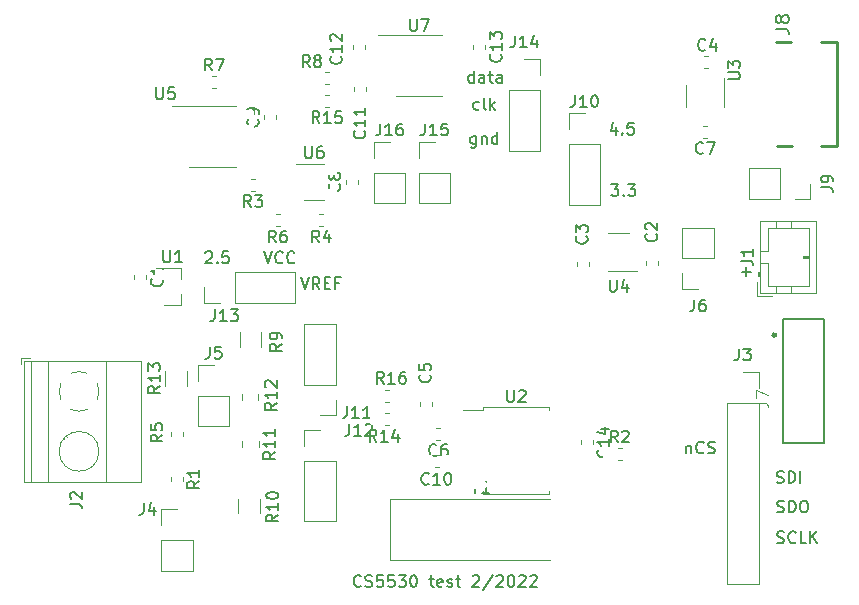
<source format=gto>
G04 #@! TF.GenerationSoftware,KiCad,Pcbnew,(5.1.5-0)*
G04 #@! TF.CreationDate,2022-02-20T15:53:08-07:00*
G04 #@! TF.ProjectId,cs5530,63733535-3330-42e6-9b69-6361645f7063,rev?*
G04 #@! TF.SameCoordinates,Original*
G04 #@! TF.FileFunction,Legend,Top*
G04 #@! TF.FilePolarity,Positive*
%FSLAX46Y46*%
G04 Gerber Fmt 4.6, Leading zero omitted, Abs format (unit mm)*
G04 Created by KiCad (PCBNEW (5.1.5-0)) date 2022-02-20 15:53:08*
%MOMM*%
%LPD*%
G04 APERTURE LIST*
%ADD10C,0.150000*%
%ADD11C,0.120000*%
%ADD12C,0.254000*%
%ADD13C,0.127000*%
%ADD14C,0.300000*%
%ADD15C,0.152000*%
%ADD16C,0.015000*%
%ADD17O,1.802000X1.802000*%
%ADD18R,1.802000X1.802000*%
%ADD19C,0.100000*%
%ADD20R,1.002000X0.902000*%
%ADD21O,1.852000X1.302000*%
%ADD22R,1.322000X0.752000*%
%ADD23R,0.752000X1.162000*%
%ADD24O,1.902000X1.202000*%
%ADD25R,1.602000X0.902000*%
%ADD26R,1.602000X0.862000*%
%ADD27R,1.602000X0.802000*%
%ADD28R,1.310000X1.310000*%
%ADD29C,1.310000*%
%ADD30R,5.602000X2.102000*%
%ADD31C,2.702000*%
%ADD32R,2.702000X2.702000*%
%ADD33R,1.162000X0.752000*%
G04 APERTURE END LIST*
D10*
X149123809Y-56052380D02*
X149123809Y-55052380D01*
X149123809Y-56004761D02*
X149028571Y-56052380D01*
X148838095Y-56052380D01*
X148742857Y-56004761D01*
X148695238Y-55957142D01*
X148647619Y-55861904D01*
X148647619Y-55576190D01*
X148695238Y-55480952D01*
X148742857Y-55433333D01*
X148838095Y-55385714D01*
X149028571Y-55385714D01*
X149123809Y-55433333D01*
X150028571Y-56052380D02*
X150028571Y-55528571D01*
X149980952Y-55433333D01*
X149885714Y-55385714D01*
X149695238Y-55385714D01*
X149600000Y-55433333D01*
X150028571Y-56004761D02*
X149933333Y-56052380D01*
X149695238Y-56052380D01*
X149600000Y-56004761D01*
X149552380Y-55909523D01*
X149552380Y-55814285D01*
X149600000Y-55719047D01*
X149695238Y-55671428D01*
X149933333Y-55671428D01*
X150028571Y-55623809D01*
X150361904Y-55385714D02*
X150742857Y-55385714D01*
X150504761Y-55052380D02*
X150504761Y-55909523D01*
X150552380Y-56004761D01*
X150647619Y-56052380D01*
X150742857Y-56052380D01*
X151504761Y-56052380D02*
X151504761Y-55528571D01*
X151457142Y-55433333D01*
X151361904Y-55385714D01*
X151171428Y-55385714D01*
X151076190Y-55433333D01*
X151504761Y-56004761D02*
X151409523Y-56052380D01*
X151171428Y-56052380D01*
X151076190Y-56004761D01*
X151028571Y-55909523D01*
X151028571Y-55814285D01*
X151076190Y-55719047D01*
X151171428Y-55671428D01*
X151409523Y-55671428D01*
X151504761Y-55623809D01*
X149571428Y-58304761D02*
X149476190Y-58352380D01*
X149285714Y-58352380D01*
X149190476Y-58304761D01*
X149142857Y-58257142D01*
X149095238Y-58161904D01*
X149095238Y-57876190D01*
X149142857Y-57780952D01*
X149190476Y-57733333D01*
X149285714Y-57685714D01*
X149476190Y-57685714D01*
X149571428Y-57733333D01*
X150142857Y-58352380D02*
X150047619Y-58304761D01*
X150000000Y-58209523D01*
X150000000Y-57352380D01*
X150523809Y-58352380D02*
X150523809Y-57352380D01*
X150619047Y-57971428D02*
X150904761Y-58352380D01*
X150904761Y-57685714D02*
X150523809Y-58066666D01*
X149309523Y-60585714D02*
X149309523Y-61395238D01*
X149261904Y-61490476D01*
X149214285Y-61538095D01*
X149119047Y-61585714D01*
X148976190Y-61585714D01*
X148880952Y-61538095D01*
X149309523Y-61204761D02*
X149214285Y-61252380D01*
X149023809Y-61252380D01*
X148928571Y-61204761D01*
X148880952Y-61157142D01*
X148833333Y-61061904D01*
X148833333Y-60776190D01*
X148880952Y-60680952D01*
X148928571Y-60633333D01*
X149023809Y-60585714D01*
X149214285Y-60585714D01*
X149309523Y-60633333D01*
X149785714Y-60585714D02*
X149785714Y-61252380D01*
X149785714Y-60680952D02*
X149833333Y-60633333D01*
X149928571Y-60585714D01*
X150071428Y-60585714D01*
X150166666Y-60633333D01*
X150214285Y-60728571D01*
X150214285Y-61252380D01*
X151119047Y-61252380D02*
X151119047Y-60252380D01*
X151119047Y-61204761D02*
X151023809Y-61252380D01*
X150833333Y-61252380D01*
X150738095Y-61204761D01*
X150690476Y-61157142D01*
X150642857Y-61061904D01*
X150642857Y-60776190D01*
X150690476Y-60680952D01*
X150738095Y-60633333D01*
X150833333Y-60585714D01*
X151023809Y-60585714D01*
X151119047Y-60633333D01*
X161176190Y-59785714D02*
X161176190Y-60452380D01*
X160938095Y-59404761D02*
X160700000Y-60119047D01*
X161319047Y-60119047D01*
X161700000Y-60357142D02*
X161747619Y-60404761D01*
X161700000Y-60452380D01*
X161652380Y-60404761D01*
X161700000Y-60357142D01*
X161700000Y-60452380D01*
X162652380Y-59452380D02*
X162176190Y-59452380D01*
X162128571Y-59928571D01*
X162176190Y-59880952D01*
X162271428Y-59833333D01*
X162509523Y-59833333D01*
X162604761Y-59880952D01*
X162652380Y-59928571D01*
X162700000Y-60023809D01*
X162700000Y-60261904D01*
X162652380Y-60357142D01*
X162604761Y-60404761D01*
X162509523Y-60452380D01*
X162271428Y-60452380D01*
X162176190Y-60404761D01*
X162128571Y-60357142D01*
X160752380Y-64652380D02*
X161371428Y-64652380D01*
X161038095Y-65033333D01*
X161180952Y-65033333D01*
X161276190Y-65080952D01*
X161323809Y-65128571D01*
X161371428Y-65223809D01*
X161371428Y-65461904D01*
X161323809Y-65557142D01*
X161276190Y-65604761D01*
X161180952Y-65652380D01*
X160895238Y-65652380D01*
X160800000Y-65604761D01*
X160752380Y-65557142D01*
X161800000Y-65557142D02*
X161847619Y-65604761D01*
X161800000Y-65652380D01*
X161752380Y-65604761D01*
X161800000Y-65557142D01*
X161800000Y-65652380D01*
X162180952Y-64652380D02*
X162800000Y-64652380D01*
X162466666Y-65033333D01*
X162609523Y-65033333D01*
X162704761Y-65080952D01*
X162752380Y-65128571D01*
X162800000Y-65223809D01*
X162800000Y-65461904D01*
X162752380Y-65557142D01*
X162704761Y-65604761D01*
X162609523Y-65652380D01*
X162323809Y-65652380D01*
X162228571Y-65604761D01*
X162180952Y-65557142D01*
X134485714Y-72552380D02*
X134819047Y-73552380D01*
X135152380Y-72552380D01*
X136057142Y-73552380D02*
X135723809Y-73076190D01*
X135485714Y-73552380D02*
X135485714Y-72552380D01*
X135866666Y-72552380D01*
X135961904Y-72600000D01*
X136009523Y-72647619D01*
X136057142Y-72742857D01*
X136057142Y-72885714D01*
X136009523Y-72980952D01*
X135961904Y-73028571D01*
X135866666Y-73076190D01*
X135485714Y-73076190D01*
X136485714Y-73028571D02*
X136819047Y-73028571D01*
X136961904Y-73552380D02*
X136485714Y-73552380D01*
X136485714Y-72552380D01*
X136961904Y-72552380D01*
X137723809Y-73028571D02*
X137390476Y-73028571D01*
X137390476Y-73552380D02*
X137390476Y-72552380D01*
X137866666Y-72552380D01*
X131366666Y-70352380D02*
X131700000Y-71352380D01*
X132033333Y-70352380D01*
X132938095Y-71257142D02*
X132890476Y-71304761D01*
X132747619Y-71352380D01*
X132652380Y-71352380D01*
X132509523Y-71304761D01*
X132414285Y-71209523D01*
X132366666Y-71114285D01*
X132319047Y-70923809D01*
X132319047Y-70780952D01*
X132366666Y-70590476D01*
X132414285Y-70495238D01*
X132509523Y-70400000D01*
X132652380Y-70352380D01*
X132747619Y-70352380D01*
X132890476Y-70400000D01*
X132938095Y-70447619D01*
X133938095Y-71257142D02*
X133890476Y-71304761D01*
X133747619Y-71352380D01*
X133652380Y-71352380D01*
X133509523Y-71304761D01*
X133414285Y-71209523D01*
X133366666Y-71114285D01*
X133319047Y-70923809D01*
X133319047Y-70780952D01*
X133366666Y-70590476D01*
X133414285Y-70495238D01*
X133509523Y-70400000D01*
X133652380Y-70352380D01*
X133747619Y-70352380D01*
X133890476Y-70400000D01*
X133938095Y-70447619D01*
X126400000Y-70447619D02*
X126447619Y-70400000D01*
X126542857Y-70352380D01*
X126780952Y-70352380D01*
X126876190Y-70400000D01*
X126923809Y-70447619D01*
X126971428Y-70542857D01*
X126971428Y-70638095D01*
X126923809Y-70780952D01*
X126352380Y-71352380D01*
X126971428Y-71352380D01*
X127400000Y-71257142D02*
X127447619Y-71304761D01*
X127400000Y-71352380D01*
X127352380Y-71304761D01*
X127400000Y-71257142D01*
X127400000Y-71352380D01*
X128352380Y-70352380D02*
X127876190Y-70352380D01*
X127828571Y-70828571D01*
X127876190Y-70780952D01*
X127971428Y-70733333D01*
X128209523Y-70733333D01*
X128304761Y-70780952D01*
X128352380Y-70828571D01*
X128400000Y-70923809D01*
X128400000Y-71161904D01*
X128352380Y-71257142D01*
X128304761Y-71304761D01*
X128209523Y-71352380D01*
X127971428Y-71352380D01*
X127876190Y-71304761D01*
X127828571Y-71257142D01*
X174809523Y-95004761D02*
X174952380Y-95052380D01*
X175190476Y-95052380D01*
X175285714Y-95004761D01*
X175333333Y-94957142D01*
X175380952Y-94861904D01*
X175380952Y-94766666D01*
X175333333Y-94671428D01*
X175285714Y-94623809D01*
X175190476Y-94576190D01*
X175000000Y-94528571D01*
X174904761Y-94480952D01*
X174857142Y-94433333D01*
X174809523Y-94338095D01*
X174809523Y-94242857D01*
X174857142Y-94147619D01*
X174904761Y-94100000D01*
X175000000Y-94052380D01*
X175238095Y-94052380D01*
X175380952Y-94100000D01*
X176380952Y-94957142D02*
X176333333Y-95004761D01*
X176190476Y-95052380D01*
X176095238Y-95052380D01*
X175952380Y-95004761D01*
X175857142Y-94909523D01*
X175809523Y-94814285D01*
X175761904Y-94623809D01*
X175761904Y-94480952D01*
X175809523Y-94290476D01*
X175857142Y-94195238D01*
X175952380Y-94100000D01*
X176095238Y-94052380D01*
X176190476Y-94052380D01*
X176333333Y-94100000D01*
X176380952Y-94147619D01*
X177285714Y-95052380D02*
X176809523Y-95052380D01*
X176809523Y-94052380D01*
X177619047Y-95052380D02*
X177619047Y-94052380D01*
X178190476Y-95052380D02*
X177761904Y-94480952D01*
X178190476Y-94052380D02*
X177619047Y-94623809D01*
X174790476Y-92404761D02*
X174933333Y-92452380D01*
X175171428Y-92452380D01*
X175266666Y-92404761D01*
X175314285Y-92357142D01*
X175361904Y-92261904D01*
X175361904Y-92166666D01*
X175314285Y-92071428D01*
X175266666Y-92023809D01*
X175171428Y-91976190D01*
X174980952Y-91928571D01*
X174885714Y-91880952D01*
X174838095Y-91833333D01*
X174790476Y-91738095D01*
X174790476Y-91642857D01*
X174838095Y-91547619D01*
X174885714Y-91500000D01*
X174980952Y-91452380D01*
X175219047Y-91452380D01*
X175361904Y-91500000D01*
X175790476Y-92452380D02*
X175790476Y-91452380D01*
X176028571Y-91452380D01*
X176171428Y-91500000D01*
X176266666Y-91595238D01*
X176314285Y-91690476D01*
X176361904Y-91880952D01*
X176361904Y-92023809D01*
X176314285Y-92214285D01*
X176266666Y-92309523D01*
X176171428Y-92404761D01*
X176028571Y-92452380D01*
X175790476Y-92452380D01*
X176980952Y-91452380D02*
X177171428Y-91452380D01*
X177266666Y-91500000D01*
X177361904Y-91595238D01*
X177409523Y-91785714D01*
X177409523Y-92119047D01*
X177361904Y-92309523D01*
X177266666Y-92404761D01*
X177171428Y-92452380D01*
X176980952Y-92452380D01*
X176885714Y-92404761D01*
X176790476Y-92309523D01*
X176742857Y-92119047D01*
X176742857Y-91785714D01*
X176790476Y-91595238D01*
X176885714Y-91500000D01*
X176980952Y-91452380D01*
X174776190Y-89904761D02*
X174919047Y-89952380D01*
X175157142Y-89952380D01*
X175252380Y-89904761D01*
X175300000Y-89857142D01*
X175347619Y-89761904D01*
X175347619Y-89666666D01*
X175300000Y-89571428D01*
X175252380Y-89523809D01*
X175157142Y-89476190D01*
X174966666Y-89428571D01*
X174871428Y-89380952D01*
X174823809Y-89333333D01*
X174776190Y-89238095D01*
X174776190Y-89142857D01*
X174823809Y-89047619D01*
X174871428Y-89000000D01*
X174966666Y-88952380D01*
X175204761Y-88952380D01*
X175347619Y-89000000D01*
X175776190Y-89952380D02*
X175776190Y-88952380D01*
X176014285Y-88952380D01*
X176157142Y-89000000D01*
X176252380Y-89095238D01*
X176300000Y-89190476D01*
X176347619Y-89380952D01*
X176347619Y-89523809D01*
X176300000Y-89714285D01*
X176252380Y-89809523D01*
X176157142Y-89904761D01*
X176014285Y-89952380D01*
X175776190Y-89952380D01*
X176776190Y-89952380D02*
X176776190Y-88952380D01*
X167109523Y-86785714D02*
X167109523Y-87452380D01*
X167109523Y-86880952D02*
X167157142Y-86833333D01*
X167252380Y-86785714D01*
X167395238Y-86785714D01*
X167490476Y-86833333D01*
X167538095Y-86928571D01*
X167538095Y-87452380D01*
X168585714Y-87357142D02*
X168538095Y-87404761D01*
X168395238Y-87452380D01*
X168300000Y-87452380D01*
X168157142Y-87404761D01*
X168061904Y-87309523D01*
X168014285Y-87214285D01*
X167966666Y-87023809D01*
X167966666Y-86880952D01*
X168014285Y-86690476D01*
X168061904Y-86595238D01*
X168157142Y-86500000D01*
X168300000Y-86452380D01*
X168395238Y-86452380D01*
X168538095Y-86500000D01*
X168585714Y-86547619D01*
X168966666Y-87404761D02*
X169109523Y-87452380D01*
X169347619Y-87452380D01*
X169442857Y-87404761D01*
X169490476Y-87357142D01*
X169538095Y-87261904D01*
X169538095Y-87166666D01*
X169490476Y-87071428D01*
X169442857Y-87023809D01*
X169347619Y-86976190D01*
X169157142Y-86928571D01*
X169061904Y-86880952D01*
X169014285Y-86833333D01*
X168966666Y-86738095D01*
X168966666Y-86642857D01*
X169014285Y-86547619D01*
X169061904Y-86500000D01*
X169157142Y-86452380D01*
X169395238Y-86452380D01*
X169538095Y-86500000D01*
X139557142Y-98657142D02*
X139509523Y-98704761D01*
X139366666Y-98752380D01*
X139271428Y-98752380D01*
X139128571Y-98704761D01*
X139033333Y-98609523D01*
X138985714Y-98514285D01*
X138938095Y-98323809D01*
X138938095Y-98180952D01*
X138985714Y-97990476D01*
X139033333Y-97895238D01*
X139128571Y-97800000D01*
X139271428Y-97752380D01*
X139366666Y-97752380D01*
X139509523Y-97800000D01*
X139557142Y-97847619D01*
X139938095Y-98704761D02*
X140080952Y-98752380D01*
X140319047Y-98752380D01*
X140414285Y-98704761D01*
X140461904Y-98657142D01*
X140509523Y-98561904D01*
X140509523Y-98466666D01*
X140461904Y-98371428D01*
X140414285Y-98323809D01*
X140319047Y-98276190D01*
X140128571Y-98228571D01*
X140033333Y-98180952D01*
X139985714Y-98133333D01*
X139938095Y-98038095D01*
X139938095Y-97942857D01*
X139985714Y-97847619D01*
X140033333Y-97800000D01*
X140128571Y-97752380D01*
X140366666Y-97752380D01*
X140509523Y-97800000D01*
X141414285Y-97752380D02*
X140938095Y-97752380D01*
X140890476Y-98228571D01*
X140938095Y-98180952D01*
X141033333Y-98133333D01*
X141271428Y-98133333D01*
X141366666Y-98180952D01*
X141414285Y-98228571D01*
X141461904Y-98323809D01*
X141461904Y-98561904D01*
X141414285Y-98657142D01*
X141366666Y-98704761D01*
X141271428Y-98752380D01*
X141033333Y-98752380D01*
X140938095Y-98704761D01*
X140890476Y-98657142D01*
X142366666Y-97752380D02*
X141890476Y-97752380D01*
X141842857Y-98228571D01*
X141890476Y-98180952D01*
X141985714Y-98133333D01*
X142223809Y-98133333D01*
X142319047Y-98180952D01*
X142366666Y-98228571D01*
X142414285Y-98323809D01*
X142414285Y-98561904D01*
X142366666Y-98657142D01*
X142319047Y-98704761D01*
X142223809Y-98752380D01*
X141985714Y-98752380D01*
X141890476Y-98704761D01*
X141842857Y-98657142D01*
X142747619Y-97752380D02*
X143366666Y-97752380D01*
X143033333Y-98133333D01*
X143176190Y-98133333D01*
X143271428Y-98180952D01*
X143319047Y-98228571D01*
X143366666Y-98323809D01*
X143366666Y-98561904D01*
X143319047Y-98657142D01*
X143271428Y-98704761D01*
X143176190Y-98752380D01*
X142890476Y-98752380D01*
X142795238Y-98704761D01*
X142747619Y-98657142D01*
X143985714Y-97752380D02*
X144080952Y-97752380D01*
X144176190Y-97800000D01*
X144223809Y-97847619D01*
X144271428Y-97942857D01*
X144319047Y-98133333D01*
X144319047Y-98371428D01*
X144271428Y-98561904D01*
X144223809Y-98657142D01*
X144176190Y-98704761D01*
X144080952Y-98752380D01*
X143985714Y-98752380D01*
X143890476Y-98704761D01*
X143842857Y-98657142D01*
X143795238Y-98561904D01*
X143747619Y-98371428D01*
X143747619Y-98133333D01*
X143795238Y-97942857D01*
X143842857Y-97847619D01*
X143890476Y-97800000D01*
X143985714Y-97752380D01*
X145366666Y-98085714D02*
X145747619Y-98085714D01*
X145509523Y-97752380D02*
X145509523Y-98609523D01*
X145557142Y-98704761D01*
X145652380Y-98752380D01*
X145747619Y-98752380D01*
X146461904Y-98704761D02*
X146366666Y-98752380D01*
X146176190Y-98752380D01*
X146080952Y-98704761D01*
X146033333Y-98609523D01*
X146033333Y-98228571D01*
X146080952Y-98133333D01*
X146176190Y-98085714D01*
X146366666Y-98085714D01*
X146461904Y-98133333D01*
X146509523Y-98228571D01*
X146509523Y-98323809D01*
X146033333Y-98419047D01*
X146890476Y-98704761D02*
X146985714Y-98752380D01*
X147176190Y-98752380D01*
X147271428Y-98704761D01*
X147319047Y-98609523D01*
X147319047Y-98561904D01*
X147271428Y-98466666D01*
X147176190Y-98419047D01*
X147033333Y-98419047D01*
X146938095Y-98371428D01*
X146890476Y-98276190D01*
X146890476Y-98228571D01*
X146938095Y-98133333D01*
X147033333Y-98085714D01*
X147176190Y-98085714D01*
X147271428Y-98133333D01*
X147604761Y-98085714D02*
X147985714Y-98085714D01*
X147747619Y-97752380D02*
X147747619Y-98609523D01*
X147795238Y-98704761D01*
X147890476Y-98752380D01*
X147985714Y-98752380D01*
X149033333Y-97847619D02*
X149080952Y-97800000D01*
X149176190Y-97752380D01*
X149414285Y-97752380D01*
X149509523Y-97800000D01*
X149557142Y-97847619D01*
X149604761Y-97942857D01*
X149604761Y-98038095D01*
X149557142Y-98180952D01*
X148985714Y-98752380D01*
X149604761Y-98752380D01*
X150747619Y-97704761D02*
X149890476Y-98990476D01*
X151033333Y-97847619D02*
X151080952Y-97800000D01*
X151176190Y-97752380D01*
X151414285Y-97752380D01*
X151509523Y-97800000D01*
X151557142Y-97847619D01*
X151604761Y-97942857D01*
X151604761Y-98038095D01*
X151557142Y-98180952D01*
X150985714Y-98752380D01*
X151604761Y-98752380D01*
X152223809Y-97752380D02*
X152319047Y-97752380D01*
X152414285Y-97800000D01*
X152461904Y-97847619D01*
X152509523Y-97942857D01*
X152557142Y-98133333D01*
X152557142Y-98371428D01*
X152509523Y-98561904D01*
X152461904Y-98657142D01*
X152414285Y-98704761D01*
X152319047Y-98752380D01*
X152223809Y-98752380D01*
X152128571Y-98704761D01*
X152080952Y-98657142D01*
X152033333Y-98561904D01*
X151985714Y-98371428D01*
X151985714Y-98133333D01*
X152033333Y-97942857D01*
X152080952Y-97847619D01*
X152128571Y-97800000D01*
X152223809Y-97752380D01*
X152938095Y-97847619D02*
X152985714Y-97800000D01*
X153080952Y-97752380D01*
X153319047Y-97752380D01*
X153414285Y-97800000D01*
X153461904Y-97847619D01*
X153509523Y-97942857D01*
X153509523Y-98038095D01*
X153461904Y-98180952D01*
X152890476Y-98752380D01*
X153509523Y-98752380D01*
X153890476Y-97847619D02*
X153938095Y-97800000D01*
X154033333Y-97752380D01*
X154271428Y-97752380D01*
X154366666Y-97800000D01*
X154414285Y-97847619D01*
X154461904Y-97942857D01*
X154461904Y-98038095D01*
X154414285Y-98180952D01*
X153842857Y-98752380D01*
X154461904Y-98752380D01*
X171819047Y-72071428D02*
X172580952Y-72071428D01*
X172200000Y-72452380D02*
X172200000Y-71690476D01*
D11*
X140670000Y-61070000D02*
X142000000Y-61070000D01*
X140670000Y-62400000D02*
X140670000Y-61070000D01*
X140670000Y-63670000D02*
X143330000Y-63670000D01*
X143330000Y-63670000D02*
X143330000Y-66270000D01*
X140670000Y-63670000D02*
X140670000Y-66270000D01*
X140670000Y-66270000D02*
X143330000Y-66270000D01*
X144470000Y-61070000D02*
X145800000Y-61070000D01*
X144470000Y-62400000D02*
X144470000Y-61070000D01*
X144470000Y-63670000D02*
X147130000Y-63670000D01*
X147130000Y-63670000D02*
X147130000Y-66270000D01*
X144470000Y-63670000D02*
X144470000Y-66270000D01*
X144470000Y-66270000D02*
X147130000Y-66270000D01*
X144490000Y-52060000D02*
X141040000Y-52060000D01*
X144490000Y-52060000D02*
X146440000Y-52060000D01*
X144490000Y-57180000D02*
X142540000Y-57180000D01*
X144490000Y-57180000D02*
X146440000Y-57180000D01*
X124360000Y-74880000D02*
X122900000Y-74880000D01*
X124360000Y-71720000D02*
X122200000Y-71720000D01*
X124360000Y-71720000D02*
X124360000Y-72650000D01*
X124360000Y-74880000D02*
X124360000Y-73950000D01*
X136871267Y-57090000D02*
X136528733Y-57090000D01*
X136871267Y-58110000D02*
X136528733Y-58110000D01*
X129490000Y-86413748D02*
X129490000Y-86936252D01*
X130910000Y-86413748D02*
X130910000Y-86936252D01*
X136846267Y-55190000D02*
X136503733Y-55190000D01*
X136846267Y-56210000D02*
X136503733Y-56210000D01*
X124510000Y-85971267D02*
X124510000Y-85628733D01*
X123490000Y-85971267D02*
X123490000Y-85628733D01*
X153400000Y-54070000D02*
X154730000Y-54070000D01*
X154730000Y-54070000D02*
X154730000Y-55400000D01*
X154730000Y-56670000D02*
X154730000Y-61810000D01*
X152070000Y-61810000D02*
X154730000Y-61810000D01*
X152070000Y-56670000D02*
X152070000Y-61810000D01*
X152070000Y-56670000D02*
X154730000Y-56670000D01*
X168100000Y-73530000D02*
X166770000Y-73530000D01*
X166770000Y-73530000D02*
X166770000Y-72200000D01*
X166770000Y-70930000D02*
X166770000Y-68330000D01*
X169430000Y-68330000D02*
X166770000Y-68330000D01*
X169430000Y-70930000D02*
X169430000Y-68330000D01*
X169430000Y-70930000D02*
X166770000Y-70930000D01*
X171900000Y-80570000D02*
X173230000Y-80570000D01*
X173230000Y-80570000D02*
X173230000Y-81900000D01*
X173230000Y-83170000D02*
X173230000Y-98470000D01*
X170570000Y-98470000D02*
X173230000Y-98470000D01*
X170570000Y-83170000D02*
X170570000Y-98470000D01*
X170570000Y-83170000D02*
X173230000Y-83170000D01*
X173090000Y-74160000D02*
X174340000Y-74160000D01*
X173090000Y-72910000D02*
X173090000Y-74160000D01*
X177500000Y-70800000D02*
X177000000Y-70800000D01*
X177000000Y-70700000D02*
X177500000Y-70700000D01*
X177000000Y-70900000D02*
X177000000Y-70700000D01*
X177500000Y-70900000D02*
X177000000Y-70900000D01*
X176000000Y-67740000D02*
X176000000Y-68350000D01*
X174700000Y-67740000D02*
X174700000Y-68350000D01*
X176000000Y-73860000D02*
X176000000Y-73250000D01*
X174700000Y-73860000D02*
X174700000Y-73250000D01*
X174000000Y-70300000D02*
X173390000Y-70300000D01*
X174000000Y-68350000D02*
X174000000Y-70300000D01*
X177500000Y-68350000D02*
X174000000Y-68350000D01*
X177500000Y-73250000D02*
X177500000Y-68350000D01*
X174000000Y-73250000D02*
X177500000Y-73250000D01*
X174000000Y-71300000D02*
X174000000Y-73250000D01*
X173390000Y-71300000D02*
X174000000Y-71300000D01*
X173290000Y-72100000D02*
X173290000Y-72400000D01*
X173190000Y-72400000D02*
X173390000Y-72400000D01*
X173190000Y-72100000D02*
X173190000Y-72400000D01*
X173390000Y-72100000D02*
X173190000Y-72100000D01*
X173390000Y-67740000D02*
X173390000Y-73860000D01*
X178110000Y-67740000D02*
X173390000Y-67740000D01*
X178110000Y-73860000D02*
X178110000Y-67740000D01*
X173390000Y-73860000D02*
X178110000Y-73860000D01*
X158190000Y-86353733D02*
X158190000Y-86696267D01*
X159210000Y-86353733D02*
X159210000Y-86696267D01*
X149090000Y-52853733D02*
X149090000Y-53196267D01*
X150110000Y-52853733D02*
X150110000Y-53196267D01*
X138890000Y-52853733D02*
X138890000Y-53196267D01*
X139910000Y-52853733D02*
X139910000Y-53196267D01*
X140010000Y-56746267D02*
X140010000Y-56403733D01*
X138990000Y-56746267D02*
X138990000Y-56403733D01*
X146296267Y-85290000D02*
X145953733Y-85290000D01*
X146296267Y-86310000D02*
X145953733Y-86310000D01*
X120390000Y-72328733D02*
X120390000Y-72671267D01*
X121410000Y-72328733D02*
X121410000Y-72671267D01*
X126953733Y-56510000D02*
X127296267Y-56510000D01*
X126953733Y-55490000D02*
X127296267Y-55490000D01*
X136470000Y-62940000D02*
X134040000Y-62940000D01*
X134710000Y-66010000D02*
X136470000Y-66010000D01*
X127000000Y-58040000D02*
X123550000Y-58040000D01*
X127000000Y-58040000D02*
X128950000Y-58040000D01*
X127000000Y-63160000D02*
X125050000Y-63160000D01*
X127000000Y-63160000D02*
X128950000Y-63160000D01*
X170310000Y-58100000D02*
X170310000Y-55650000D01*
X167090000Y-56300000D02*
X167090000Y-58100000D01*
X132696267Y-67190000D02*
X132353733Y-67190000D01*
X132696267Y-68210000D02*
X132353733Y-68210000D01*
X136371267Y-67190000D02*
X136028733Y-67190000D01*
X136371267Y-68210000D02*
X136028733Y-68210000D01*
X130596267Y-64190000D02*
X130253733Y-64190000D01*
X130596267Y-65210000D02*
X130253733Y-65210000D01*
X126270000Y-74730000D02*
X126270000Y-73400000D01*
X127600000Y-74730000D02*
X126270000Y-74730000D01*
X128870000Y-74730000D02*
X128870000Y-72070000D01*
X128870000Y-72070000D02*
X134010000Y-72070000D01*
X128870000Y-74730000D02*
X134010000Y-74730000D01*
X134010000Y-74730000D02*
X134010000Y-72070000D01*
X134770000Y-85470000D02*
X136100000Y-85470000D01*
X134770000Y-86800000D02*
X134770000Y-85470000D01*
X134770000Y-88070000D02*
X137430000Y-88070000D01*
X137430000Y-88070000D02*
X137430000Y-93210000D01*
X134770000Y-88070000D02*
X134770000Y-93210000D01*
X134770000Y-93210000D02*
X137430000Y-93210000D01*
X137430000Y-84230000D02*
X136100000Y-84230000D01*
X137430000Y-82900000D02*
X137430000Y-84230000D01*
X137430000Y-81630000D02*
X134770000Y-81630000D01*
X134770000Y-81630000D02*
X134770000Y-76490000D01*
X137430000Y-81630000D02*
X137430000Y-76490000D01*
X137430000Y-76490000D02*
X134770000Y-76490000D01*
X157170000Y-58670000D02*
X158500000Y-58670000D01*
X157170000Y-60000000D02*
X157170000Y-58670000D01*
X157170000Y-61270000D02*
X159830000Y-61270000D01*
X159830000Y-61270000D02*
X159830000Y-66410000D01*
X157170000Y-61270000D02*
X157170000Y-66410000D01*
X157170000Y-66410000D02*
X159830000Y-66410000D01*
X177630000Y-64600000D02*
X177630000Y-65930000D01*
X177630000Y-65930000D02*
X176300000Y-65930000D01*
X175030000Y-65930000D02*
X172430000Y-65930000D01*
X172430000Y-63270000D02*
X172430000Y-65930000D01*
X175030000Y-63270000D02*
X172430000Y-63270000D01*
X175030000Y-63270000D02*
X175030000Y-65930000D01*
D12*
X174737000Y-52600000D02*
X175977000Y-52600000D01*
X174785000Y-61400000D02*
X176025000Y-61400000D01*
X179876000Y-52591000D02*
X178525000Y-52591000D01*
X179875000Y-61400000D02*
X178495000Y-61400000D01*
X179875000Y-61410000D02*
X179875000Y-52590000D01*
D11*
X132410000Y-59171267D02*
X132410000Y-58828733D01*
X131390000Y-59171267D02*
X131390000Y-58828733D01*
X139310000Y-64646267D02*
X139310000Y-64303733D01*
X138290000Y-64646267D02*
X138290000Y-64303733D01*
X168871267Y-59690000D02*
X168528733Y-59690000D01*
X168871267Y-60710000D02*
X168528733Y-60710000D01*
X168971267Y-53790000D02*
X168628733Y-53790000D01*
X168971267Y-54810000D02*
X168628733Y-54810000D01*
D13*
X178800000Y-76050000D02*
X175300000Y-76050000D01*
X175300000Y-86550000D02*
X178800000Y-86550000D01*
D14*
X174658000Y-77427000D02*
G75*
G03X174658000Y-77427000I-100000J0D01*
G01*
D13*
X175300000Y-76050000D02*
X175300000Y-86550000D01*
X178800000Y-76050000D02*
X178800000Y-86550000D01*
D11*
X125770000Y-79970000D02*
X127100000Y-79970000D01*
X125770000Y-81300000D02*
X125770000Y-79970000D01*
X125770000Y-82570000D02*
X128430000Y-82570000D01*
X128430000Y-82570000D02*
X128430000Y-85170000D01*
X125770000Y-82570000D02*
X125770000Y-85170000D01*
X125770000Y-85170000D02*
X128430000Y-85170000D01*
X122670000Y-92170000D02*
X124000000Y-92170000D01*
X122670000Y-93500000D02*
X122670000Y-92170000D01*
X122670000Y-94770000D02*
X125330000Y-94770000D01*
X125330000Y-94770000D02*
X125330000Y-97370000D01*
X122670000Y-94770000D02*
X122670000Y-97370000D01*
X122670000Y-97370000D02*
X125330000Y-97370000D01*
X142000000Y-96450000D02*
X155600000Y-96450000D01*
X142000000Y-91350000D02*
X142000000Y-96450000D01*
X155600000Y-91350000D02*
X142000000Y-91350000D01*
X149940000Y-83765000D02*
X148250000Y-83765000D01*
X149940000Y-83490000D02*
X149940000Y-83765000D01*
X152700000Y-83490000D02*
X149940000Y-83490000D01*
X155460000Y-83490000D02*
X155460000Y-83765000D01*
X152700000Y-83490000D02*
X155460000Y-83490000D01*
X149940000Y-90910000D02*
X149940000Y-90635000D01*
X152700000Y-90910000D02*
X149940000Y-90910000D01*
X155460000Y-90910000D02*
X155460000Y-90635000D01*
X152700000Y-90910000D02*
X155460000Y-90910000D01*
X161303733Y-88010000D02*
X161646267Y-88010000D01*
X161303733Y-86990000D02*
X161646267Y-86990000D01*
X123490000Y-89453733D02*
X123490000Y-89796267D01*
X124510000Y-89453733D02*
X124510000Y-89796267D01*
X110800000Y-79360000D02*
X110800000Y-79860000D01*
X111540000Y-79360000D02*
X110800000Y-79360000D01*
X114677000Y-86053000D02*
X114631000Y-86006000D01*
X116975000Y-88350000D02*
X116939000Y-88315000D01*
X114461000Y-86246000D02*
X114426000Y-86211000D01*
X116769000Y-88555000D02*
X116723000Y-88508000D01*
X120961000Y-89880000D02*
X111040000Y-89880000D01*
X120961000Y-79600000D02*
X111040000Y-79600000D01*
X111040000Y-79600000D02*
X111040000Y-89880000D01*
X120961000Y-79600000D02*
X120961000Y-89880000D01*
X118001000Y-79600000D02*
X118001000Y-89880000D01*
X113100000Y-79600000D02*
X113100000Y-89880000D01*
X111600000Y-79600000D02*
X111600000Y-89880000D01*
X117380000Y-87280000D02*
G75*
G03X117380000Y-87280000I-1680000J0D01*
G01*
X114019747Y-82228805D02*
G75*
G02X114165000Y-81516000I1680253J28805D01*
G01*
X115016958Y-80664574D02*
G75*
G02X116384000Y-80665000I683042J-1535426D01*
G01*
X117235426Y-81516958D02*
G75*
G02X117235000Y-82884000I-1535426J-683042D01*
G01*
X116383042Y-83735426D02*
G75*
G02X115016000Y-83735000I-683042J1535426D01*
G01*
X114165244Y-82883318D02*
G75*
G02X114020000Y-82200000I1534756J683318D01*
G01*
X129465000Y-82438748D02*
X129465000Y-82961252D01*
X130885000Y-82438748D02*
X130885000Y-82961252D01*
X160500000Y-72010000D02*
X162950000Y-72010000D01*
X162300000Y-68790000D02*
X160500000Y-68790000D01*
X141946267Y-82090000D02*
X141603733Y-82090000D01*
X141946267Y-83110000D02*
X141603733Y-83110000D01*
X141921267Y-83990000D02*
X141578733Y-83990000D01*
X141921267Y-85010000D02*
X141578733Y-85010000D01*
X124810000Y-81714564D02*
X124810000Y-80510436D01*
X122990000Y-81714564D02*
X122990000Y-80510436D01*
X131010000Y-92514564D02*
X131010000Y-91310436D01*
X129190000Y-92514564D02*
X129190000Y-91310436D01*
X131110000Y-78414564D02*
X131110000Y-77210436D01*
X129290000Y-78414564D02*
X129290000Y-77210436D01*
X145853733Y-88610000D02*
X146196267Y-88610000D01*
X145853733Y-87590000D02*
X146196267Y-87590000D01*
X144540000Y-83078733D02*
X144540000Y-83421267D01*
X145560000Y-83078733D02*
X145560000Y-83421267D01*
X158910000Y-71596267D02*
X158910000Y-71253733D01*
X157890000Y-71596267D02*
X157890000Y-71253733D01*
X164710000Y-71496267D02*
X164710000Y-71153733D01*
X163690000Y-71496267D02*
X163690000Y-71153733D01*
D10*
X141190476Y-59522380D02*
X141190476Y-60236666D01*
X141142857Y-60379523D01*
X141047619Y-60474761D01*
X140904761Y-60522380D01*
X140809523Y-60522380D01*
X142190476Y-60522380D02*
X141619047Y-60522380D01*
X141904761Y-60522380D02*
X141904761Y-59522380D01*
X141809523Y-59665238D01*
X141714285Y-59760476D01*
X141619047Y-59808095D01*
X143047619Y-59522380D02*
X142857142Y-59522380D01*
X142761904Y-59570000D01*
X142714285Y-59617619D01*
X142619047Y-59760476D01*
X142571428Y-59950952D01*
X142571428Y-60331904D01*
X142619047Y-60427142D01*
X142666666Y-60474761D01*
X142761904Y-60522380D01*
X142952380Y-60522380D01*
X143047619Y-60474761D01*
X143095238Y-60427142D01*
X143142857Y-60331904D01*
X143142857Y-60093809D01*
X143095238Y-59998571D01*
X143047619Y-59950952D01*
X142952380Y-59903333D01*
X142761904Y-59903333D01*
X142666666Y-59950952D01*
X142619047Y-59998571D01*
X142571428Y-60093809D01*
X144990476Y-59522380D02*
X144990476Y-60236666D01*
X144942857Y-60379523D01*
X144847619Y-60474761D01*
X144704761Y-60522380D01*
X144609523Y-60522380D01*
X145990476Y-60522380D02*
X145419047Y-60522380D01*
X145704761Y-60522380D02*
X145704761Y-59522380D01*
X145609523Y-59665238D01*
X145514285Y-59760476D01*
X145419047Y-59808095D01*
X146895238Y-59522380D02*
X146419047Y-59522380D01*
X146371428Y-59998571D01*
X146419047Y-59950952D01*
X146514285Y-59903333D01*
X146752380Y-59903333D01*
X146847619Y-59950952D01*
X146895238Y-59998571D01*
X146942857Y-60093809D01*
X146942857Y-60331904D01*
X146895238Y-60427142D01*
X146847619Y-60474761D01*
X146752380Y-60522380D01*
X146514285Y-60522380D01*
X146419047Y-60474761D01*
X146371428Y-60427142D01*
X143728095Y-50672380D02*
X143728095Y-51481904D01*
X143775714Y-51577142D01*
X143823333Y-51624761D01*
X143918571Y-51672380D01*
X144109047Y-51672380D01*
X144204285Y-51624761D01*
X144251904Y-51577142D01*
X144299523Y-51481904D01*
X144299523Y-50672380D01*
X144680476Y-50672380D02*
X145347142Y-50672380D01*
X144918571Y-51672380D01*
X122838095Y-70252380D02*
X122838095Y-71061904D01*
X122885714Y-71157142D01*
X122933333Y-71204761D01*
X123028571Y-71252380D01*
X123219047Y-71252380D01*
X123314285Y-71204761D01*
X123361904Y-71157142D01*
X123409523Y-71061904D01*
X123409523Y-70252380D01*
X124409523Y-71252380D02*
X123838095Y-71252380D01*
X124123809Y-71252380D02*
X124123809Y-70252380D01*
X124028571Y-70395238D01*
X123933333Y-70490476D01*
X123838095Y-70538095D01*
X136057142Y-59482380D02*
X135723809Y-59006190D01*
X135485714Y-59482380D02*
X135485714Y-58482380D01*
X135866666Y-58482380D01*
X135961904Y-58530000D01*
X136009523Y-58577619D01*
X136057142Y-58672857D01*
X136057142Y-58815714D01*
X136009523Y-58910952D01*
X135961904Y-58958571D01*
X135866666Y-59006190D01*
X135485714Y-59006190D01*
X137009523Y-59482380D02*
X136438095Y-59482380D01*
X136723809Y-59482380D02*
X136723809Y-58482380D01*
X136628571Y-58625238D01*
X136533333Y-58720476D01*
X136438095Y-58768095D01*
X137914285Y-58482380D02*
X137438095Y-58482380D01*
X137390476Y-58958571D01*
X137438095Y-58910952D01*
X137533333Y-58863333D01*
X137771428Y-58863333D01*
X137866666Y-58910952D01*
X137914285Y-58958571D01*
X137961904Y-59053809D01*
X137961904Y-59291904D01*
X137914285Y-59387142D01*
X137866666Y-59434761D01*
X137771428Y-59482380D01*
X137533333Y-59482380D01*
X137438095Y-59434761D01*
X137390476Y-59387142D01*
X132302380Y-87317857D02*
X131826190Y-87651190D01*
X132302380Y-87889285D02*
X131302380Y-87889285D01*
X131302380Y-87508333D01*
X131350000Y-87413095D01*
X131397619Y-87365476D01*
X131492857Y-87317857D01*
X131635714Y-87317857D01*
X131730952Y-87365476D01*
X131778571Y-87413095D01*
X131826190Y-87508333D01*
X131826190Y-87889285D01*
X132302380Y-86365476D02*
X132302380Y-86936904D01*
X132302380Y-86651190D02*
X131302380Y-86651190D01*
X131445238Y-86746428D01*
X131540476Y-86841666D01*
X131588095Y-86936904D01*
X132302380Y-85413095D02*
X132302380Y-85984523D01*
X132302380Y-85698809D02*
X131302380Y-85698809D01*
X131445238Y-85794047D01*
X131540476Y-85889285D01*
X131588095Y-85984523D01*
X135233333Y-54752380D02*
X134900000Y-54276190D01*
X134661904Y-54752380D02*
X134661904Y-53752380D01*
X135042857Y-53752380D01*
X135138095Y-53800000D01*
X135185714Y-53847619D01*
X135233333Y-53942857D01*
X135233333Y-54085714D01*
X135185714Y-54180952D01*
X135138095Y-54228571D01*
X135042857Y-54276190D01*
X134661904Y-54276190D01*
X135804761Y-54180952D02*
X135709523Y-54133333D01*
X135661904Y-54085714D01*
X135614285Y-53990476D01*
X135614285Y-53942857D01*
X135661904Y-53847619D01*
X135709523Y-53800000D01*
X135804761Y-53752380D01*
X135995238Y-53752380D01*
X136090476Y-53800000D01*
X136138095Y-53847619D01*
X136185714Y-53942857D01*
X136185714Y-53990476D01*
X136138095Y-54085714D01*
X136090476Y-54133333D01*
X135995238Y-54180952D01*
X135804761Y-54180952D01*
X135709523Y-54228571D01*
X135661904Y-54276190D01*
X135614285Y-54371428D01*
X135614285Y-54561904D01*
X135661904Y-54657142D01*
X135709523Y-54704761D01*
X135804761Y-54752380D01*
X135995238Y-54752380D01*
X136090476Y-54704761D01*
X136138095Y-54657142D01*
X136185714Y-54561904D01*
X136185714Y-54371428D01*
X136138095Y-54276190D01*
X136090476Y-54228571D01*
X135995238Y-54180952D01*
X122752380Y-85866666D02*
X122276190Y-86200000D01*
X122752380Y-86438095D02*
X121752380Y-86438095D01*
X121752380Y-86057142D01*
X121800000Y-85961904D01*
X121847619Y-85914285D01*
X121942857Y-85866666D01*
X122085714Y-85866666D01*
X122180952Y-85914285D01*
X122228571Y-85961904D01*
X122276190Y-86057142D01*
X122276190Y-86438095D01*
X121752380Y-84961904D02*
X121752380Y-85438095D01*
X122228571Y-85485714D01*
X122180952Y-85438095D01*
X122133333Y-85342857D01*
X122133333Y-85104761D01*
X122180952Y-85009523D01*
X122228571Y-84961904D01*
X122323809Y-84914285D01*
X122561904Y-84914285D01*
X122657142Y-84961904D01*
X122704761Y-85009523D01*
X122752380Y-85104761D01*
X122752380Y-85342857D01*
X122704761Y-85438095D01*
X122657142Y-85485714D01*
X152590476Y-52082380D02*
X152590476Y-52796666D01*
X152542857Y-52939523D01*
X152447619Y-53034761D01*
X152304761Y-53082380D01*
X152209523Y-53082380D01*
X153590476Y-53082380D02*
X153019047Y-53082380D01*
X153304761Y-53082380D02*
X153304761Y-52082380D01*
X153209523Y-52225238D01*
X153114285Y-52320476D01*
X153019047Y-52368095D01*
X154447619Y-52415714D02*
X154447619Y-53082380D01*
X154209523Y-52034761D02*
X153971428Y-52749047D01*
X154590476Y-52749047D01*
X167766666Y-74422380D02*
X167766666Y-75136666D01*
X167719047Y-75279523D01*
X167623809Y-75374761D01*
X167480952Y-75422380D01*
X167385714Y-75422380D01*
X168671428Y-74422380D02*
X168480952Y-74422380D01*
X168385714Y-74470000D01*
X168338095Y-74517619D01*
X168242857Y-74660476D01*
X168195238Y-74850952D01*
X168195238Y-75231904D01*
X168242857Y-75327142D01*
X168290476Y-75374761D01*
X168385714Y-75422380D01*
X168576190Y-75422380D01*
X168671428Y-75374761D01*
X168719047Y-75327142D01*
X168766666Y-75231904D01*
X168766666Y-74993809D01*
X168719047Y-74898571D01*
X168671428Y-74850952D01*
X168576190Y-74803333D01*
X168385714Y-74803333D01*
X168290476Y-74850952D01*
X168242857Y-74898571D01*
X168195238Y-74993809D01*
X171566666Y-78582380D02*
X171566666Y-79296666D01*
X171519047Y-79439523D01*
X171423809Y-79534761D01*
X171280952Y-79582380D01*
X171185714Y-79582380D01*
X171947619Y-78582380D02*
X172566666Y-78582380D01*
X172233333Y-78963333D01*
X172376190Y-78963333D01*
X172471428Y-79010952D01*
X172519047Y-79058571D01*
X172566666Y-79153809D01*
X172566666Y-79391904D01*
X172519047Y-79487142D01*
X172471428Y-79534761D01*
X172376190Y-79582380D01*
X172090476Y-79582380D01*
X171995238Y-79534761D01*
X171947619Y-79487142D01*
X171752380Y-71133333D02*
X172466666Y-71133333D01*
X172609523Y-71180952D01*
X172704761Y-71276190D01*
X172752380Y-71419047D01*
X172752380Y-71514285D01*
X172752380Y-70133333D02*
X172752380Y-70704761D01*
X172752380Y-70419047D02*
X171752380Y-70419047D01*
X171895238Y-70514285D01*
X171990476Y-70609523D01*
X172038095Y-70704761D01*
X160487142Y-87167857D02*
X160534761Y-87215476D01*
X160582380Y-87358333D01*
X160582380Y-87453571D01*
X160534761Y-87596428D01*
X160439523Y-87691666D01*
X160344285Y-87739285D01*
X160153809Y-87786904D01*
X160010952Y-87786904D01*
X159820476Y-87739285D01*
X159725238Y-87691666D01*
X159630000Y-87596428D01*
X159582380Y-87453571D01*
X159582380Y-87358333D01*
X159630000Y-87215476D01*
X159677619Y-87167857D01*
X160582380Y-86215476D02*
X160582380Y-86786904D01*
X160582380Y-86501190D02*
X159582380Y-86501190D01*
X159725238Y-86596428D01*
X159820476Y-86691666D01*
X159868095Y-86786904D01*
X159915714Y-85358333D02*
X160582380Y-85358333D01*
X159534761Y-85596428D02*
X160249047Y-85834523D01*
X160249047Y-85215476D01*
X151387142Y-53667857D02*
X151434761Y-53715476D01*
X151482380Y-53858333D01*
X151482380Y-53953571D01*
X151434761Y-54096428D01*
X151339523Y-54191666D01*
X151244285Y-54239285D01*
X151053809Y-54286904D01*
X150910952Y-54286904D01*
X150720476Y-54239285D01*
X150625238Y-54191666D01*
X150530000Y-54096428D01*
X150482380Y-53953571D01*
X150482380Y-53858333D01*
X150530000Y-53715476D01*
X150577619Y-53667857D01*
X151482380Y-52715476D02*
X151482380Y-53286904D01*
X151482380Y-53001190D02*
X150482380Y-53001190D01*
X150625238Y-53096428D01*
X150720476Y-53191666D01*
X150768095Y-53286904D01*
X150482380Y-52382142D02*
X150482380Y-51763095D01*
X150863333Y-52096428D01*
X150863333Y-51953571D01*
X150910952Y-51858333D01*
X150958571Y-51810714D01*
X151053809Y-51763095D01*
X151291904Y-51763095D01*
X151387142Y-51810714D01*
X151434761Y-51858333D01*
X151482380Y-51953571D01*
X151482380Y-52239285D01*
X151434761Y-52334523D01*
X151387142Y-52382142D01*
X137857142Y-53842857D02*
X137904761Y-53890476D01*
X137952380Y-54033333D01*
X137952380Y-54128571D01*
X137904761Y-54271428D01*
X137809523Y-54366666D01*
X137714285Y-54414285D01*
X137523809Y-54461904D01*
X137380952Y-54461904D01*
X137190476Y-54414285D01*
X137095238Y-54366666D01*
X137000000Y-54271428D01*
X136952380Y-54128571D01*
X136952380Y-54033333D01*
X137000000Y-53890476D01*
X137047619Y-53842857D01*
X137952380Y-52890476D02*
X137952380Y-53461904D01*
X137952380Y-53176190D02*
X136952380Y-53176190D01*
X137095238Y-53271428D01*
X137190476Y-53366666D01*
X137238095Y-53461904D01*
X137047619Y-52509523D02*
X137000000Y-52461904D01*
X136952380Y-52366666D01*
X136952380Y-52128571D01*
X137000000Y-52033333D01*
X137047619Y-51985714D01*
X137142857Y-51938095D01*
X137238095Y-51938095D01*
X137380952Y-51985714D01*
X137952380Y-52557142D01*
X137952380Y-51938095D01*
X139857142Y-60142857D02*
X139904761Y-60190476D01*
X139952380Y-60333333D01*
X139952380Y-60428571D01*
X139904761Y-60571428D01*
X139809523Y-60666666D01*
X139714285Y-60714285D01*
X139523809Y-60761904D01*
X139380952Y-60761904D01*
X139190476Y-60714285D01*
X139095238Y-60666666D01*
X139000000Y-60571428D01*
X138952380Y-60428571D01*
X138952380Y-60333333D01*
X139000000Y-60190476D01*
X139047619Y-60142857D01*
X139952380Y-59190476D02*
X139952380Y-59761904D01*
X139952380Y-59476190D02*
X138952380Y-59476190D01*
X139095238Y-59571428D01*
X139190476Y-59666666D01*
X139238095Y-59761904D01*
X139952380Y-58238095D02*
X139952380Y-58809523D01*
X139952380Y-58523809D02*
X138952380Y-58523809D01*
X139095238Y-58619047D01*
X139190476Y-58714285D01*
X139238095Y-58809523D01*
X145958333Y-87587142D02*
X145910714Y-87634761D01*
X145767857Y-87682380D01*
X145672619Y-87682380D01*
X145529761Y-87634761D01*
X145434523Y-87539523D01*
X145386904Y-87444285D01*
X145339285Y-87253809D01*
X145339285Y-87110952D01*
X145386904Y-86920476D01*
X145434523Y-86825238D01*
X145529761Y-86730000D01*
X145672619Y-86682380D01*
X145767857Y-86682380D01*
X145910714Y-86730000D01*
X145958333Y-86777619D01*
X146815476Y-86682380D02*
X146625000Y-86682380D01*
X146529761Y-86730000D01*
X146482142Y-86777619D01*
X146386904Y-86920476D01*
X146339285Y-87110952D01*
X146339285Y-87491904D01*
X146386904Y-87587142D01*
X146434523Y-87634761D01*
X146529761Y-87682380D01*
X146720238Y-87682380D01*
X146815476Y-87634761D01*
X146863095Y-87587142D01*
X146910714Y-87491904D01*
X146910714Y-87253809D01*
X146863095Y-87158571D01*
X146815476Y-87110952D01*
X146720238Y-87063333D01*
X146529761Y-87063333D01*
X146434523Y-87110952D01*
X146386904Y-87158571D01*
X146339285Y-87253809D01*
X122687142Y-72666666D02*
X122734761Y-72714285D01*
X122782380Y-72857142D01*
X122782380Y-72952380D01*
X122734761Y-73095238D01*
X122639523Y-73190476D01*
X122544285Y-73238095D01*
X122353809Y-73285714D01*
X122210952Y-73285714D01*
X122020476Y-73238095D01*
X121925238Y-73190476D01*
X121830000Y-73095238D01*
X121782380Y-72952380D01*
X121782380Y-72857142D01*
X121830000Y-72714285D01*
X121877619Y-72666666D01*
X122782380Y-71714285D02*
X122782380Y-72285714D01*
X122782380Y-72000000D02*
X121782380Y-72000000D01*
X121925238Y-72095238D01*
X122020476Y-72190476D01*
X122068095Y-72285714D01*
X126958333Y-55022380D02*
X126625000Y-54546190D01*
X126386904Y-55022380D02*
X126386904Y-54022380D01*
X126767857Y-54022380D01*
X126863095Y-54070000D01*
X126910714Y-54117619D01*
X126958333Y-54212857D01*
X126958333Y-54355714D01*
X126910714Y-54450952D01*
X126863095Y-54498571D01*
X126767857Y-54546190D01*
X126386904Y-54546190D01*
X127291666Y-54022380D02*
X127958333Y-54022380D01*
X127529761Y-55022380D01*
X134828095Y-61452380D02*
X134828095Y-62261904D01*
X134875714Y-62357142D01*
X134923333Y-62404761D01*
X135018571Y-62452380D01*
X135209047Y-62452380D01*
X135304285Y-62404761D01*
X135351904Y-62357142D01*
X135399523Y-62261904D01*
X135399523Y-61452380D01*
X136304285Y-61452380D02*
X136113809Y-61452380D01*
X136018571Y-61500000D01*
X135970952Y-61547619D01*
X135875714Y-61690476D01*
X135828095Y-61880952D01*
X135828095Y-62261904D01*
X135875714Y-62357142D01*
X135923333Y-62404761D01*
X136018571Y-62452380D01*
X136209047Y-62452380D01*
X136304285Y-62404761D01*
X136351904Y-62357142D01*
X136399523Y-62261904D01*
X136399523Y-62023809D01*
X136351904Y-61928571D01*
X136304285Y-61880952D01*
X136209047Y-61833333D01*
X136018571Y-61833333D01*
X135923333Y-61880952D01*
X135875714Y-61928571D01*
X135828095Y-62023809D01*
X122238095Y-56452380D02*
X122238095Y-57261904D01*
X122285714Y-57357142D01*
X122333333Y-57404761D01*
X122428571Y-57452380D01*
X122619047Y-57452380D01*
X122714285Y-57404761D01*
X122761904Y-57357142D01*
X122809523Y-57261904D01*
X122809523Y-56452380D01*
X123761904Y-56452380D02*
X123285714Y-56452380D01*
X123238095Y-56928571D01*
X123285714Y-56880952D01*
X123380952Y-56833333D01*
X123619047Y-56833333D01*
X123714285Y-56880952D01*
X123761904Y-56928571D01*
X123809523Y-57023809D01*
X123809523Y-57261904D01*
X123761904Y-57357142D01*
X123714285Y-57404761D01*
X123619047Y-57452380D01*
X123380952Y-57452380D01*
X123285714Y-57404761D01*
X123238095Y-57357142D01*
X170652380Y-55761904D02*
X171461904Y-55761904D01*
X171557142Y-55714285D01*
X171604761Y-55666666D01*
X171652380Y-55571428D01*
X171652380Y-55380952D01*
X171604761Y-55285714D01*
X171557142Y-55238095D01*
X171461904Y-55190476D01*
X170652380Y-55190476D01*
X170652380Y-54809523D02*
X170652380Y-54190476D01*
X171033333Y-54523809D01*
X171033333Y-54380952D01*
X171080952Y-54285714D01*
X171128571Y-54238095D01*
X171223809Y-54190476D01*
X171461904Y-54190476D01*
X171557142Y-54238095D01*
X171604761Y-54285714D01*
X171652380Y-54380952D01*
X171652380Y-54666666D01*
X171604761Y-54761904D01*
X171557142Y-54809523D01*
X132358333Y-69582380D02*
X132025000Y-69106190D01*
X131786904Y-69582380D02*
X131786904Y-68582380D01*
X132167857Y-68582380D01*
X132263095Y-68630000D01*
X132310714Y-68677619D01*
X132358333Y-68772857D01*
X132358333Y-68915714D01*
X132310714Y-69010952D01*
X132263095Y-69058571D01*
X132167857Y-69106190D01*
X131786904Y-69106190D01*
X133215476Y-68582380D02*
X133025000Y-68582380D01*
X132929761Y-68630000D01*
X132882142Y-68677619D01*
X132786904Y-68820476D01*
X132739285Y-69010952D01*
X132739285Y-69391904D01*
X132786904Y-69487142D01*
X132834523Y-69534761D01*
X132929761Y-69582380D01*
X133120238Y-69582380D01*
X133215476Y-69534761D01*
X133263095Y-69487142D01*
X133310714Y-69391904D01*
X133310714Y-69153809D01*
X133263095Y-69058571D01*
X133215476Y-69010952D01*
X133120238Y-68963333D01*
X132929761Y-68963333D01*
X132834523Y-69010952D01*
X132786904Y-69058571D01*
X132739285Y-69153809D01*
X136033333Y-69582380D02*
X135700000Y-69106190D01*
X135461904Y-69582380D02*
X135461904Y-68582380D01*
X135842857Y-68582380D01*
X135938095Y-68630000D01*
X135985714Y-68677619D01*
X136033333Y-68772857D01*
X136033333Y-68915714D01*
X135985714Y-69010952D01*
X135938095Y-69058571D01*
X135842857Y-69106190D01*
X135461904Y-69106190D01*
X136890476Y-68915714D02*
X136890476Y-69582380D01*
X136652380Y-68534761D02*
X136414285Y-69249047D01*
X137033333Y-69249047D01*
X130258333Y-66582380D02*
X129925000Y-66106190D01*
X129686904Y-66582380D02*
X129686904Y-65582380D01*
X130067857Y-65582380D01*
X130163095Y-65630000D01*
X130210714Y-65677619D01*
X130258333Y-65772857D01*
X130258333Y-65915714D01*
X130210714Y-66010952D01*
X130163095Y-66058571D01*
X130067857Y-66106190D01*
X129686904Y-66106190D01*
X130591666Y-65582380D02*
X131210714Y-65582380D01*
X130877380Y-65963333D01*
X131020238Y-65963333D01*
X131115476Y-66010952D01*
X131163095Y-66058571D01*
X131210714Y-66153809D01*
X131210714Y-66391904D01*
X131163095Y-66487142D01*
X131115476Y-66534761D01*
X131020238Y-66582380D01*
X130734523Y-66582380D01*
X130639285Y-66534761D01*
X130591666Y-66487142D01*
X127190476Y-75252380D02*
X127190476Y-75966666D01*
X127142857Y-76109523D01*
X127047619Y-76204761D01*
X126904761Y-76252380D01*
X126809523Y-76252380D01*
X128190476Y-76252380D02*
X127619047Y-76252380D01*
X127904761Y-76252380D02*
X127904761Y-75252380D01*
X127809523Y-75395238D01*
X127714285Y-75490476D01*
X127619047Y-75538095D01*
X128523809Y-75252380D02*
X129142857Y-75252380D01*
X128809523Y-75633333D01*
X128952380Y-75633333D01*
X129047619Y-75680952D01*
X129095238Y-75728571D01*
X129142857Y-75823809D01*
X129142857Y-76061904D01*
X129095238Y-76157142D01*
X129047619Y-76204761D01*
X128952380Y-76252380D01*
X128666666Y-76252380D01*
X128571428Y-76204761D01*
X128523809Y-76157142D01*
X138590476Y-84952380D02*
X138590476Y-85666666D01*
X138542857Y-85809523D01*
X138447619Y-85904761D01*
X138304761Y-85952380D01*
X138209523Y-85952380D01*
X139590476Y-85952380D02*
X139019047Y-85952380D01*
X139304761Y-85952380D02*
X139304761Y-84952380D01*
X139209523Y-85095238D01*
X139114285Y-85190476D01*
X139019047Y-85238095D01*
X139971428Y-85047619D02*
X140019047Y-85000000D01*
X140114285Y-84952380D01*
X140352380Y-84952380D01*
X140447619Y-85000000D01*
X140495238Y-85047619D01*
X140542857Y-85142857D01*
X140542857Y-85238095D01*
X140495238Y-85380952D01*
X139923809Y-85952380D01*
X140542857Y-85952380D01*
X138390476Y-83452380D02*
X138390476Y-84166666D01*
X138342857Y-84309523D01*
X138247619Y-84404761D01*
X138104761Y-84452380D01*
X138009523Y-84452380D01*
X139390476Y-84452380D02*
X138819047Y-84452380D01*
X139104761Y-84452380D02*
X139104761Y-83452380D01*
X139009523Y-83595238D01*
X138914285Y-83690476D01*
X138819047Y-83738095D01*
X140342857Y-84452380D02*
X139771428Y-84452380D01*
X140057142Y-84452380D02*
X140057142Y-83452380D01*
X139961904Y-83595238D01*
X139866666Y-83690476D01*
X139771428Y-83738095D01*
X157690476Y-57122380D02*
X157690476Y-57836666D01*
X157642857Y-57979523D01*
X157547619Y-58074761D01*
X157404761Y-58122380D01*
X157309523Y-58122380D01*
X158690476Y-58122380D02*
X158119047Y-58122380D01*
X158404761Y-58122380D02*
X158404761Y-57122380D01*
X158309523Y-57265238D01*
X158214285Y-57360476D01*
X158119047Y-57408095D01*
X159309523Y-57122380D02*
X159404761Y-57122380D01*
X159500000Y-57170000D01*
X159547619Y-57217619D01*
X159595238Y-57312857D01*
X159642857Y-57503333D01*
X159642857Y-57741428D01*
X159595238Y-57931904D01*
X159547619Y-58027142D01*
X159500000Y-58074761D01*
X159404761Y-58122380D01*
X159309523Y-58122380D01*
X159214285Y-58074761D01*
X159166666Y-58027142D01*
X159119047Y-57931904D01*
X159071428Y-57741428D01*
X159071428Y-57503333D01*
X159119047Y-57312857D01*
X159166666Y-57217619D01*
X159214285Y-57170000D01*
X159309523Y-57122380D01*
X178522380Y-64933333D02*
X179236666Y-64933333D01*
X179379523Y-64980952D01*
X179474761Y-65076190D01*
X179522380Y-65219047D01*
X179522380Y-65314285D01*
X179522380Y-64409523D02*
X179522380Y-64219047D01*
X179474761Y-64123809D01*
X179427142Y-64076190D01*
X179284285Y-63980952D01*
X179093809Y-63933333D01*
X178712857Y-63933333D01*
X178617619Y-63980952D01*
X178570000Y-64028571D01*
X178522380Y-64123809D01*
X178522380Y-64314285D01*
X178570000Y-64409523D01*
X178617619Y-64457142D01*
X178712857Y-64504761D01*
X178950952Y-64504761D01*
X179046190Y-64457142D01*
X179093809Y-64409523D01*
X179141428Y-64314285D01*
X179141428Y-64123809D01*
X179093809Y-64028571D01*
X179046190Y-63980952D01*
X178950952Y-63933333D01*
D15*
X174674071Y-51502485D02*
X175490500Y-51502485D01*
X175653785Y-51556914D01*
X175762642Y-51665771D01*
X175817071Y-51829057D01*
X175817071Y-51937914D01*
X175163928Y-50794914D02*
X175109500Y-50903771D01*
X175055071Y-50958200D01*
X174946214Y-51012628D01*
X174891785Y-51012628D01*
X174782928Y-50958200D01*
X174728500Y-50903771D01*
X174674071Y-50794914D01*
X174674071Y-50577200D01*
X174728500Y-50468342D01*
X174782928Y-50413914D01*
X174891785Y-50359485D01*
X174946214Y-50359485D01*
X175055071Y-50413914D01*
X175109500Y-50468342D01*
X175163928Y-50577200D01*
X175163928Y-50794914D01*
X175218357Y-50903771D01*
X175272785Y-50958200D01*
X175381642Y-51012628D01*
X175599357Y-51012628D01*
X175708214Y-50958200D01*
X175762642Y-50903771D01*
X175817071Y-50794914D01*
X175817071Y-50577200D01*
X175762642Y-50468342D01*
X175708214Y-50413914D01*
X175599357Y-50359485D01*
X175381642Y-50359485D01*
X175272785Y-50413914D01*
X175218357Y-50468342D01*
X175163928Y-50577200D01*
D10*
X130827142Y-59166666D02*
X130874761Y-59214285D01*
X130922380Y-59357142D01*
X130922380Y-59452380D01*
X130874761Y-59595238D01*
X130779523Y-59690476D01*
X130684285Y-59738095D01*
X130493809Y-59785714D01*
X130350952Y-59785714D01*
X130160476Y-59738095D01*
X130065238Y-59690476D01*
X129970000Y-59595238D01*
X129922380Y-59452380D01*
X129922380Y-59357142D01*
X129970000Y-59214285D01*
X130017619Y-59166666D01*
X130922380Y-58690476D02*
X130922380Y-58500000D01*
X130874761Y-58404761D01*
X130827142Y-58357142D01*
X130684285Y-58261904D01*
X130493809Y-58214285D01*
X130112857Y-58214285D01*
X130017619Y-58261904D01*
X129970000Y-58309523D01*
X129922380Y-58404761D01*
X129922380Y-58595238D01*
X129970000Y-58690476D01*
X130017619Y-58738095D01*
X130112857Y-58785714D01*
X130350952Y-58785714D01*
X130446190Y-58738095D01*
X130493809Y-58690476D01*
X130541428Y-58595238D01*
X130541428Y-58404761D01*
X130493809Y-58309523D01*
X130446190Y-58261904D01*
X130350952Y-58214285D01*
X137727142Y-64641666D02*
X137774761Y-64689285D01*
X137822380Y-64832142D01*
X137822380Y-64927380D01*
X137774761Y-65070238D01*
X137679523Y-65165476D01*
X137584285Y-65213095D01*
X137393809Y-65260714D01*
X137250952Y-65260714D01*
X137060476Y-65213095D01*
X136965238Y-65165476D01*
X136870000Y-65070238D01*
X136822380Y-64927380D01*
X136822380Y-64832142D01*
X136870000Y-64689285D01*
X136917619Y-64641666D01*
X137250952Y-64070238D02*
X137203333Y-64165476D01*
X137155714Y-64213095D01*
X137060476Y-64260714D01*
X137012857Y-64260714D01*
X136917619Y-64213095D01*
X136870000Y-64165476D01*
X136822380Y-64070238D01*
X136822380Y-63879761D01*
X136870000Y-63784523D01*
X136917619Y-63736904D01*
X137012857Y-63689285D01*
X137060476Y-63689285D01*
X137155714Y-63736904D01*
X137203333Y-63784523D01*
X137250952Y-63879761D01*
X137250952Y-64070238D01*
X137298571Y-64165476D01*
X137346190Y-64213095D01*
X137441428Y-64260714D01*
X137631904Y-64260714D01*
X137727142Y-64213095D01*
X137774761Y-64165476D01*
X137822380Y-64070238D01*
X137822380Y-63879761D01*
X137774761Y-63784523D01*
X137727142Y-63736904D01*
X137631904Y-63689285D01*
X137441428Y-63689285D01*
X137346190Y-63736904D01*
X137298571Y-63784523D01*
X137250952Y-63879761D01*
X168533333Y-61987142D02*
X168485714Y-62034761D01*
X168342857Y-62082380D01*
X168247619Y-62082380D01*
X168104761Y-62034761D01*
X168009523Y-61939523D01*
X167961904Y-61844285D01*
X167914285Y-61653809D01*
X167914285Y-61510952D01*
X167961904Y-61320476D01*
X168009523Y-61225238D01*
X168104761Y-61130000D01*
X168247619Y-61082380D01*
X168342857Y-61082380D01*
X168485714Y-61130000D01*
X168533333Y-61177619D01*
X168866666Y-61082380D02*
X169533333Y-61082380D01*
X169104761Y-62082380D01*
X168733333Y-53257142D02*
X168685714Y-53304761D01*
X168542857Y-53352380D01*
X168447619Y-53352380D01*
X168304761Y-53304761D01*
X168209523Y-53209523D01*
X168161904Y-53114285D01*
X168114285Y-52923809D01*
X168114285Y-52780952D01*
X168161904Y-52590476D01*
X168209523Y-52495238D01*
X168304761Y-52400000D01*
X168447619Y-52352380D01*
X168542857Y-52352380D01*
X168685714Y-52400000D01*
X168733333Y-52447619D01*
X169590476Y-52685714D02*
X169590476Y-53352380D01*
X169352380Y-52304761D02*
X169114285Y-53019047D01*
X169733333Y-53019047D01*
D16*
X173021525Y-83149357D02*
X173736013Y-83149357D01*
X173878911Y-83196990D01*
X173974176Y-83292255D01*
X174021808Y-83435152D01*
X174021808Y-83530417D01*
X173021525Y-82768297D02*
X173021525Y-82101442D01*
X174021808Y-82530134D01*
D10*
X126766666Y-78422380D02*
X126766666Y-79136666D01*
X126719047Y-79279523D01*
X126623809Y-79374761D01*
X126480952Y-79422380D01*
X126385714Y-79422380D01*
X127719047Y-78422380D02*
X127242857Y-78422380D01*
X127195238Y-78898571D01*
X127242857Y-78850952D01*
X127338095Y-78803333D01*
X127576190Y-78803333D01*
X127671428Y-78850952D01*
X127719047Y-78898571D01*
X127766666Y-78993809D01*
X127766666Y-79231904D01*
X127719047Y-79327142D01*
X127671428Y-79374761D01*
X127576190Y-79422380D01*
X127338095Y-79422380D01*
X127242857Y-79374761D01*
X127195238Y-79327142D01*
X121166666Y-91652380D02*
X121166666Y-92366666D01*
X121119047Y-92509523D01*
X121023809Y-92604761D01*
X120880952Y-92652380D01*
X120785714Y-92652380D01*
X122071428Y-91985714D02*
X122071428Y-92652380D01*
X121833333Y-91604761D02*
X121595238Y-92319047D01*
X122214285Y-92319047D01*
X149223809Y-90326190D02*
X149223809Y-90802380D01*
X148890476Y-89802380D02*
X149223809Y-90326190D01*
X149557142Y-89802380D01*
X150414285Y-90802380D02*
X149842857Y-90802380D01*
X150128571Y-90802380D02*
X150128571Y-89802380D01*
X150033333Y-89945238D01*
X149938095Y-90040476D01*
X149842857Y-90088095D01*
X151938095Y-82102380D02*
X151938095Y-82911904D01*
X151985714Y-83007142D01*
X152033333Y-83054761D01*
X152128571Y-83102380D01*
X152319047Y-83102380D01*
X152414285Y-83054761D01*
X152461904Y-83007142D01*
X152509523Y-82911904D01*
X152509523Y-82102380D01*
X152938095Y-82197619D02*
X152985714Y-82150000D01*
X153080952Y-82102380D01*
X153319047Y-82102380D01*
X153414285Y-82150000D01*
X153461904Y-82197619D01*
X153509523Y-82292857D01*
X153509523Y-82388095D01*
X153461904Y-82530952D01*
X152890476Y-83102380D01*
X153509523Y-83102380D01*
X161308333Y-86522380D02*
X160975000Y-86046190D01*
X160736904Y-86522380D02*
X160736904Y-85522380D01*
X161117857Y-85522380D01*
X161213095Y-85570000D01*
X161260714Y-85617619D01*
X161308333Y-85712857D01*
X161308333Y-85855714D01*
X161260714Y-85950952D01*
X161213095Y-85998571D01*
X161117857Y-86046190D01*
X160736904Y-86046190D01*
X161689285Y-85617619D02*
X161736904Y-85570000D01*
X161832142Y-85522380D01*
X162070238Y-85522380D01*
X162165476Y-85570000D01*
X162213095Y-85617619D01*
X162260714Y-85712857D01*
X162260714Y-85808095D01*
X162213095Y-85950952D01*
X161641666Y-86522380D01*
X162260714Y-86522380D01*
X125882380Y-89791666D02*
X125406190Y-90125000D01*
X125882380Y-90363095D02*
X124882380Y-90363095D01*
X124882380Y-89982142D01*
X124930000Y-89886904D01*
X124977619Y-89839285D01*
X125072857Y-89791666D01*
X125215714Y-89791666D01*
X125310952Y-89839285D01*
X125358571Y-89886904D01*
X125406190Y-89982142D01*
X125406190Y-90363095D01*
X125882380Y-88839285D02*
X125882380Y-89410714D01*
X125882380Y-89125000D02*
X124882380Y-89125000D01*
X125025238Y-89220238D01*
X125120476Y-89315476D01*
X125168095Y-89410714D01*
X114952380Y-91733333D02*
X115666666Y-91733333D01*
X115809523Y-91780952D01*
X115904761Y-91876190D01*
X115952380Y-92019047D01*
X115952380Y-92114285D01*
X115047619Y-91304761D02*
X115000000Y-91257142D01*
X114952380Y-91161904D01*
X114952380Y-90923809D01*
X115000000Y-90828571D01*
X115047619Y-90780952D01*
X115142857Y-90733333D01*
X115238095Y-90733333D01*
X115380952Y-90780952D01*
X115952380Y-91352380D01*
X115952380Y-90733333D01*
X132427380Y-83167857D02*
X131951190Y-83501190D01*
X132427380Y-83739285D02*
X131427380Y-83739285D01*
X131427380Y-83358333D01*
X131475000Y-83263095D01*
X131522619Y-83215476D01*
X131617857Y-83167857D01*
X131760714Y-83167857D01*
X131855952Y-83215476D01*
X131903571Y-83263095D01*
X131951190Y-83358333D01*
X131951190Y-83739285D01*
X132427380Y-82215476D02*
X132427380Y-82786904D01*
X132427380Y-82501190D02*
X131427380Y-82501190D01*
X131570238Y-82596428D01*
X131665476Y-82691666D01*
X131713095Y-82786904D01*
X131522619Y-81834523D02*
X131475000Y-81786904D01*
X131427380Y-81691666D01*
X131427380Y-81453571D01*
X131475000Y-81358333D01*
X131522619Y-81310714D01*
X131617857Y-81263095D01*
X131713095Y-81263095D01*
X131855952Y-81310714D01*
X132427380Y-81882142D01*
X132427380Y-81263095D01*
X160638095Y-72752380D02*
X160638095Y-73561904D01*
X160685714Y-73657142D01*
X160733333Y-73704761D01*
X160828571Y-73752380D01*
X161019047Y-73752380D01*
X161114285Y-73704761D01*
X161161904Y-73657142D01*
X161209523Y-73561904D01*
X161209523Y-72752380D01*
X162114285Y-73085714D02*
X162114285Y-73752380D01*
X161876190Y-72704761D02*
X161638095Y-73419047D01*
X162257142Y-73419047D01*
X141482142Y-81552380D02*
X141148809Y-81076190D01*
X140910714Y-81552380D02*
X140910714Y-80552380D01*
X141291666Y-80552380D01*
X141386904Y-80600000D01*
X141434523Y-80647619D01*
X141482142Y-80742857D01*
X141482142Y-80885714D01*
X141434523Y-80980952D01*
X141386904Y-81028571D01*
X141291666Y-81076190D01*
X140910714Y-81076190D01*
X142434523Y-81552380D02*
X141863095Y-81552380D01*
X142148809Y-81552380D02*
X142148809Y-80552380D01*
X142053571Y-80695238D01*
X141958333Y-80790476D01*
X141863095Y-80838095D01*
X143291666Y-80552380D02*
X143101190Y-80552380D01*
X143005952Y-80600000D01*
X142958333Y-80647619D01*
X142863095Y-80790476D01*
X142815476Y-80980952D01*
X142815476Y-81361904D01*
X142863095Y-81457142D01*
X142910714Y-81504761D01*
X143005952Y-81552380D01*
X143196428Y-81552380D01*
X143291666Y-81504761D01*
X143339285Y-81457142D01*
X143386904Y-81361904D01*
X143386904Y-81123809D01*
X143339285Y-81028571D01*
X143291666Y-80980952D01*
X143196428Y-80933333D01*
X143005952Y-80933333D01*
X142910714Y-80980952D01*
X142863095Y-81028571D01*
X142815476Y-81123809D01*
X140882142Y-86452380D02*
X140548809Y-85976190D01*
X140310714Y-86452380D02*
X140310714Y-85452380D01*
X140691666Y-85452380D01*
X140786904Y-85500000D01*
X140834523Y-85547619D01*
X140882142Y-85642857D01*
X140882142Y-85785714D01*
X140834523Y-85880952D01*
X140786904Y-85928571D01*
X140691666Y-85976190D01*
X140310714Y-85976190D01*
X141834523Y-86452380D02*
X141263095Y-86452380D01*
X141548809Y-86452380D02*
X141548809Y-85452380D01*
X141453571Y-85595238D01*
X141358333Y-85690476D01*
X141263095Y-85738095D01*
X142691666Y-85785714D02*
X142691666Y-86452380D01*
X142453571Y-85404761D02*
X142215476Y-86119047D01*
X142834523Y-86119047D01*
X122552380Y-81742857D02*
X122076190Y-82076190D01*
X122552380Y-82314285D02*
X121552380Y-82314285D01*
X121552380Y-81933333D01*
X121600000Y-81838095D01*
X121647619Y-81790476D01*
X121742857Y-81742857D01*
X121885714Y-81742857D01*
X121980952Y-81790476D01*
X122028571Y-81838095D01*
X122076190Y-81933333D01*
X122076190Y-82314285D01*
X122552380Y-80790476D02*
X122552380Y-81361904D01*
X122552380Y-81076190D02*
X121552380Y-81076190D01*
X121695238Y-81171428D01*
X121790476Y-81266666D01*
X121838095Y-81361904D01*
X121552380Y-80457142D02*
X121552380Y-79838095D01*
X121933333Y-80171428D01*
X121933333Y-80028571D01*
X121980952Y-79933333D01*
X122028571Y-79885714D01*
X122123809Y-79838095D01*
X122361904Y-79838095D01*
X122457142Y-79885714D01*
X122504761Y-79933333D01*
X122552380Y-80028571D01*
X122552380Y-80314285D01*
X122504761Y-80409523D01*
X122457142Y-80457142D01*
X132552380Y-92642857D02*
X132076190Y-92976190D01*
X132552380Y-93214285D02*
X131552380Y-93214285D01*
X131552380Y-92833333D01*
X131600000Y-92738095D01*
X131647619Y-92690476D01*
X131742857Y-92642857D01*
X131885714Y-92642857D01*
X131980952Y-92690476D01*
X132028571Y-92738095D01*
X132076190Y-92833333D01*
X132076190Y-93214285D01*
X132552380Y-91690476D02*
X132552380Y-92261904D01*
X132552380Y-91976190D02*
X131552380Y-91976190D01*
X131695238Y-92071428D01*
X131790476Y-92166666D01*
X131838095Y-92261904D01*
X131552380Y-91071428D02*
X131552380Y-90976190D01*
X131600000Y-90880952D01*
X131647619Y-90833333D01*
X131742857Y-90785714D01*
X131933333Y-90738095D01*
X132171428Y-90738095D01*
X132361904Y-90785714D01*
X132457142Y-90833333D01*
X132504761Y-90880952D01*
X132552380Y-90976190D01*
X132552380Y-91071428D01*
X132504761Y-91166666D01*
X132457142Y-91214285D01*
X132361904Y-91261904D01*
X132171428Y-91309523D01*
X131933333Y-91309523D01*
X131742857Y-91261904D01*
X131647619Y-91214285D01*
X131600000Y-91166666D01*
X131552380Y-91071428D01*
X132852380Y-78166666D02*
X132376190Y-78500000D01*
X132852380Y-78738095D02*
X131852380Y-78738095D01*
X131852380Y-78357142D01*
X131900000Y-78261904D01*
X131947619Y-78214285D01*
X132042857Y-78166666D01*
X132185714Y-78166666D01*
X132280952Y-78214285D01*
X132328571Y-78261904D01*
X132376190Y-78357142D01*
X132376190Y-78738095D01*
X132852380Y-77690476D02*
X132852380Y-77500000D01*
X132804761Y-77404761D01*
X132757142Y-77357142D01*
X132614285Y-77261904D01*
X132423809Y-77214285D01*
X132042857Y-77214285D01*
X131947619Y-77261904D01*
X131900000Y-77309523D01*
X131852380Y-77404761D01*
X131852380Y-77595238D01*
X131900000Y-77690476D01*
X131947619Y-77738095D01*
X132042857Y-77785714D01*
X132280952Y-77785714D01*
X132376190Y-77738095D01*
X132423809Y-77690476D01*
X132471428Y-77595238D01*
X132471428Y-77404761D01*
X132423809Y-77309523D01*
X132376190Y-77261904D01*
X132280952Y-77214285D01*
X145307142Y-90007142D02*
X145259523Y-90054761D01*
X145116666Y-90102380D01*
X145021428Y-90102380D01*
X144878571Y-90054761D01*
X144783333Y-89959523D01*
X144735714Y-89864285D01*
X144688095Y-89673809D01*
X144688095Y-89530952D01*
X144735714Y-89340476D01*
X144783333Y-89245238D01*
X144878571Y-89150000D01*
X145021428Y-89102380D01*
X145116666Y-89102380D01*
X145259523Y-89150000D01*
X145307142Y-89197619D01*
X146259523Y-90102380D02*
X145688095Y-90102380D01*
X145973809Y-90102380D02*
X145973809Y-89102380D01*
X145878571Y-89245238D01*
X145783333Y-89340476D01*
X145688095Y-89388095D01*
X146878571Y-89102380D02*
X146973809Y-89102380D01*
X147069047Y-89150000D01*
X147116666Y-89197619D01*
X147164285Y-89292857D01*
X147211904Y-89483333D01*
X147211904Y-89721428D01*
X147164285Y-89911904D01*
X147116666Y-90007142D01*
X147069047Y-90054761D01*
X146973809Y-90102380D01*
X146878571Y-90102380D01*
X146783333Y-90054761D01*
X146735714Y-90007142D01*
X146688095Y-89911904D01*
X146640476Y-89721428D01*
X146640476Y-89483333D01*
X146688095Y-89292857D01*
X146735714Y-89197619D01*
X146783333Y-89150000D01*
X146878571Y-89102380D01*
X145407142Y-80791666D02*
X145454761Y-80839285D01*
X145502380Y-80982142D01*
X145502380Y-81077380D01*
X145454761Y-81220238D01*
X145359523Y-81315476D01*
X145264285Y-81363095D01*
X145073809Y-81410714D01*
X144930952Y-81410714D01*
X144740476Y-81363095D01*
X144645238Y-81315476D01*
X144550000Y-81220238D01*
X144502380Y-81077380D01*
X144502380Y-80982142D01*
X144550000Y-80839285D01*
X144597619Y-80791666D01*
X144502380Y-79886904D02*
X144502380Y-80363095D01*
X144978571Y-80410714D01*
X144930952Y-80363095D01*
X144883333Y-80267857D01*
X144883333Y-80029761D01*
X144930952Y-79934523D01*
X144978571Y-79886904D01*
X145073809Y-79839285D01*
X145311904Y-79839285D01*
X145407142Y-79886904D01*
X145454761Y-79934523D01*
X145502380Y-80029761D01*
X145502380Y-80267857D01*
X145454761Y-80363095D01*
X145407142Y-80410714D01*
X158657142Y-69066666D02*
X158704761Y-69114285D01*
X158752380Y-69257142D01*
X158752380Y-69352380D01*
X158704761Y-69495238D01*
X158609523Y-69590476D01*
X158514285Y-69638095D01*
X158323809Y-69685714D01*
X158180952Y-69685714D01*
X157990476Y-69638095D01*
X157895238Y-69590476D01*
X157800000Y-69495238D01*
X157752380Y-69352380D01*
X157752380Y-69257142D01*
X157800000Y-69114285D01*
X157847619Y-69066666D01*
X157752380Y-68733333D02*
X157752380Y-68114285D01*
X158133333Y-68447619D01*
X158133333Y-68304761D01*
X158180952Y-68209523D01*
X158228571Y-68161904D01*
X158323809Y-68114285D01*
X158561904Y-68114285D01*
X158657142Y-68161904D01*
X158704761Y-68209523D01*
X158752380Y-68304761D01*
X158752380Y-68590476D01*
X158704761Y-68685714D01*
X158657142Y-68733333D01*
X164557142Y-68866666D02*
X164604761Y-68914285D01*
X164652380Y-69057142D01*
X164652380Y-69152380D01*
X164604761Y-69295238D01*
X164509523Y-69390476D01*
X164414285Y-69438095D01*
X164223809Y-69485714D01*
X164080952Y-69485714D01*
X163890476Y-69438095D01*
X163795238Y-69390476D01*
X163700000Y-69295238D01*
X163652380Y-69152380D01*
X163652380Y-69057142D01*
X163700000Y-68914285D01*
X163747619Y-68866666D01*
X163747619Y-68485714D02*
X163700000Y-68438095D01*
X163652380Y-68342857D01*
X163652380Y-68104761D01*
X163700000Y-68009523D01*
X163747619Y-67961904D01*
X163842857Y-67914285D01*
X163938095Y-67914285D01*
X164080952Y-67961904D01*
X164652380Y-68533333D01*
X164652380Y-67914285D01*
%LPC*%
D17*
X142000000Y-64940000D03*
D18*
X142000000Y-62400000D03*
D17*
X145800000Y-64940000D03*
D18*
X145800000Y-62400000D03*
D19*
G36*
X147832702Y-52364845D02*
G01*
X147849738Y-52367372D01*
X147866445Y-52371557D01*
X147882661Y-52377359D01*
X147898230Y-52384723D01*
X147913003Y-52393577D01*
X147926836Y-52403837D01*
X147939597Y-52415403D01*
X147951163Y-52428164D01*
X147961423Y-52441997D01*
X147970277Y-52456770D01*
X147977641Y-52472339D01*
X147983443Y-52488555D01*
X147987628Y-52505262D01*
X147990155Y-52522298D01*
X147991000Y-52539500D01*
X147991000Y-52890500D01*
X147990155Y-52907702D01*
X147987628Y-52924738D01*
X147983443Y-52941445D01*
X147977641Y-52957661D01*
X147970277Y-52973230D01*
X147961423Y-52988003D01*
X147951163Y-53001836D01*
X147939597Y-53014597D01*
X147926836Y-53026163D01*
X147913003Y-53036423D01*
X147898230Y-53045277D01*
X147882661Y-53052641D01*
X147866445Y-53058443D01*
X147849738Y-53062628D01*
X147832702Y-53065155D01*
X147815500Y-53066000D01*
X146414500Y-53066000D01*
X146397298Y-53065155D01*
X146380262Y-53062628D01*
X146363555Y-53058443D01*
X146347339Y-53052641D01*
X146331770Y-53045277D01*
X146316997Y-53036423D01*
X146303164Y-53026163D01*
X146290403Y-53014597D01*
X146278837Y-53001836D01*
X146268577Y-52988003D01*
X146259723Y-52973230D01*
X146252359Y-52957661D01*
X146246557Y-52941445D01*
X146242372Y-52924738D01*
X146239845Y-52907702D01*
X146239000Y-52890500D01*
X146239000Y-52539500D01*
X146239845Y-52522298D01*
X146242372Y-52505262D01*
X146246557Y-52488555D01*
X146252359Y-52472339D01*
X146259723Y-52456770D01*
X146268577Y-52441997D01*
X146278837Y-52428164D01*
X146290403Y-52415403D01*
X146303164Y-52403837D01*
X146316997Y-52393577D01*
X146331770Y-52384723D01*
X146347339Y-52377359D01*
X146363555Y-52371557D01*
X146380262Y-52367372D01*
X146397298Y-52364845D01*
X146414500Y-52364000D01*
X147815500Y-52364000D01*
X147832702Y-52364845D01*
G37*
G36*
X147832702Y-53634845D02*
G01*
X147849738Y-53637372D01*
X147866445Y-53641557D01*
X147882661Y-53647359D01*
X147898230Y-53654723D01*
X147913003Y-53663577D01*
X147926836Y-53673837D01*
X147939597Y-53685403D01*
X147951163Y-53698164D01*
X147961423Y-53711997D01*
X147970277Y-53726770D01*
X147977641Y-53742339D01*
X147983443Y-53758555D01*
X147987628Y-53775262D01*
X147990155Y-53792298D01*
X147991000Y-53809500D01*
X147991000Y-54160500D01*
X147990155Y-54177702D01*
X147987628Y-54194738D01*
X147983443Y-54211445D01*
X147977641Y-54227661D01*
X147970277Y-54243230D01*
X147961423Y-54258003D01*
X147951163Y-54271836D01*
X147939597Y-54284597D01*
X147926836Y-54296163D01*
X147913003Y-54306423D01*
X147898230Y-54315277D01*
X147882661Y-54322641D01*
X147866445Y-54328443D01*
X147849738Y-54332628D01*
X147832702Y-54335155D01*
X147815500Y-54336000D01*
X146414500Y-54336000D01*
X146397298Y-54335155D01*
X146380262Y-54332628D01*
X146363555Y-54328443D01*
X146347339Y-54322641D01*
X146331770Y-54315277D01*
X146316997Y-54306423D01*
X146303164Y-54296163D01*
X146290403Y-54284597D01*
X146278837Y-54271836D01*
X146268577Y-54258003D01*
X146259723Y-54243230D01*
X146252359Y-54227661D01*
X146246557Y-54211445D01*
X146242372Y-54194738D01*
X146239845Y-54177702D01*
X146239000Y-54160500D01*
X146239000Y-53809500D01*
X146239845Y-53792298D01*
X146242372Y-53775262D01*
X146246557Y-53758555D01*
X146252359Y-53742339D01*
X146259723Y-53726770D01*
X146268577Y-53711997D01*
X146278837Y-53698164D01*
X146290403Y-53685403D01*
X146303164Y-53673837D01*
X146316997Y-53663577D01*
X146331770Y-53654723D01*
X146347339Y-53647359D01*
X146363555Y-53641557D01*
X146380262Y-53637372D01*
X146397298Y-53634845D01*
X146414500Y-53634000D01*
X147815500Y-53634000D01*
X147832702Y-53634845D01*
G37*
G36*
X147832702Y-54904845D02*
G01*
X147849738Y-54907372D01*
X147866445Y-54911557D01*
X147882661Y-54917359D01*
X147898230Y-54924723D01*
X147913003Y-54933577D01*
X147926836Y-54943837D01*
X147939597Y-54955403D01*
X147951163Y-54968164D01*
X147961423Y-54981997D01*
X147970277Y-54996770D01*
X147977641Y-55012339D01*
X147983443Y-55028555D01*
X147987628Y-55045262D01*
X147990155Y-55062298D01*
X147991000Y-55079500D01*
X147991000Y-55430500D01*
X147990155Y-55447702D01*
X147987628Y-55464738D01*
X147983443Y-55481445D01*
X147977641Y-55497661D01*
X147970277Y-55513230D01*
X147961423Y-55528003D01*
X147951163Y-55541836D01*
X147939597Y-55554597D01*
X147926836Y-55566163D01*
X147913003Y-55576423D01*
X147898230Y-55585277D01*
X147882661Y-55592641D01*
X147866445Y-55598443D01*
X147849738Y-55602628D01*
X147832702Y-55605155D01*
X147815500Y-55606000D01*
X146414500Y-55606000D01*
X146397298Y-55605155D01*
X146380262Y-55602628D01*
X146363555Y-55598443D01*
X146347339Y-55592641D01*
X146331770Y-55585277D01*
X146316997Y-55576423D01*
X146303164Y-55566163D01*
X146290403Y-55554597D01*
X146278837Y-55541836D01*
X146268577Y-55528003D01*
X146259723Y-55513230D01*
X146252359Y-55497661D01*
X146246557Y-55481445D01*
X146242372Y-55464738D01*
X146239845Y-55447702D01*
X146239000Y-55430500D01*
X146239000Y-55079500D01*
X146239845Y-55062298D01*
X146242372Y-55045262D01*
X146246557Y-55028555D01*
X146252359Y-55012339D01*
X146259723Y-54996770D01*
X146268577Y-54981997D01*
X146278837Y-54968164D01*
X146290403Y-54955403D01*
X146303164Y-54943837D01*
X146316997Y-54933577D01*
X146331770Y-54924723D01*
X146347339Y-54917359D01*
X146363555Y-54911557D01*
X146380262Y-54907372D01*
X146397298Y-54904845D01*
X146414500Y-54904000D01*
X147815500Y-54904000D01*
X147832702Y-54904845D01*
G37*
G36*
X147832702Y-56174845D02*
G01*
X147849738Y-56177372D01*
X147866445Y-56181557D01*
X147882661Y-56187359D01*
X147898230Y-56194723D01*
X147913003Y-56203577D01*
X147926836Y-56213837D01*
X147939597Y-56225403D01*
X147951163Y-56238164D01*
X147961423Y-56251997D01*
X147970277Y-56266770D01*
X147977641Y-56282339D01*
X147983443Y-56298555D01*
X147987628Y-56315262D01*
X147990155Y-56332298D01*
X147991000Y-56349500D01*
X147991000Y-56700500D01*
X147990155Y-56717702D01*
X147987628Y-56734738D01*
X147983443Y-56751445D01*
X147977641Y-56767661D01*
X147970277Y-56783230D01*
X147961423Y-56798003D01*
X147951163Y-56811836D01*
X147939597Y-56824597D01*
X147926836Y-56836163D01*
X147913003Y-56846423D01*
X147898230Y-56855277D01*
X147882661Y-56862641D01*
X147866445Y-56868443D01*
X147849738Y-56872628D01*
X147832702Y-56875155D01*
X147815500Y-56876000D01*
X146414500Y-56876000D01*
X146397298Y-56875155D01*
X146380262Y-56872628D01*
X146363555Y-56868443D01*
X146347339Y-56862641D01*
X146331770Y-56855277D01*
X146316997Y-56846423D01*
X146303164Y-56836163D01*
X146290403Y-56824597D01*
X146278837Y-56811836D01*
X146268577Y-56798003D01*
X146259723Y-56783230D01*
X146252359Y-56767661D01*
X146246557Y-56751445D01*
X146242372Y-56734738D01*
X146239845Y-56717702D01*
X146239000Y-56700500D01*
X146239000Y-56349500D01*
X146239845Y-56332298D01*
X146242372Y-56315262D01*
X146246557Y-56298555D01*
X146252359Y-56282339D01*
X146259723Y-56266770D01*
X146268577Y-56251997D01*
X146278837Y-56238164D01*
X146290403Y-56225403D01*
X146303164Y-56213837D01*
X146316997Y-56203577D01*
X146331770Y-56194723D01*
X146347339Y-56187359D01*
X146363555Y-56181557D01*
X146380262Y-56177372D01*
X146397298Y-56174845D01*
X146414500Y-56174000D01*
X147815500Y-56174000D01*
X147832702Y-56174845D01*
G37*
G36*
X142582702Y-56174845D02*
G01*
X142599738Y-56177372D01*
X142616445Y-56181557D01*
X142632661Y-56187359D01*
X142648230Y-56194723D01*
X142663003Y-56203577D01*
X142676836Y-56213837D01*
X142689597Y-56225403D01*
X142701163Y-56238164D01*
X142711423Y-56251997D01*
X142720277Y-56266770D01*
X142727641Y-56282339D01*
X142733443Y-56298555D01*
X142737628Y-56315262D01*
X142740155Y-56332298D01*
X142741000Y-56349500D01*
X142741000Y-56700500D01*
X142740155Y-56717702D01*
X142737628Y-56734738D01*
X142733443Y-56751445D01*
X142727641Y-56767661D01*
X142720277Y-56783230D01*
X142711423Y-56798003D01*
X142701163Y-56811836D01*
X142689597Y-56824597D01*
X142676836Y-56836163D01*
X142663003Y-56846423D01*
X142648230Y-56855277D01*
X142632661Y-56862641D01*
X142616445Y-56868443D01*
X142599738Y-56872628D01*
X142582702Y-56875155D01*
X142565500Y-56876000D01*
X141164500Y-56876000D01*
X141147298Y-56875155D01*
X141130262Y-56872628D01*
X141113555Y-56868443D01*
X141097339Y-56862641D01*
X141081770Y-56855277D01*
X141066997Y-56846423D01*
X141053164Y-56836163D01*
X141040403Y-56824597D01*
X141028837Y-56811836D01*
X141018577Y-56798003D01*
X141009723Y-56783230D01*
X141002359Y-56767661D01*
X140996557Y-56751445D01*
X140992372Y-56734738D01*
X140989845Y-56717702D01*
X140989000Y-56700500D01*
X140989000Y-56349500D01*
X140989845Y-56332298D01*
X140992372Y-56315262D01*
X140996557Y-56298555D01*
X141002359Y-56282339D01*
X141009723Y-56266770D01*
X141018577Y-56251997D01*
X141028837Y-56238164D01*
X141040403Y-56225403D01*
X141053164Y-56213837D01*
X141066997Y-56203577D01*
X141081770Y-56194723D01*
X141097339Y-56187359D01*
X141113555Y-56181557D01*
X141130262Y-56177372D01*
X141147298Y-56174845D01*
X141164500Y-56174000D01*
X142565500Y-56174000D01*
X142582702Y-56174845D01*
G37*
G36*
X142582702Y-54904845D02*
G01*
X142599738Y-54907372D01*
X142616445Y-54911557D01*
X142632661Y-54917359D01*
X142648230Y-54924723D01*
X142663003Y-54933577D01*
X142676836Y-54943837D01*
X142689597Y-54955403D01*
X142701163Y-54968164D01*
X142711423Y-54981997D01*
X142720277Y-54996770D01*
X142727641Y-55012339D01*
X142733443Y-55028555D01*
X142737628Y-55045262D01*
X142740155Y-55062298D01*
X142741000Y-55079500D01*
X142741000Y-55430500D01*
X142740155Y-55447702D01*
X142737628Y-55464738D01*
X142733443Y-55481445D01*
X142727641Y-55497661D01*
X142720277Y-55513230D01*
X142711423Y-55528003D01*
X142701163Y-55541836D01*
X142689597Y-55554597D01*
X142676836Y-55566163D01*
X142663003Y-55576423D01*
X142648230Y-55585277D01*
X142632661Y-55592641D01*
X142616445Y-55598443D01*
X142599738Y-55602628D01*
X142582702Y-55605155D01*
X142565500Y-55606000D01*
X141164500Y-55606000D01*
X141147298Y-55605155D01*
X141130262Y-55602628D01*
X141113555Y-55598443D01*
X141097339Y-55592641D01*
X141081770Y-55585277D01*
X141066997Y-55576423D01*
X141053164Y-55566163D01*
X141040403Y-55554597D01*
X141028837Y-55541836D01*
X141018577Y-55528003D01*
X141009723Y-55513230D01*
X141002359Y-55497661D01*
X140996557Y-55481445D01*
X140992372Y-55464738D01*
X140989845Y-55447702D01*
X140989000Y-55430500D01*
X140989000Y-55079500D01*
X140989845Y-55062298D01*
X140992372Y-55045262D01*
X140996557Y-55028555D01*
X141002359Y-55012339D01*
X141009723Y-54996770D01*
X141018577Y-54981997D01*
X141028837Y-54968164D01*
X141040403Y-54955403D01*
X141053164Y-54943837D01*
X141066997Y-54933577D01*
X141081770Y-54924723D01*
X141097339Y-54917359D01*
X141113555Y-54911557D01*
X141130262Y-54907372D01*
X141147298Y-54904845D01*
X141164500Y-54904000D01*
X142565500Y-54904000D01*
X142582702Y-54904845D01*
G37*
G36*
X142582702Y-53634845D02*
G01*
X142599738Y-53637372D01*
X142616445Y-53641557D01*
X142632661Y-53647359D01*
X142648230Y-53654723D01*
X142663003Y-53663577D01*
X142676836Y-53673837D01*
X142689597Y-53685403D01*
X142701163Y-53698164D01*
X142711423Y-53711997D01*
X142720277Y-53726770D01*
X142727641Y-53742339D01*
X142733443Y-53758555D01*
X142737628Y-53775262D01*
X142740155Y-53792298D01*
X142741000Y-53809500D01*
X142741000Y-54160500D01*
X142740155Y-54177702D01*
X142737628Y-54194738D01*
X142733443Y-54211445D01*
X142727641Y-54227661D01*
X142720277Y-54243230D01*
X142711423Y-54258003D01*
X142701163Y-54271836D01*
X142689597Y-54284597D01*
X142676836Y-54296163D01*
X142663003Y-54306423D01*
X142648230Y-54315277D01*
X142632661Y-54322641D01*
X142616445Y-54328443D01*
X142599738Y-54332628D01*
X142582702Y-54335155D01*
X142565500Y-54336000D01*
X141164500Y-54336000D01*
X141147298Y-54335155D01*
X141130262Y-54332628D01*
X141113555Y-54328443D01*
X141097339Y-54322641D01*
X141081770Y-54315277D01*
X141066997Y-54306423D01*
X141053164Y-54296163D01*
X141040403Y-54284597D01*
X141028837Y-54271836D01*
X141018577Y-54258003D01*
X141009723Y-54243230D01*
X141002359Y-54227661D01*
X140996557Y-54211445D01*
X140992372Y-54194738D01*
X140989845Y-54177702D01*
X140989000Y-54160500D01*
X140989000Y-53809500D01*
X140989845Y-53792298D01*
X140992372Y-53775262D01*
X140996557Y-53758555D01*
X141002359Y-53742339D01*
X141009723Y-53726770D01*
X141018577Y-53711997D01*
X141028837Y-53698164D01*
X141040403Y-53685403D01*
X141053164Y-53673837D01*
X141066997Y-53663577D01*
X141081770Y-53654723D01*
X141097339Y-53647359D01*
X141113555Y-53641557D01*
X141130262Y-53637372D01*
X141147298Y-53634845D01*
X141164500Y-53634000D01*
X142565500Y-53634000D01*
X142582702Y-53634845D01*
G37*
G36*
X142582702Y-52364845D02*
G01*
X142599738Y-52367372D01*
X142616445Y-52371557D01*
X142632661Y-52377359D01*
X142648230Y-52384723D01*
X142663003Y-52393577D01*
X142676836Y-52403837D01*
X142689597Y-52415403D01*
X142701163Y-52428164D01*
X142711423Y-52441997D01*
X142720277Y-52456770D01*
X142727641Y-52472339D01*
X142733443Y-52488555D01*
X142737628Y-52505262D01*
X142740155Y-52522298D01*
X142741000Y-52539500D01*
X142741000Y-52890500D01*
X142740155Y-52907702D01*
X142737628Y-52924738D01*
X142733443Y-52941445D01*
X142727641Y-52957661D01*
X142720277Y-52973230D01*
X142711423Y-52988003D01*
X142701163Y-53001836D01*
X142689597Y-53014597D01*
X142676836Y-53026163D01*
X142663003Y-53036423D01*
X142648230Y-53045277D01*
X142632661Y-53052641D01*
X142616445Y-53058443D01*
X142599738Y-53062628D01*
X142582702Y-53065155D01*
X142565500Y-53066000D01*
X141164500Y-53066000D01*
X141147298Y-53065155D01*
X141130262Y-53062628D01*
X141113555Y-53058443D01*
X141097339Y-53052641D01*
X141081770Y-53045277D01*
X141066997Y-53036423D01*
X141053164Y-53026163D01*
X141040403Y-53014597D01*
X141028837Y-53001836D01*
X141018577Y-52988003D01*
X141009723Y-52973230D01*
X141002359Y-52957661D01*
X140996557Y-52941445D01*
X140992372Y-52924738D01*
X140989845Y-52907702D01*
X140989000Y-52890500D01*
X140989000Y-52539500D01*
X140989845Y-52522298D01*
X140992372Y-52505262D01*
X140996557Y-52488555D01*
X141002359Y-52472339D01*
X141009723Y-52456770D01*
X141018577Y-52441997D01*
X141028837Y-52428164D01*
X141040403Y-52415403D01*
X141053164Y-52403837D01*
X141066997Y-52393577D01*
X141081770Y-52384723D01*
X141097339Y-52377359D01*
X141113555Y-52371557D01*
X141130262Y-52367372D01*
X141147298Y-52364845D01*
X141164500Y-52364000D01*
X142565500Y-52364000D01*
X142582702Y-52364845D01*
G37*
D20*
X124600000Y-73300000D03*
X122600000Y-74250000D03*
X122600000Y-72350000D03*
D19*
G36*
X136163779Y-57075266D02*
G01*
X136189309Y-57079053D01*
X136214345Y-57085325D01*
X136238646Y-57094020D01*
X136261977Y-57105055D01*
X136284115Y-57118323D01*
X136304845Y-57133698D01*
X136323969Y-57151031D01*
X136341302Y-57170155D01*
X136356677Y-57190885D01*
X136369945Y-57213023D01*
X136380980Y-57236354D01*
X136389675Y-57260655D01*
X136395947Y-57285691D01*
X136399734Y-57311221D01*
X136401000Y-57337000D01*
X136401000Y-57863000D01*
X136399734Y-57888779D01*
X136395947Y-57914309D01*
X136389675Y-57939345D01*
X136380980Y-57963646D01*
X136369945Y-57986977D01*
X136356677Y-58009115D01*
X136341302Y-58029845D01*
X136323969Y-58048969D01*
X136304845Y-58066302D01*
X136284115Y-58081677D01*
X136261977Y-58094945D01*
X136238646Y-58105980D01*
X136214345Y-58114675D01*
X136189309Y-58120947D01*
X136163779Y-58124734D01*
X136138000Y-58126000D01*
X135512000Y-58126000D01*
X135486221Y-58124734D01*
X135460691Y-58120947D01*
X135435655Y-58114675D01*
X135411354Y-58105980D01*
X135388023Y-58094945D01*
X135365885Y-58081677D01*
X135345155Y-58066302D01*
X135326031Y-58048969D01*
X135308698Y-58029845D01*
X135293323Y-58009115D01*
X135280055Y-57986977D01*
X135269020Y-57963646D01*
X135260325Y-57939345D01*
X135254053Y-57914309D01*
X135250266Y-57888779D01*
X135249000Y-57863000D01*
X135249000Y-57337000D01*
X135250266Y-57311221D01*
X135254053Y-57285691D01*
X135260325Y-57260655D01*
X135269020Y-57236354D01*
X135280055Y-57213023D01*
X135293323Y-57190885D01*
X135308698Y-57170155D01*
X135326031Y-57151031D01*
X135345155Y-57133698D01*
X135365885Y-57118323D01*
X135388023Y-57105055D01*
X135411354Y-57094020D01*
X135435655Y-57085325D01*
X135460691Y-57079053D01*
X135486221Y-57075266D01*
X135512000Y-57074000D01*
X136138000Y-57074000D01*
X136163779Y-57075266D01*
G37*
G36*
X137913779Y-57075266D02*
G01*
X137939309Y-57079053D01*
X137964345Y-57085325D01*
X137988646Y-57094020D01*
X138011977Y-57105055D01*
X138034115Y-57118323D01*
X138054845Y-57133698D01*
X138073969Y-57151031D01*
X138091302Y-57170155D01*
X138106677Y-57190885D01*
X138119945Y-57213023D01*
X138130980Y-57236354D01*
X138139675Y-57260655D01*
X138145947Y-57285691D01*
X138149734Y-57311221D01*
X138151000Y-57337000D01*
X138151000Y-57863000D01*
X138149734Y-57888779D01*
X138145947Y-57914309D01*
X138139675Y-57939345D01*
X138130980Y-57963646D01*
X138119945Y-57986977D01*
X138106677Y-58009115D01*
X138091302Y-58029845D01*
X138073969Y-58048969D01*
X138054845Y-58066302D01*
X138034115Y-58081677D01*
X138011977Y-58094945D01*
X137988646Y-58105980D01*
X137964345Y-58114675D01*
X137939309Y-58120947D01*
X137913779Y-58124734D01*
X137888000Y-58126000D01*
X137262000Y-58126000D01*
X137236221Y-58124734D01*
X137210691Y-58120947D01*
X137185655Y-58114675D01*
X137161354Y-58105980D01*
X137138023Y-58094945D01*
X137115885Y-58081677D01*
X137095155Y-58066302D01*
X137076031Y-58048969D01*
X137058698Y-58029845D01*
X137043323Y-58009115D01*
X137030055Y-57986977D01*
X137019020Y-57963646D01*
X137010325Y-57939345D01*
X137004053Y-57914309D01*
X137000266Y-57888779D01*
X136999000Y-57863000D01*
X136999000Y-57337000D01*
X137000266Y-57311221D01*
X137004053Y-57285691D01*
X137010325Y-57260655D01*
X137019020Y-57236354D01*
X137030055Y-57213023D01*
X137043323Y-57190885D01*
X137058698Y-57170155D01*
X137076031Y-57151031D01*
X137095155Y-57133698D01*
X137115885Y-57118323D01*
X137138023Y-57105055D01*
X137161354Y-57094020D01*
X137185655Y-57085325D01*
X137210691Y-57079053D01*
X137236221Y-57075266D01*
X137262000Y-57074000D01*
X137888000Y-57074000D01*
X137913779Y-57075266D01*
G37*
G36*
X130705505Y-87075311D02*
G01*
X130731925Y-87079230D01*
X130757835Y-87085720D01*
X130782983Y-87094718D01*
X130807128Y-87106138D01*
X130830038Y-87119869D01*
X130851492Y-87135780D01*
X130871282Y-87153718D01*
X130889220Y-87173508D01*
X130905131Y-87194962D01*
X130918862Y-87217872D01*
X130930282Y-87242017D01*
X130939280Y-87267165D01*
X130945770Y-87293075D01*
X130949689Y-87319495D01*
X130951000Y-87346173D01*
X130951000Y-88053827D01*
X130949689Y-88080505D01*
X130945770Y-88106925D01*
X130939280Y-88132835D01*
X130930282Y-88157983D01*
X130918862Y-88182128D01*
X130905131Y-88205038D01*
X130889220Y-88226492D01*
X130871282Y-88246282D01*
X130851492Y-88264220D01*
X130830038Y-88280131D01*
X130807128Y-88293862D01*
X130782983Y-88305282D01*
X130757835Y-88314280D01*
X130731925Y-88320770D01*
X130705505Y-88324689D01*
X130678827Y-88326000D01*
X129721173Y-88326000D01*
X129694495Y-88324689D01*
X129668075Y-88320770D01*
X129642165Y-88314280D01*
X129617017Y-88305282D01*
X129592872Y-88293862D01*
X129569962Y-88280131D01*
X129548508Y-88264220D01*
X129528718Y-88246282D01*
X129510780Y-88226492D01*
X129494869Y-88205038D01*
X129481138Y-88182128D01*
X129469718Y-88157983D01*
X129460720Y-88132835D01*
X129454230Y-88106925D01*
X129450311Y-88080505D01*
X129449000Y-88053827D01*
X129449000Y-87346173D01*
X129450311Y-87319495D01*
X129454230Y-87293075D01*
X129460720Y-87267165D01*
X129469718Y-87242017D01*
X129481138Y-87217872D01*
X129494869Y-87194962D01*
X129510780Y-87173508D01*
X129528718Y-87153718D01*
X129548508Y-87135780D01*
X129569962Y-87119869D01*
X129592872Y-87106138D01*
X129617017Y-87094718D01*
X129642165Y-87085720D01*
X129668075Y-87079230D01*
X129694495Y-87075311D01*
X129721173Y-87074000D01*
X130678827Y-87074000D01*
X130705505Y-87075311D01*
G37*
G36*
X130705505Y-85025311D02*
G01*
X130731925Y-85029230D01*
X130757835Y-85035720D01*
X130782983Y-85044718D01*
X130807128Y-85056138D01*
X130830038Y-85069869D01*
X130851492Y-85085780D01*
X130871282Y-85103718D01*
X130889220Y-85123508D01*
X130905131Y-85144962D01*
X130918862Y-85167872D01*
X130930282Y-85192017D01*
X130939280Y-85217165D01*
X130945770Y-85243075D01*
X130949689Y-85269495D01*
X130951000Y-85296173D01*
X130951000Y-86003827D01*
X130949689Y-86030505D01*
X130945770Y-86056925D01*
X130939280Y-86082835D01*
X130930282Y-86107983D01*
X130918862Y-86132128D01*
X130905131Y-86155038D01*
X130889220Y-86176492D01*
X130871282Y-86196282D01*
X130851492Y-86214220D01*
X130830038Y-86230131D01*
X130807128Y-86243862D01*
X130782983Y-86255282D01*
X130757835Y-86264280D01*
X130731925Y-86270770D01*
X130705505Y-86274689D01*
X130678827Y-86276000D01*
X129721173Y-86276000D01*
X129694495Y-86274689D01*
X129668075Y-86270770D01*
X129642165Y-86264280D01*
X129617017Y-86255282D01*
X129592872Y-86243862D01*
X129569962Y-86230131D01*
X129548508Y-86214220D01*
X129528718Y-86196282D01*
X129510780Y-86176492D01*
X129494869Y-86155038D01*
X129481138Y-86132128D01*
X129469718Y-86107983D01*
X129460720Y-86082835D01*
X129454230Y-86056925D01*
X129450311Y-86030505D01*
X129449000Y-86003827D01*
X129449000Y-85296173D01*
X129450311Y-85269495D01*
X129454230Y-85243075D01*
X129460720Y-85217165D01*
X129469718Y-85192017D01*
X129481138Y-85167872D01*
X129494869Y-85144962D01*
X129510780Y-85123508D01*
X129528718Y-85103718D01*
X129548508Y-85085780D01*
X129569962Y-85069869D01*
X129592872Y-85056138D01*
X129617017Y-85044718D01*
X129642165Y-85035720D01*
X129668075Y-85029230D01*
X129694495Y-85025311D01*
X129721173Y-85024000D01*
X130678827Y-85024000D01*
X130705505Y-85025311D01*
G37*
G36*
X136138779Y-55175266D02*
G01*
X136164309Y-55179053D01*
X136189345Y-55185325D01*
X136213646Y-55194020D01*
X136236977Y-55205055D01*
X136259115Y-55218323D01*
X136279845Y-55233698D01*
X136298969Y-55251031D01*
X136316302Y-55270155D01*
X136331677Y-55290885D01*
X136344945Y-55313023D01*
X136355980Y-55336354D01*
X136364675Y-55360655D01*
X136370947Y-55385691D01*
X136374734Y-55411221D01*
X136376000Y-55437000D01*
X136376000Y-55963000D01*
X136374734Y-55988779D01*
X136370947Y-56014309D01*
X136364675Y-56039345D01*
X136355980Y-56063646D01*
X136344945Y-56086977D01*
X136331677Y-56109115D01*
X136316302Y-56129845D01*
X136298969Y-56148969D01*
X136279845Y-56166302D01*
X136259115Y-56181677D01*
X136236977Y-56194945D01*
X136213646Y-56205980D01*
X136189345Y-56214675D01*
X136164309Y-56220947D01*
X136138779Y-56224734D01*
X136113000Y-56226000D01*
X135487000Y-56226000D01*
X135461221Y-56224734D01*
X135435691Y-56220947D01*
X135410655Y-56214675D01*
X135386354Y-56205980D01*
X135363023Y-56194945D01*
X135340885Y-56181677D01*
X135320155Y-56166302D01*
X135301031Y-56148969D01*
X135283698Y-56129845D01*
X135268323Y-56109115D01*
X135255055Y-56086977D01*
X135244020Y-56063646D01*
X135235325Y-56039345D01*
X135229053Y-56014309D01*
X135225266Y-55988779D01*
X135224000Y-55963000D01*
X135224000Y-55437000D01*
X135225266Y-55411221D01*
X135229053Y-55385691D01*
X135235325Y-55360655D01*
X135244020Y-55336354D01*
X135255055Y-55313023D01*
X135268323Y-55290885D01*
X135283698Y-55270155D01*
X135301031Y-55251031D01*
X135320155Y-55233698D01*
X135340885Y-55218323D01*
X135363023Y-55205055D01*
X135386354Y-55194020D01*
X135410655Y-55185325D01*
X135435691Y-55179053D01*
X135461221Y-55175266D01*
X135487000Y-55174000D01*
X136113000Y-55174000D01*
X136138779Y-55175266D01*
G37*
G36*
X137888779Y-55175266D02*
G01*
X137914309Y-55179053D01*
X137939345Y-55185325D01*
X137963646Y-55194020D01*
X137986977Y-55205055D01*
X138009115Y-55218323D01*
X138029845Y-55233698D01*
X138048969Y-55251031D01*
X138066302Y-55270155D01*
X138081677Y-55290885D01*
X138094945Y-55313023D01*
X138105980Y-55336354D01*
X138114675Y-55360655D01*
X138120947Y-55385691D01*
X138124734Y-55411221D01*
X138126000Y-55437000D01*
X138126000Y-55963000D01*
X138124734Y-55988779D01*
X138120947Y-56014309D01*
X138114675Y-56039345D01*
X138105980Y-56063646D01*
X138094945Y-56086977D01*
X138081677Y-56109115D01*
X138066302Y-56129845D01*
X138048969Y-56148969D01*
X138029845Y-56166302D01*
X138009115Y-56181677D01*
X137986977Y-56194945D01*
X137963646Y-56205980D01*
X137939345Y-56214675D01*
X137914309Y-56220947D01*
X137888779Y-56224734D01*
X137863000Y-56226000D01*
X137237000Y-56226000D01*
X137211221Y-56224734D01*
X137185691Y-56220947D01*
X137160655Y-56214675D01*
X137136354Y-56205980D01*
X137113023Y-56194945D01*
X137090885Y-56181677D01*
X137070155Y-56166302D01*
X137051031Y-56148969D01*
X137033698Y-56129845D01*
X137018323Y-56109115D01*
X137005055Y-56086977D01*
X136994020Y-56063646D01*
X136985325Y-56039345D01*
X136979053Y-56014309D01*
X136975266Y-55988779D01*
X136974000Y-55963000D01*
X136974000Y-55437000D01*
X136975266Y-55411221D01*
X136979053Y-55385691D01*
X136985325Y-55360655D01*
X136994020Y-55336354D01*
X137005055Y-55313023D01*
X137018323Y-55290885D01*
X137033698Y-55270155D01*
X137051031Y-55251031D01*
X137070155Y-55233698D01*
X137090885Y-55218323D01*
X137113023Y-55205055D01*
X137136354Y-55194020D01*
X137160655Y-55185325D01*
X137185691Y-55179053D01*
X137211221Y-55175266D01*
X137237000Y-55174000D01*
X137863000Y-55174000D01*
X137888779Y-55175266D01*
G37*
G36*
X124288779Y-84350266D02*
G01*
X124314309Y-84354053D01*
X124339345Y-84360325D01*
X124363646Y-84369020D01*
X124386977Y-84380055D01*
X124409115Y-84393323D01*
X124429845Y-84408698D01*
X124448969Y-84426031D01*
X124466302Y-84445155D01*
X124481677Y-84465885D01*
X124494945Y-84488023D01*
X124505980Y-84511354D01*
X124514675Y-84535655D01*
X124520947Y-84560691D01*
X124524734Y-84586221D01*
X124526000Y-84612000D01*
X124526000Y-85238000D01*
X124524734Y-85263779D01*
X124520947Y-85289309D01*
X124514675Y-85314345D01*
X124505980Y-85338646D01*
X124494945Y-85361977D01*
X124481677Y-85384115D01*
X124466302Y-85404845D01*
X124448969Y-85423969D01*
X124429845Y-85441302D01*
X124409115Y-85456677D01*
X124386977Y-85469945D01*
X124363646Y-85480980D01*
X124339345Y-85489675D01*
X124314309Y-85495947D01*
X124288779Y-85499734D01*
X124263000Y-85501000D01*
X123737000Y-85501000D01*
X123711221Y-85499734D01*
X123685691Y-85495947D01*
X123660655Y-85489675D01*
X123636354Y-85480980D01*
X123613023Y-85469945D01*
X123590885Y-85456677D01*
X123570155Y-85441302D01*
X123551031Y-85423969D01*
X123533698Y-85404845D01*
X123518323Y-85384115D01*
X123505055Y-85361977D01*
X123494020Y-85338646D01*
X123485325Y-85314345D01*
X123479053Y-85289309D01*
X123475266Y-85263779D01*
X123474000Y-85238000D01*
X123474000Y-84612000D01*
X123475266Y-84586221D01*
X123479053Y-84560691D01*
X123485325Y-84535655D01*
X123494020Y-84511354D01*
X123505055Y-84488023D01*
X123518323Y-84465885D01*
X123533698Y-84445155D01*
X123551031Y-84426031D01*
X123570155Y-84408698D01*
X123590885Y-84393323D01*
X123613023Y-84380055D01*
X123636354Y-84369020D01*
X123660655Y-84360325D01*
X123685691Y-84354053D01*
X123711221Y-84350266D01*
X123737000Y-84349000D01*
X124263000Y-84349000D01*
X124288779Y-84350266D01*
G37*
G36*
X124288779Y-86100266D02*
G01*
X124314309Y-86104053D01*
X124339345Y-86110325D01*
X124363646Y-86119020D01*
X124386977Y-86130055D01*
X124409115Y-86143323D01*
X124429845Y-86158698D01*
X124448969Y-86176031D01*
X124466302Y-86195155D01*
X124481677Y-86215885D01*
X124494945Y-86238023D01*
X124505980Y-86261354D01*
X124514675Y-86285655D01*
X124520947Y-86310691D01*
X124524734Y-86336221D01*
X124526000Y-86362000D01*
X124526000Y-86988000D01*
X124524734Y-87013779D01*
X124520947Y-87039309D01*
X124514675Y-87064345D01*
X124505980Y-87088646D01*
X124494945Y-87111977D01*
X124481677Y-87134115D01*
X124466302Y-87154845D01*
X124448969Y-87173969D01*
X124429845Y-87191302D01*
X124409115Y-87206677D01*
X124386977Y-87219945D01*
X124363646Y-87230980D01*
X124339345Y-87239675D01*
X124314309Y-87245947D01*
X124288779Y-87249734D01*
X124263000Y-87251000D01*
X123737000Y-87251000D01*
X123711221Y-87249734D01*
X123685691Y-87245947D01*
X123660655Y-87239675D01*
X123636354Y-87230980D01*
X123613023Y-87219945D01*
X123590885Y-87206677D01*
X123570155Y-87191302D01*
X123551031Y-87173969D01*
X123533698Y-87154845D01*
X123518323Y-87134115D01*
X123505055Y-87111977D01*
X123494020Y-87088646D01*
X123485325Y-87064345D01*
X123479053Y-87039309D01*
X123475266Y-87013779D01*
X123474000Y-86988000D01*
X123474000Y-86362000D01*
X123475266Y-86336221D01*
X123479053Y-86310691D01*
X123485325Y-86285655D01*
X123494020Y-86261354D01*
X123505055Y-86238023D01*
X123518323Y-86215885D01*
X123533698Y-86195155D01*
X123551031Y-86176031D01*
X123570155Y-86158698D01*
X123590885Y-86143323D01*
X123613023Y-86130055D01*
X123636354Y-86119020D01*
X123660655Y-86110325D01*
X123685691Y-86104053D01*
X123711221Y-86100266D01*
X123737000Y-86099000D01*
X124263000Y-86099000D01*
X124288779Y-86100266D01*
G37*
D17*
X153400000Y-60480000D03*
X153400000Y-57940000D03*
D18*
X153400000Y-55400000D03*
D17*
X168100000Y-69660000D03*
D18*
X168100000Y-72200000D03*
D17*
X171900000Y-97140000D03*
X171900000Y-94600000D03*
X171900000Y-92060000D03*
X171900000Y-89520000D03*
X171900000Y-86980000D03*
X171900000Y-84440000D03*
D18*
X171900000Y-81900000D03*
D21*
X175200000Y-69800000D03*
D19*
G36*
X175881338Y-71150306D02*
G01*
X175907669Y-71154212D01*
X175933490Y-71160680D01*
X175958553Y-71169648D01*
X175982617Y-71181029D01*
X176005449Y-71194714D01*
X176026830Y-71210571D01*
X176046553Y-71228447D01*
X176064429Y-71248170D01*
X176080286Y-71269551D01*
X176093971Y-71292383D01*
X176105352Y-71316447D01*
X176114320Y-71341510D01*
X176120788Y-71367331D01*
X176124694Y-71393662D01*
X176126000Y-71420249D01*
X176126000Y-72179751D01*
X176124694Y-72206338D01*
X176120788Y-72232669D01*
X176114320Y-72258490D01*
X176105352Y-72283553D01*
X176093971Y-72307617D01*
X176080286Y-72330449D01*
X176064429Y-72351830D01*
X176046553Y-72371553D01*
X176026830Y-72389429D01*
X176005449Y-72405286D01*
X175982617Y-72418971D01*
X175958553Y-72430352D01*
X175933490Y-72439320D01*
X175907669Y-72445788D01*
X175881338Y-72449694D01*
X175854751Y-72451000D01*
X174545249Y-72451000D01*
X174518662Y-72449694D01*
X174492331Y-72445788D01*
X174466510Y-72439320D01*
X174441447Y-72430352D01*
X174417383Y-72418971D01*
X174394551Y-72405286D01*
X174373170Y-72389429D01*
X174353447Y-72371553D01*
X174335571Y-72351830D01*
X174319714Y-72330449D01*
X174306029Y-72307617D01*
X174294648Y-72283553D01*
X174285680Y-72258490D01*
X174279212Y-72232669D01*
X174275306Y-72206338D01*
X174274000Y-72179751D01*
X174274000Y-71420249D01*
X174275306Y-71393662D01*
X174279212Y-71367331D01*
X174285680Y-71341510D01*
X174294648Y-71316447D01*
X174306029Y-71292383D01*
X174319714Y-71269551D01*
X174335571Y-71248170D01*
X174353447Y-71228447D01*
X174373170Y-71210571D01*
X174394551Y-71194714D01*
X174417383Y-71181029D01*
X174441447Y-71169648D01*
X174466510Y-71160680D01*
X174492331Y-71154212D01*
X174518662Y-71150306D01*
X174545249Y-71149000D01*
X175854751Y-71149000D01*
X175881338Y-71150306D01*
G37*
G36*
X158988779Y-86825266D02*
G01*
X159014309Y-86829053D01*
X159039345Y-86835325D01*
X159063646Y-86844020D01*
X159086977Y-86855055D01*
X159109115Y-86868323D01*
X159129845Y-86883698D01*
X159148969Y-86901031D01*
X159166302Y-86920155D01*
X159181677Y-86940885D01*
X159194945Y-86963023D01*
X159205980Y-86986354D01*
X159214675Y-87010655D01*
X159220947Y-87035691D01*
X159224734Y-87061221D01*
X159226000Y-87087000D01*
X159226000Y-87713000D01*
X159224734Y-87738779D01*
X159220947Y-87764309D01*
X159214675Y-87789345D01*
X159205980Y-87813646D01*
X159194945Y-87836977D01*
X159181677Y-87859115D01*
X159166302Y-87879845D01*
X159148969Y-87898969D01*
X159129845Y-87916302D01*
X159109115Y-87931677D01*
X159086977Y-87944945D01*
X159063646Y-87955980D01*
X159039345Y-87964675D01*
X159014309Y-87970947D01*
X158988779Y-87974734D01*
X158963000Y-87976000D01*
X158437000Y-87976000D01*
X158411221Y-87974734D01*
X158385691Y-87970947D01*
X158360655Y-87964675D01*
X158336354Y-87955980D01*
X158313023Y-87944945D01*
X158290885Y-87931677D01*
X158270155Y-87916302D01*
X158251031Y-87898969D01*
X158233698Y-87879845D01*
X158218323Y-87859115D01*
X158205055Y-87836977D01*
X158194020Y-87813646D01*
X158185325Y-87789345D01*
X158179053Y-87764309D01*
X158175266Y-87738779D01*
X158174000Y-87713000D01*
X158174000Y-87087000D01*
X158175266Y-87061221D01*
X158179053Y-87035691D01*
X158185325Y-87010655D01*
X158194020Y-86986354D01*
X158205055Y-86963023D01*
X158218323Y-86940885D01*
X158233698Y-86920155D01*
X158251031Y-86901031D01*
X158270155Y-86883698D01*
X158290885Y-86868323D01*
X158313023Y-86855055D01*
X158336354Y-86844020D01*
X158360655Y-86835325D01*
X158385691Y-86829053D01*
X158411221Y-86825266D01*
X158437000Y-86824000D01*
X158963000Y-86824000D01*
X158988779Y-86825266D01*
G37*
G36*
X158988779Y-85075266D02*
G01*
X159014309Y-85079053D01*
X159039345Y-85085325D01*
X159063646Y-85094020D01*
X159086977Y-85105055D01*
X159109115Y-85118323D01*
X159129845Y-85133698D01*
X159148969Y-85151031D01*
X159166302Y-85170155D01*
X159181677Y-85190885D01*
X159194945Y-85213023D01*
X159205980Y-85236354D01*
X159214675Y-85260655D01*
X159220947Y-85285691D01*
X159224734Y-85311221D01*
X159226000Y-85337000D01*
X159226000Y-85963000D01*
X159224734Y-85988779D01*
X159220947Y-86014309D01*
X159214675Y-86039345D01*
X159205980Y-86063646D01*
X159194945Y-86086977D01*
X159181677Y-86109115D01*
X159166302Y-86129845D01*
X159148969Y-86148969D01*
X159129845Y-86166302D01*
X159109115Y-86181677D01*
X159086977Y-86194945D01*
X159063646Y-86205980D01*
X159039345Y-86214675D01*
X159014309Y-86220947D01*
X158988779Y-86224734D01*
X158963000Y-86226000D01*
X158437000Y-86226000D01*
X158411221Y-86224734D01*
X158385691Y-86220947D01*
X158360655Y-86214675D01*
X158336354Y-86205980D01*
X158313023Y-86194945D01*
X158290885Y-86181677D01*
X158270155Y-86166302D01*
X158251031Y-86148969D01*
X158233698Y-86129845D01*
X158218323Y-86109115D01*
X158205055Y-86086977D01*
X158194020Y-86063646D01*
X158185325Y-86039345D01*
X158179053Y-86014309D01*
X158175266Y-85988779D01*
X158174000Y-85963000D01*
X158174000Y-85337000D01*
X158175266Y-85311221D01*
X158179053Y-85285691D01*
X158185325Y-85260655D01*
X158194020Y-85236354D01*
X158205055Y-85213023D01*
X158218323Y-85190885D01*
X158233698Y-85170155D01*
X158251031Y-85151031D01*
X158270155Y-85133698D01*
X158290885Y-85118323D01*
X158313023Y-85105055D01*
X158336354Y-85094020D01*
X158360655Y-85085325D01*
X158385691Y-85079053D01*
X158411221Y-85075266D01*
X158437000Y-85074000D01*
X158963000Y-85074000D01*
X158988779Y-85075266D01*
G37*
G36*
X149888779Y-53325266D02*
G01*
X149914309Y-53329053D01*
X149939345Y-53335325D01*
X149963646Y-53344020D01*
X149986977Y-53355055D01*
X150009115Y-53368323D01*
X150029845Y-53383698D01*
X150048969Y-53401031D01*
X150066302Y-53420155D01*
X150081677Y-53440885D01*
X150094945Y-53463023D01*
X150105980Y-53486354D01*
X150114675Y-53510655D01*
X150120947Y-53535691D01*
X150124734Y-53561221D01*
X150126000Y-53587000D01*
X150126000Y-54213000D01*
X150124734Y-54238779D01*
X150120947Y-54264309D01*
X150114675Y-54289345D01*
X150105980Y-54313646D01*
X150094945Y-54336977D01*
X150081677Y-54359115D01*
X150066302Y-54379845D01*
X150048969Y-54398969D01*
X150029845Y-54416302D01*
X150009115Y-54431677D01*
X149986977Y-54444945D01*
X149963646Y-54455980D01*
X149939345Y-54464675D01*
X149914309Y-54470947D01*
X149888779Y-54474734D01*
X149863000Y-54476000D01*
X149337000Y-54476000D01*
X149311221Y-54474734D01*
X149285691Y-54470947D01*
X149260655Y-54464675D01*
X149236354Y-54455980D01*
X149213023Y-54444945D01*
X149190885Y-54431677D01*
X149170155Y-54416302D01*
X149151031Y-54398969D01*
X149133698Y-54379845D01*
X149118323Y-54359115D01*
X149105055Y-54336977D01*
X149094020Y-54313646D01*
X149085325Y-54289345D01*
X149079053Y-54264309D01*
X149075266Y-54238779D01*
X149074000Y-54213000D01*
X149074000Y-53587000D01*
X149075266Y-53561221D01*
X149079053Y-53535691D01*
X149085325Y-53510655D01*
X149094020Y-53486354D01*
X149105055Y-53463023D01*
X149118323Y-53440885D01*
X149133698Y-53420155D01*
X149151031Y-53401031D01*
X149170155Y-53383698D01*
X149190885Y-53368323D01*
X149213023Y-53355055D01*
X149236354Y-53344020D01*
X149260655Y-53335325D01*
X149285691Y-53329053D01*
X149311221Y-53325266D01*
X149337000Y-53324000D01*
X149863000Y-53324000D01*
X149888779Y-53325266D01*
G37*
G36*
X149888779Y-51575266D02*
G01*
X149914309Y-51579053D01*
X149939345Y-51585325D01*
X149963646Y-51594020D01*
X149986977Y-51605055D01*
X150009115Y-51618323D01*
X150029845Y-51633698D01*
X150048969Y-51651031D01*
X150066302Y-51670155D01*
X150081677Y-51690885D01*
X150094945Y-51713023D01*
X150105980Y-51736354D01*
X150114675Y-51760655D01*
X150120947Y-51785691D01*
X150124734Y-51811221D01*
X150126000Y-51837000D01*
X150126000Y-52463000D01*
X150124734Y-52488779D01*
X150120947Y-52514309D01*
X150114675Y-52539345D01*
X150105980Y-52563646D01*
X150094945Y-52586977D01*
X150081677Y-52609115D01*
X150066302Y-52629845D01*
X150048969Y-52648969D01*
X150029845Y-52666302D01*
X150009115Y-52681677D01*
X149986977Y-52694945D01*
X149963646Y-52705980D01*
X149939345Y-52714675D01*
X149914309Y-52720947D01*
X149888779Y-52724734D01*
X149863000Y-52726000D01*
X149337000Y-52726000D01*
X149311221Y-52724734D01*
X149285691Y-52720947D01*
X149260655Y-52714675D01*
X149236354Y-52705980D01*
X149213023Y-52694945D01*
X149190885Y-52681677D01*
X149170155Y-52666302D01*
X149151031Y-52648969D01*
X149133698Y-52629845D01*
X149118323Y-52609115D01*
X149105055Y-52586977D01*
X149094020Y-52563646D01*
X149085325Y-52539345D01*
X149079053Y-52514309D01*
X149075266Y-52488779D01*
X149074000Y-52463000D01*
X149074000Y-51837000D01*
X149075266Y-51811221D01*
X149079053Y-51785691D01*
X149085325Y-51760655D01*
X149094020Y-51736354D01*
X149105055Y-51713023D01*
X149118323Y-51690885D01*
X149133698Y-51670155D01*
X149151031Y-51651031D01*
X149170155Y-51633698D01*
X149190885Y-51618323D01*
X149213023Y-51605055D01*
X149236354Y-51594020D01*
X149260655Y-51585325D01*
X149285691Y-51579053D01*
X149311221Y-51575266D01*
X149337000Y-51574000D01*
X149863000Y-51574000D01*
X149888779Y-51575266D01*
G37*
G36*
X139688779Y-53325266D02*
G01*
X139714309Y-53329053D01*
X139739345Y-53335325D01*
X139763646Y-53344020D01*
X139786977Y-53355055D01*
X139809115Y-53368323D01*
X139829845Y-53383698D01*
X139848969Y-53401031D01*
X139866302Y-53420155D01*
X139881677Y-53440885D01*
X139894945Y-53463023D01*
X139905980Y-53486354D01*
X139914675Y-53510655D01*
X139920947Y-53535691D01*
X139924734Y-53561221D01*
X139926000Y-53587000D01*
X139926000Y-54213000D01*
X139924734Y-54238779D01*
X139920947Y-54264309D01*
X139914675Y-54289345D01*
X139905980Y-54313646D01*
X139894945Y-54336977D01*
X139881677Y-54359115D01*
X139866302Y-54379845D01*
X139848969Y-54398969D01*
X139829845Y-54416302D01*
X139809115Y-54431677D01*
X139786977Y-54444945D01*
X139763646Y-54455980D01*
X139739345Y-54464675D01*
X139714309Y-54470947D01*
X139688779Y-54474734D01*
X139663000Y-54476000D01*
X139137000Y-54476000D01*
X139111221Y-54474734D01*
X139085691Y-54470947D01*
X139060655Y-54464675D01*
X139036354Y-54455980D01*
X139013023Y-54444945D01*
X138990885Y-54431677D01*
X138970155Y-54416302D01*
X138951031Y-54398969D01*
X138933698Y-54379845D01*
X138918323Y-54359115D01*
X138905055Y-54336977D01*
X138894020Y-54313646D01*
X138885325Y-54289345D01*
X138879053Y-54264309D01*
X138875266Y-54238779D01*
X138874000Y-54213000D01*
X138874000Y-53587000D01*
X138875266Y-53561221D01*
X138879053Y-53535691D01*
X138885325Y-53510655D01*
X138894020Y-53486354D01*
X138905055Y-53463023D01*
X138918323Y-53440885D01*
X138933698Y-53420155D01*
X138951031Y-53401031D01*
X138970155Y-53383698D01*
X138990885Y-53368323D01*
X139013023Y-53355055D01*
X139036354Y-53344020D01*
X139060655Y-53335325D01*
X139085691Y-53329053D01*
X139111221Y-53325266D01*
X139137000Y-53324000D01*
X139663000Y-53324000D01*
X139688779Y-53325266D01*
G37*
G36*
X139688779Y-51575266D02*
G01*
X139714309Y-51579053D01*
X139739345Y-51585325D01*
X139763646Y-51594020D01*
X139786977Y-51605055D01*
X139809115Y-51618323D01*
X139829845Y-51633698D01*
X139848969Y-51651031D01*
X139866302Y-51670155D01*
X139881677Y-51690885D01*
X139894945Y-51713023D01*
X139905980Y-51736354D01*
X139914675Y-51760655D01*
X139920947Y-51785691D01*
X139924734Y-51811221D01*
X139926000Y-51837000D01*
X139926000Y-52463000D01*
X139924734Y-52488779D01*
X139920947Y-52514309D01*
X139914675Y-52539345D01*
X139905980Y-52563646D01*
X139894945Y-52586977D01*
X139881677Y-52609115D01*
X139866302Y-52629845D01*
X139848969Y-52648969D01*
X139829845Y-52666302D01*
X139809115Y-52681677D01*
X139786977Y-52694945D01*
X139763646Y-52705980D01*
X139739345Y-52714675D01*
X139714309Y-52720947D01*
X139688779Y-52724734D01*
X139663000Y-52726000D01*
X139137000Y-52726000D01*
X139111221Y-52724734D01*
X139085691Y-52720947D01*
X139060655Y-52714675D01*
X139036354Y-52705980D01*
X139013023Y-52694945D01*
X138990885Y-52681677D01*
X138970155Y-52666302D01*
X138951031Y-52648969D01*
X138933698Y-52629845D01*
X138918323Y-52609115D01*
X138905055Y-52586977D01*
X138894020Y-52563646D01*
X138885325Y-52539345D01*
X138879053Y-52514309D01*
X138875266Y-52488779D01*
X138874000Y-52463000D01*
X138874000Y-51837000D01*
X138875266Y-51811221D01*
X138879053Y-51785691D01*
X138885325Y-51760655D01*
X138894020Y-51736354D01*
X138905055Y-51713023D01*
X138918323Y-51690885D01*
X138933698Y-51670155D01*
X138951031Y-51651031D01*
X138970155Y-51633698D01*
X138990885Y-51618323D01*
X139013023Y-51605055D01*
X139036354Y-51594020D01*
X139060655Y-51585325D01*
X139085691Y-51579053D01*
X139111221Y-51575266D01*
X139137000Y-51574000D01*
X139663000Y-51574000D01*
X139688779Y-51575266D01*
G37*
G36*
X139788779Y-55125266D02*
G01*
X139814309Y-55129053D01*
X139839345Y-55135325D01*
X139863646Y-55144020D01*
X139886977Y-55155055D01*
X139909115Y-55168323D01*
X139929845Y-55183698D01*
X139948969Y-55201031D01*
X139966302Y-55220155D01*
X139981677Y-55240885D01*
X139994945Y-55263023D01*
X140005980Y-55286354D01*
X140014675Y-55310655D01*
X140020947Y-55335691D01*
X140024734Y-55361221D01*
X140026000Y-55387000D01*
X140026000Y-56013000D01*
X140024734Y-56038779D01*
X140020947Y-56064309D01*
X140014675Y-56089345D01*
X140005980Y-56113646D01*
X139994945Y-56136977D01*
X139981677Y-56159115D01*
X139966302Y-56179845D01*
X139948969Y-56198969D01*
X139929845Y-56216302D01*
X139909115Y-56231677D01*
X139886977Y-56244945D01*
X139863646Y-56255980D01*
X139839345Y-56264675D01*
X139814309Y-56270947D01*
X139788779Y-56274734D01*
X139763000Y-56276000D01*
X139237000Y-56276000D01*
X139211221Y-56274734D01*
X139185691Y-56270947D01*
X139160655Y-56264675D01*
X139136354Y-56255980D01*
X139113023Y-56244945D01*
X139090885Y-56231677D01*
X139070155Y-56216302D01*
X139051031Y-56198969D01*
X139033698Y-56179845D01*
X139018323Y-56159115D01*
X139005055Y-56136977D01*
X138994020Y-56113646D01*
X138985325Y-56089345D01*
X138979053Y-56064309D01*
X138975266Y-56038779D01*
X138974000Y-56013000D01*
X138974000Y-55387000D01*
X138975266Y-55361221D01*
X138979053Y-55335691D01*
X138985325Y-55310655D01*
X138994020Y-55286354D01*
X139005055Y-55263023D01*
X139018323Y-55240885D01*
X139033698Y-55220155D01*
X139051031Y-55201031D01*
X139070155Y-55183698D01*
X139090885Y-55168323D01*
X139113023Y-55155055D01*
X139136354Y-55144020D01*
X139160655Y-55135325D01*
X139185691Y-55129053D01*
X139211221Y-55125266D01*
X139237000Y-55124000D01*
X139763000Y-55124000D01*
X139788779Y-55125266D01*
G37*
G36*
X139788779Y-56875266D02*
G01*
X139814309Y-56879053D01*
X139839345Y-56885325D01*
X139863646Y-56894020D01*
X139886977Y-56905055D01*
X139909115Y-56918323D01*
X139929845Y-56933698D01*
X139948969Y-56951031D01*
X139966302Y-56970155D01*
X139981677Y-56990885D01*
X139994945Y-57013023D01*
X140005980Y-57036354D01*
X140014675Y-57060655D01*
X140020947Y-57085691D01*
X140024734Y-57111221D01*
X140026000Y-57137000D01*
X140026000Y-57763000D01*
X140024734Y-57788779D01*
X140020947Y-57814309D01*
X140014675Y-57839345D01*
X140005980Y-57863646D01*
X139994945Y-57886977D01*
X139981677Y-57909115D01*
X139966302Y-57929845D01*
X139948969Y-57948969D01*
X139929845Y-57966302D01*
X139909115Y-57981677D01*
X139886977Y-57994945D01*
X139863646Y-58005980D01*
X139839345Y-58014675D01*
X139814309Y-58020947D01*
X139788779Y-58024734D01*
X139763000Y-58026000D01*
X139237000Y-58026000D01*
X139211221Y-58024734D01*
X139185691Y-58020947D01*
X139160655Y-58014675D01*
X139136354Y-58005980D01*
X139113023Y-57994945D01*
X139090885Y-57981677D01*
X139070155Y-57966302D01*
X139051031Y-57948969D01*
X139033698Y-57929845D01*
X139018323Y-57909115D01*
X139005055Y-57886977D01*
X138994020Y-57863646D01*
X138985325Y-57839345D01*
X138979053Y-57814309D01*
X138975266Y-57788779D01*
X138974000Y-57763000D01*
X138974000Y-57137000D01*
X138975266Y-57111221D01*
X138979053Y-57085691D01*
X138985325Y-57060655D01*
X138994020Y-57036354D01*
X139005055Y-57013023D01*
X139018323Y-56990885D01*
X139033698Y-56970155D01*
X139051031Y-56951031D01*
X139070155Y-56933698D01*
X139090885Y-56918323D01*
X139113023Y-56905055D01*
X139136354Y-56894020D01*
X139160655Y-56885325D01*
X139185691Y-56879053D01*
X139211221Y-56875266D01*
X139237000Y-56874000D01*
X139763000Y-56874000D01*
X139788779Y-56875266D01*
G37*
G36*
X145588779Y-85275266D02*
G01*
X145614309Y-85279053D01*
X145639345Y-85285325D01*
X145663646Y-85294020D01*
X145686977Y-85305055D01*
X145709115Y-85318323D01*
X145729845Y-85333698D01*
X145748969Y-85351031D01*
X145766302Y-85370155D01*
X145781677Y-85390885D01*
X145794945Y-85413023D01*
X145805980Y-85436354D01*
X145814675Y-85460655D01*
X145820947Y-85485691D01*
X145824734Y-85511221D01*
X145826000Y-85537000D01*
X145826000Y-86063000D01*
X145824734Y-86088779D01*
X145820947Y-86114309D01*
X145814675Y-86139345D01*
X145805980Y-86163646D01*
X145794945Y-86186977D01*
X145781677Y-86209115D01*
X145766302Y-86229845D01*
X145748969Y-86248969D01*
X145729845Y-86266302D01*
X145709115Y-86281677D01*
X145686977Y-86294945D01*
X145663646Y-86305980D01*
X145639345Y-86314675D01*
X145614309Y-86320947D01*
X145588779Y-86324734D01*
X145563000Y-86326000D01*
X144937000Y-86326000D01*
X144911221Y-86324734D01*
X144885691Y-86320947D01*
X144860655Y-86314675D01*
X144836354Y-86305980D01*
X144813023Y-86294945D01*
X144790885Y-86281677D01*
X144770155Y-86266302D01*
X144751031Y-86248969D01*
X144733698Y-86229845D01*
X144718323Y-86209115D01*
X144705055Y-86186977D01*
X144694020Y-86163646D01*
X144685325Y-86139345D01*
X144679053Y-86114309D01*
X144675266Y-86088779D01*
X144674000Y-86063000D01*
X144674000Y-85537000D01*
X144675266Y-85511221D01*
X144679053Y-85485691D01*
X144685325Y-85460655D01*
X144694020Y-85436354D01*
X144705055Y-85413023D01*
X144718323Y-85390885D01*
X144733698Y-85370155D01*
X144751031Y-85351031D01*
X144770155Y-85333698D01*
X144790885Y-85318323D01*
X144813023Y-85305055D01*
X144836354Y-85294020D01*
X144860655Y-85285325D01*
X144885691Y-85279053D01*
X144911221Y-85275266D01*
X144937000Y-85274000D01*
X145563000Y-85274000D01*
X145588779Y-85275266D01*
G37*
G36*
X147338779Y-85275266D02*
G01*
X147364309Y-85279053D01*
X147389345Y-85285325D01*
X147413646Y-85294020D01*
X147436977Y-85305055D01*
X147459115Y-85318323D01*
X147479845Y-85333698D01*
X147498969Y-85351031D01*
X147516302Y-85370155D01*
X147531677Y-85390885D01*
X147544945Y-85413023D01*
X147555980Y-85436354D01*
X147564675Y-85460655D01*
X147570947Y-85485691D01*
X147574734Y-85511221D01*
X147576000Y-85537000D01*
X147576000Y-86063000D01*
X147574734Y-86088779D01*
X147570947Y-86114309D01*
X147564675Y-86139345D01*
X147555980Y-86163646D01*
X147544945Y-86186977D01*
X147531677Y-86209115D01*
X147516302Y-86229845D01*
X147498969Y-86248969D01*
X147479845Y-86266302D01*
X147459115Y-86281677D01*
X147436977Y-86294945D01*
X147413646Y-86305980D01*
X147389345Y-86314675D01*
X147364309Y-86320947D01*
X147338779Y-86324734D01*
X147313000Y-86326000D01*
X146687000Y-86326000D01*
X146661221Y-86324734D01*
X146635691Y-86320947D01*
X146610655Y-86314675D01*
X146586354Y-86305980D01*
X146563023Y-86294945D01*
X146540885Y-86281677D01*
X146520155Y-86266302D01*
X146501031Y-86248969D01*
X146483698Y-86229845D01*
X146468323Y-86209115D01*
X146455055Y-86186977D01*
X146444020Y-86163646D01*
X146435325Y-86139345D01*
X146429053Y-86114309D01*
X146425266Y-86088779D01*
X146424000Y-86063000D01*
X146424000Y-85537000D01*
X146425266Y-85511221D01*
X146429053Y-85485691D01*
X146435325Y-85460655D01*
X146444020Y-85436354D01*
X146455055Y-85413023D01*
X146468323Y-85390885D01*
X146483698Y-85370155D01*
X146501031Y-85351031D01*
X146520155Y-85333698D01*
X146540885Y-85318323D01*
X146563023Y-85305055D01*
X146586354Y-85294020D01*
X146610655Y-85285325D01*
X146635691Y-85279053D01*
X146661221Y-85275266D01*
X146687000Y-85274000D01*
X147313000Y-85274000D01*
X147338779Y-85275266D01*
G37*
G36*
X121188779Y-72800266D02*
G01*
X121214309Y-72804053D01*
X121239345Y-72810325D01*
X121263646Y-72819020D01*
X121286977Y-72830055D01*
X121309115Y-72843323D01*
X121329845Y-72858698D01*
X121348969Y-72876031D01*
X121366302Y-72895155D01*
X121381677Y-72915885D01*
X121394945Y-72938023D01*
X121405980Y-72961354D01*
X121414675Y-72985655D01*
X121420947Y-73010691D01*
X121424734Y-73036221D01*
X121426000Y-73062000D01*
X121426000Y-73688000D01*
X121424734Y-73713779D01*
X121420947Y-73739309D01*
X121414675Y-73764345D01*
X121405980Y-73788646D01*
X121394945Y-73811977D01*
X121381677Y-73834115D01*
X121366302Y-73854845D01*
X121348969Y-73873969D01*
X121329845Y-73891302D01*
X121309115Y-73906677D01*
X121286977Y-73919945D01*
X121263646Y-73930980D01*
X121239345Y-73939675D01*
X121214309Y-73945947D01*
X121188779Y-73949734D01*
X121163000Y-73951000D01*
X120637000Y-73951000D01*
X120611221Y-73949734D01*
X120585691Y-73945947D01*
X120560655Y-73939675D01*
X120536354Y-73930980D01*
X120513023Y-73919945D01*
X120490885Y-73906677D01*
X120470155Y-73891302D01*
X120451031Y-73873969D01*
X120433698Y-73854845D01*
X120418323Y-73834115D01*
X120405055Y-73811977D01*
X120394020Y-73788646D01*
X120385325Y-73764345D01*
X120379053Y-73739309D01*
X120375266Y-73713779D01*
X120374000Y-73688000D01*
X120374000Y-73062000D01*
X120375266Y-73036221D01*
X120379053Y-73010691D01*
X120385325Y-72985655D01*
X120394020Y-72961354D01*
X120405055Y-72938023D01*
X120418323Y-72915885D01*
X120433698Y-72895155D01*
X120451031Y-72876031D01*
X120470155Y-72858698D01*
X120490885Y-72843323D01*
X120513023Y-72830055D01*
X120536354Y-72819020D01*
X120560655Y-72810325D01*
X120585691Y-72804053D01*
X120611221Y-72800266D01*
X120637000Y-72799000D01*
X121163000Y-72799000D01*
X121188779Y-72800266D01*
G37*
G36*
X121188779Y-71050266D02*
G01*
X121214309Y-71054053D01*
X121239345Y-71060325D01*
X121263646Y-71069020D01*
X121286977Y-71080055D01*
X121309115Y-71093323D01*
X121329845Y-71108698D01*
X121348969Y-71126031D01*
X121366302Y-71145155D01*
X121381677Y-71165885D01*
X121394945Y-71188023D01*
X121405980Y-71211354D01*
X121414675Y-71235655D01*
X121420947Y-71260691D01*
X121424734Y-71286221D01*
X121426000Y-71312000D01*
X121426000Y-71938000D01*
X121424734Y-71963779D01*
X121420947Y-71989309D01*
X121414675Y-72014345D01*
X121405980Y-72038646D01*
X121394945Y-72061977D01*
X121381677Y-72084115D01*
X121366302Y-72104845D01*
X121348969Y-72123969D01*
X121329845Y-72141302D01*
X121309115Y-72156677D01*
X121286977Y-72169945D01*
X121263646Y-72180980D01*
X121239345Y-72189675D01*
X121214309Y-72195947D01*
X121188779Y-72199734D01*
X121163000Y-72201000D01*
X120637000Y-72201000D01*
X120611221Y-72199734D01*
X120585691Y-72195947D01*
X120560655Y-72189675D01*
X120536354Y-72180980D01*
X120513023Y-72169945D01*
X120490885Y-72156677D01*
X120470155Y-72141302D01*
X120451031Y-72123969D01*
X120433698Y-72104845D01*
X120418323Y-72084115D01*
X120405055Y-72061977D01*
X120394020Y-72038646D01*
X120385325Y-72014345D01*
X120379053Y-71989309D01*
X120375266Y-71963779D01*
X120374000Y-71938000D01*
X120374000Y-71312000D01*
X120375266Y-71286221D01*
X120379053Y-71260691D01*
X120385325Y-71235655D01*
X120394020Y-71211354D01*
X120405055Y-71188023D01*
X120418323Y-71165885D01*
X120433698Y-71145155D01*
X120451031Y-71126031D01*
X120470155Y-71108698D01*
X120490885Y-71093323D01*
X120513023Y-71080055D01*
X120536354Y-71069020D01*
X120560655Y-71060325D01*
X120585691Y-71054053D01*
X120611221Y-71050266D01*
X120637000Y-71049000D01*
X121163000Y-71049000D01*
X121188779Y-71050266D01*
G37*
G36*
X128338779Y-55475266D02*
G01*
X128364309Y-55479053D01*
X128389345Y-55485325D01*
X128413646Y-55494020D01*
X128436977Y-55505055D01*
X128459115Y-55518323D01*
X128479845Y-55533698D01*
X128498969Y-55551031D01*
X128516302Y-55570155D01*
X128531677Y-55590885D01*
X128544945Y-55613023D01*
X128555980Y-55636354D01*
X128564675Y-55660655D01*
X128570947Y-55685691D01*
X128574734Y-55711221D01*
X128576000Y-55737000D01*
X128576000Y-56263000D01*
X128574734Y-56288779D01*
X128570947Y-56314309D01*
X128564675Y-56339345D01*
X128555980Y-56363646D01*
X128544945Y-56386977D01*
X128531677Y-56409115D01*
X128516302Y-56429845D01*
X128498969Y-56448969D01*
X128479845Y-56466302D01*
X128459115Y-56481677D01*
X128436977Y-56494945D01*
X128413646Y-56505980D01*
X128389345Y-56514675D01*
X128364309Y-56520947D01*
X128338779Y-56524734D01*
X128313000Y-56526000D01*
X127687000Y-56526000D01*
X127661221Y-56524734D01*
X127635691Y-56520947D01*
X127610655Y-56514675D01*
X127586354Y-56505980D01*
X127563023Y-56494945D01*
X127540885Y-56481677D01*
X127520155Y-56466302D01*
X127501031Y-56448969D01*
X127483698Y-56429845D01*
X127468323Y-56409115D01*
X127455055Y-56386977D01*
X127444020Y-56363646D01*
X127435325Y-56339345D01*
X127429053Y-56314309D01*
X127425266Y-56288779D01*
X127424000Y-56263000D01*
X127424000Y-55737000D01*
X127425266Y-55711221D01*
X127429053Y-55685691D01*
X127435325Y-55660655D01*
X127444020Y-55636354D01*
X127455055Y-55613023D01*
X127468323Y-55590885D01*
X127483698Y-55570155D01*
X127501031Y-55551031D01*
X127520155Y-55533698D01*
X127540885Y-55518323D01*
X127563023Y-55505055D01*
X127586354Y-55494020D01*
X127610655Y-55485325D01*
X127635691Y-55479053D01*
X127661221Y-55475266D01*
X127687000Y-55474000D01*
X128313000Y-55474000D01*
X128338779Y-55475266D01*
G37*
G36*
X126588779Y-55475266D02*
G01*
X126614309Y-55479053D01*
X126639345Y-55485325D01*
X126663646Y-55494020D01*
X126686977Y-55505055D01*
X126709115Y-55518323D01*
X126729845Y-55533698D01*
X126748969Y-55551031D01*
X126766302Y-55570155D01*
X126781677Y-55590885D01*
X126794945Y-55613023D01*
X126805980Y-55636354D01*
X126814675Y-55660655D01*
X126820947Y-55685691D01*
X126824734Y-55711221D01*
X126826000Y-55737000D01*
X126826000Y-56263000D01*
X126824734Y-56288779D01*
X126820947Y-56314309D01*
X126814675Y-56339345D01*
X126805980Y-56363646D01*
X126794945Y-56386977D01*
X126781677Y-56409115D01*
X126766302Y-56429845D01*
X126748969Y-56448969D01*
X126729845Y-56466302D01*
X126709115Y-56481677D01*
X126686977Y-56494945D01*
X126663646Y-56505980D01*
X126639345Y-56514675D01*
X126614309Y-56520947D01*
X126588779Y-56524734D01*
X126563000Y-56526000D01*
X125937000Y-56526000D01*
X125911221Y-56524734D01*
X125885691Y-56520947D01*
X125860655Y-56514675D01*
X125836354Y-56505980D01*
X125813023Y-56494945D01*
X125790885Y-56481677D01*
X125770155Y-56466302D01*
X125751031Y-56448969D01*
X125733698Y-56429845D01*
X125718323Y-56409115D01*
X125705055Y-56386977D01*
X125694020Y-56363646D01*
X125685325Y-56339345D01*
X125679053Y-56314309D01*
X125675266Y-56288779D01*
X125674000Y-56263000D01*
X125674000Y-55737000D01*
X125675266Y-55711221D01*
X125679053Y-55685691D01*
X125685325Y-55660655D01*
X125694020Y-55636354D01*
X125705055Y-55613023D01*
X125718323Y-55590885D01*
X125733698Y-55570155D01*
X125751031Y-55551031D01*
X125770155Y-55533698D01*
X125790885Y-55518323D01*
X125813023Y-55505055D01*
X125836354Y-55494020D01*
X125860655Y-55485325D01*
X125885691Y-55479053D01*
X125911221Y-55475266D01*
X125937000Y-55474000D01*
X126563000Y-55474000D01*
X126588779Y-55475266D01*
G37*
D22*
X136900000Y-63500000D03*
X136900000Y-65400000D03*
X134280000Y-65400000D03*
X134280000Y-64450000D03*
X134280000Y-63500000D03*
D19*
G36*
X130342702Y-58344845D02*
G01*
X130359738Y-58347372D01*
X130376445Y-58351557D01*
X130392661Y-58357359D01*
X130408230Y-58364723D01*
X130423003Y-58373577D01*
X130436836Y-58383837D01*
X130449597Y-58395403D01*
X130461163Y-58408164D01*
X130471423Y-58421997D01*
X130480277Y-58436770D01*
X130487641Y-58452339D01*
X130493443Y-58468555D01*
X130497628Y-58485262D01*
X130500155Y-58502298D01*
X130501000Y-58519500D01*
X130501000Y-58870500D01*
X130500155Y-58887702D01*
X130497628Y-58904738D01*
X130493443Y-58921445D01*
X130487641Y-58937661D01*
X130480277Y-58953230D01*
X130471423Y-58968003D01*
X130461163Y-58981836D01*
X130449597Y-58994597D01*
X130436836Y-59006163D01*
X130423003Y-59016423D01*
X130408230Y-59025277D01*
X130392661Y-59032641D01*
X130376445Y-59038443D01*
X130359738Y-59042628D01*
X130342702Y-59045155D01*
X130325500Y-59046000D01*
X128624500Y-59046000D01*
X128607298Y-59045155D01*
X128590262Y-59042628D01*
X128573555Y-59038443D01*
X128557339Y-59032641D01*
X128541770Y-59025277D01*
X128526997Y-59016423D01*
X128513164Y-59006163D01*
X128500403Y-58994597D01*
X128488837Y-58981836D01*
X128478577Y-58968003D01*
X128469723Y-58953230D01*
X128462359Y-58937661D01*
X128456557Y-58921445D01*
X128452372Y-58904738D01*
X128449845Y-58887702D01*
X128449000Y-58870500D01*
X128449000Y-58519500D01*
X128449845Y-58502298D01*
X128452372Y-58485262D01*
X128456557Y-58468555D01*
X128462359Y-58452339D01*
X128469723Y-58436770D01*
X128478577Y-58421997D01*
X128488837Y-58408164D01*
X128500403Y-58395403D01*
X128513164Y-58383837D01*
X128526997Y-58373577D01*
X128541770Y-58364723D01*
X128557339Y-58357359D01*
X128573555Y-58351557D01*
X128590262Y-58347372D01*
X128607298Y-58344845D01*
X128624500Y-58344000D01*
X130325500Y-58344000D01*
X130342702Y-58344845D01*
G37*
G36*
X130342702Y-59614845D02*
G01*
X130359738Y-59617372D01*
X130376445Y-59621557D01*
X130392661Y-59627359D01*
X130408230Y-59634723D01*
X130423003Y-59643577D01*
X130436836Y-59653837D01*
X130449597Y-59665403D01*
X130461163Y-59678164D01*
X130471423Y-59691997D01*
X130480277Y-59706770D01*
X130487641Y-59722339D01*
X130493443Y-59738555D01*
X130497628Y-59755262D01*
X130500155Y-59772298D01*
X130501000Y-59789500D01*
X130501000Y-60140500D01*
X130500155Y-60157702D01*
X130497628Y-60174738D01*
X130493443Y-60191445D01*
X130487641Y-60207661D01*
X130480277Y-60223230D01*
X130471423Y-60238003D01*
X130461163Y-60251836D01*
X130449597Y-60264597D01*
X130436836Y-60276163D01*
X130423003Y-60286423D01*
X130408230Y-60295277D01*
X130392661Y-60302641D01*
X130376445Y-60308443D01*
X130359738Y-60312628D01*
X130342702Y-60315155D01*
X130325500Y-60316000D01*
X128624500Y-60316000D01*
X128607298Y-60315155D01*
X128590262Y-60312628D01*
X128573555Y-60308443D01*
X128557339Y-60302641D01*
X128541770Y-60295277D01*
X128526997Y-60286423D01*
X128513164Y-60276163D01*
X128500403Y-60264597D01*
X128488837Y-60251836D01*
X128478577Y-60238003D01*
X128469723Y-60223230D01*
X128462359Y-60207661D01*
X128456557Y-60191445D01*
X128452372Y-60174738D01*
X128449845Y-60157702D01*
X128449000Y-60140500D01*
X128449000Y-59789500D01*
X128449845Y-59772298D01*
X128452372Y-59755262D01*
X128456557Y-59738555D01*
X128462359Y-59722339D01*
X128469723Y-59706770D01*
X128478577Y-59691997D01*
X128488837Y-59678164D01*
X128500403Y-59665403D01*
X128513164Y-59653837D01*
X128526997Y-59643577D01*
X128541770Y-59634723D01*
X128557339Y-59627359D01*
X128573555Y-59621557D01*
X128590262Y-59617372D01*
X128607298Y-59614845D01*
X128624500Y-59614000D01*
X130325500Y-59614000D01*
X130342702Y-59614845D01*
G37*
G36*
X130342702Y-60884845D02*
G01*
X130359738Y-60887372D01*
X130376445Y-60891557D01*
X130392661Y-60897359D01*
X130408230Y-60904723D01*
X130423003Y-60913577D01*
X130436836Y-60923837D01*
X130449597Y-60935403D01*
X130461163Y-60948164D01*
X130471423Y-60961997D01*
X130480277Y-60976770D01*
X130487641Y-60992339D01*
X130493443Y-61008555D01*
X130497628Y-61025262D01*
X130500155Y-61042298D01*
X130501000Y-61059500D01*
X130501000Y-61410500D01*
X130500155Y-61427702D01*
X130497628Y-61444738D01*
X130493443Y-61461445D01*
X130487641Y-61477661D01*
X130480277Y-61493230D01*
X130471423Y-61508003D01*
X130461163Y-61521836D01*
X130449597Y-61534597D01*
X130436836Y-61546163D01*
X130423003Y-61556423D01*
X130408230Y-61565277D01*
X130392661Y-61572641D01*
X130376445Y-61578443D01*
X130359738Y-61582628D01*
X130342702Y-61585155D01*
X130325500Y-61586000D01*
X128624500Y-61586000D01*
X128607298Y-61585155D01*
X128590262Y-61582628D01*
X128573555Y-61578443D01*
X128557339Y-61572641D01*
X128541770Y-61565277D01*
X128526997Y-61556423D01*
X128513164Y-61546163D01*
X128500403Y-61534597D01*
X128488837Y-61521836D01*
X128478577Y-61508003D01*
X128469723Y-61493230D01*
X128462359Y-61477661D01*
X128456557Y-61461445D01*
X128452372Y-61444738D01*
X128449845Y-61427702D01*
X128449000Y-61410500D01*
X128449000Y-61059500D01*
X128449845Y-61042298D01*
X128452372Y-61025262D01*
X128456557Y-61008555D01*
X128462359Y-60992339D01*
X128469723Y-60976770D01*
X128478577Y-60961997D01*
X128488837Y-60948164D01*
X128500403Y-60935403D01*
X128513164Y-60923837D01*
X128526997Y-60913577D01*
X128541770Y-60904723D01*
X128557339Y-60897359D01*
X128573555Y-60891557D01*
X128590262Y-60887372D01*
X128607298Y-60884845D01*
X128624500Y-60884000D01*
X130325500Y-60884000D01*
X130342702Y-60884845D01*
G37*
G36*
X130342702Y-62154845D02*
G01*
X130359738Y-62157372D01*
X130376445Y-62161557D01*
X130392661Y-62167359D01*
X130408230Y-62174723D01*
X130423003Y-62183577D01*
X130436836Y-62193837D01*
X130449597Y-62205403D01*
X130461163Y-62218164D01*
X130471423Y-62231997D01*
X130480277Y-62246770D01*
X130487641Y-62262339D01*
X130493443Y-62278555D01*
X130497628Y-62295262D01*
X130500155Y-62312298D01*
X130501000Y-62329500D01*
X130501000Y-62680500D01*
X130500155Y-62697702D01*
X130497628Y-62714738D01*
X130493443Y-62731445D01*
X130487641Y-62747661D01*
X130480277Y-62763230D01*
X130471423Y-62778003D01*
X130461163Y-62791836D01*
X130449597Y-62804597D01*
X130436836Y-62816163D01*
X130423003Y-62826423D01*
X130408230Y-62835277D01*
X130392661Y-62842641D01*
X130376445Y-62848443D01*
X130359738Y-62852628D01*
X130342702Y-62855155D01*
X130325500Y-62856000D01*
X128624500Y-62856000D01*
X128607298Y-62855155D01*
X128590262Y-62852628D01*
X128573555Y-62848443D01*
X128557339Y-62842641D01*
X128541770Y-62835277D01*
X128526997Y-62826423D01*
X128513164Y-62816163D01*
X128500403Y-62804597D01*
X128488837Y-62791836D01*
X128478577Y-62778003D01*
X128469723Y-62763230D01*
X128462359Y-62747661D01*
X128456557Y-62731445D01*
X128452372Y-62714738D01*
X128449845Y-62697702D01*
X128449000Y-62680500D01*
X128449000Y-62329500D01*
X128449845Y-62312298D01*
X128452372Y-62295262D01*
X128456557Y-62278555D01*
X128462359Y-62262339D01*
X128469723Y-62246770D01*
X128478577Y-62231997D01*
X128488837Y-62218164D01*
X128500403Y-62205403D01*
X128513164Y-62193837D01*
X128526997Y-62183577D01*
X128541770Y-62174723D01*
X128557339Y-62167359D01*
X128573555Y-62161557D01*
X128590262Y-62157372D01*
X128607298Y-62154845D01*
X128624500Y-62154000D01*
X130325500Y-62154000D01*
X130342702Y-62154845D01*
G37*
G36*
X125392702Y-62154845D02*
G01*
X125409738Y-62157372D01*
X125426445Y-62161557D01*
X125442661Y-62167359D01*
X125458230Y-62174723D01*
X125473003Y-62183577D01*
X125486836Y-62193837D01*
X125499597Y-62205403D01*
X125511163Y-62218164D01*
X125521423Y-62231997D01*
X125530277Y-62246770D01*
X125537641Y-62262339D01*
X125543443Y-62278555D01*
X125547628Y-62295262D01*
X125550155Y-62312298D01*
X125551000Y-62329500D01*
X125551000Y-62680500D01*
X125550155Y-62697702D01*
X125547628Y-62714738D01*
X125543443Y-62731445D01*
X125537641Y-62747661D01*
X125530277Y-62763230D01*
X125521423Y-62778003D01*
X125511163Y-62791836D01*
X125499597Y-62804597D01*
X125486836Y-62816163D01*
X125473003Y-62826423D01*
X125458230Y-62835277D01*
X125442661Y-62842641D01*
X125426445Y-62848443D01*
X125409738Y-62852628D01*
X125392702Y-62855155D01*
X125375500Y-62856000D01*
X123674500Y-62856000D01*
X123657298Y-62855155D01*
X123640262Y-62852628D01*
X123623555Y-62848443D01*
X123607339Y-62842641D01*
X123591770Y-62835277D01*
X123576997Y-62826423D01*
X123563164Y-62816163D01*
X123550403Y-62804597D01*
X123538837Y-62791836D01*
X123528577Y-62778003D01*
X123519723Y-62763230D01*
X123512359Y-62747661D01*
X123506557Y-62731445D01*
X123502372Y-62714738D01*
X123499845Y-62697702D01*
X123499000Y-62680500D01*
X123499000Y-62329500D01*
X123499845Y-62312298D01*
X123502372Y-62295262D01*
X123506557Y-62278555D01*
X123512359Y-62262339D01*
X123519723Y-62246770D01*
X123528577Y-62231997D01*
X123538837Y-62218164D01*
X123550403Y-62205403D01*
X123563164Y-62193837D01*
X123576997Y-62183577D01*
X123591770Y-62174723D01*
X123607339Y-62167359D01*
X123623555Y-62161557D01*
X123640262Y-62157372D01*
X123657298Y-62154845D01*
X123674500Y-62154000D01*
X125375500Y-62154000D01*
X125392702Y-62154845D01*
G37*
G36*
X125392702Y-60884845D02*
G01*
X125409738Y-60887372D01*
X125426445Y-60891557D01*
X125442661Y-60897359D01*
X125458230Y-60904723D01*
X125473003Y-60913577D01*
X125486836Y-60923837D01*
X125499597Y-60935403D01*
X125511163Y-60948164D01*
X125521423Y-60961997D01*
X125530277Y-60976770D01*
X125537641Y-60992339D01*
X125543443Y-61008555D01*
X125547628Y-61025262D01*
X125550155Y-61042298D01*
X125551000Y-61059500D01*
X125551000Y-61410500D01*
X125550155Y-61427702D01*
X125547628Y-61444738D01*
X125543443Y-61461445D01*
X125537641Y-61477661D01*
X125530277Y-61493230D01*
X125521423Y-61508003D01*
X125511163Y-61521836D01*
X125499597Y-61534597D01*
X125486836Y-61546163D01*
X125473003Y-61556423D01*
X125458230Y-61565277D01*
X125442661Y-61572641D01*
X125426445Y-61578443D01*
X125409738Y-61582628D01*
X125392702Y-61585155D01*
X125375500Y-61586000D01*
X123674500Y-61586000D01*
X123657298Y-61585155D01*
X123640262Y-61582628D01*
X123623555Y-61578443D01*
X123607339Y-61572641D01*
X123591770Y-61565277D01*
X123576997Y-61556423D01*
X123563164Y-61546163D01*
X123550403Y-61534597D01*
X123538837Y-61521836D01*
X123528577Y-61508003D01*
X123519723Y-61493230D01*
X123512359Y-61477661D01*
X123506557Y-61461445D01*
X123502372Y-61444738D01*
X123499845Y-61427702D01*
X123499000Y-61410500D01*
X123499000Y-61059500D01*
X123499845Y-61042298D01*
X123502372Y-61025262D01*
X123506557Y-61008555D01*
X123512359Y-60992339D01*
X123519723Y-60976770D01*
X123528577Y-60961997D01*
X123538837Y-60948164D01*
X123550403Y-60935403D01*
X123563164Y-60923837D01*
X123576997Y-60913577D01*
X123591770Y-60904723D01*
X123607339Y-60897359D01*
X123623555Y-60891557D01*
X123640262Y-60887372D01*
X123657298Y-60884845D01*
X123674500Y-60884000D01*
X125375500Y-60884000D01*
X125392702Y-60884845D01*
G37*
G36*
X125392702Y-59614845D02*
G01*
X125409738Y-59617372D01*
X125426445Y-59621557D01*
X125442661Y-59627359D01*
X125458230Y-59634723D01*
X125473003Y-59643577D01*
X125486836Y-59653837D01*
X125499597Y-59665403D01*
X125511163Y-59678164D01*
X125521423Y-59691997D01*
X125530277Y-59706770D01*
X125537641Y-59722339D01*
X125543443Y-59738555D01*
X125547628Y-59755262D01*
X125550155Y-59772298D01*
X125551000Y-59789500D01*
X125551000Y-60140500D01*
X125550155Y-60157702D01*
X125547628Y-60174738D01*
X125543443Y-60191445D01*
X125537641Y-60207661D01*
X125530277Y-60223230D01*
X125521423Y-60238003D01*
X125511163Y-60251836D01*
X125499597Y-60264597D01*
X125486836Y-60276163D01*
X125473003Y-60286423D01*
X125458230Y-60295277D01*
X125442661Y-60302641D01*
X125426445Y-60308443D01*
X125409738Y-60312628D01*
X125392702Y-60315155D01*
X125375500Y-60316000D01*
X123674500Y-60316000D01*
X123657298Y-60315155D01*
X123640262Y-60312628D01*
X123623555Y-60308443D01*
X123607339Y-60302641D01*
X123591770Y-60295277D01*
X123576997Y-60286423D01*
X123563164Y-60276163D01*
X123550403Y-60264597D01*
X123538837Y-60251836D01*
X123528577Y-60238003D01*
X123519723Y-60223230D01*
X123512359Y-60207661D01*
X123506557Y-60191445D01*
X123502372Y-60174738D01*
X123499845Y-60157702D01*
X123499000Y-60140500D01*
X123499000Y-59789500D01*
X123499845Y-59772298D01*
X123502372Y-59755262D01*
X123506557Y-59738555D01*
X123512359Y-59722339D01*
X123519723Y-59706770D01*
X123528577Y-59691997D01*
X123538837Y-59678164D01*
X123550403Y-59665403D01*
X123563164Y-59653837D01*
X123576997Y-59643577D01*
X123591770Y-59634723D01*
X123607339Y-59627359D01*
X123623555Y-59621557D01*
X123640262Y-59617372D01*
X123657298Y-59614845D01*
X123674500Y-59614000D01*
X125375500Y-59614000D01*
X125392702Y-59614845D01*
G37*
G36*
X125392702Y-58344845D02*
G01*
X125409738Y-58347372D01*
X125426445Y-58351557D01*
X125442661Y-58357359D01*
X125458230Y-58364723D01*
X125473003Y-58373577D01*
X125486836Y-58383837D01*
X125499597Y-58395403D01*
X125511163Y-58408164D01*
X125521423Y-58421997D01*
X125530277Y-58436770D01*
X125537641Y-58452339D01*
X125543443Y-58468555D01*
X125547628Y-58485262D01*
X125550155Y-58502298D01*
X125551000Y-58519500D01*
X125551000Y-58870500D01*
X125550155Y-58887702D01*
X125547628Y-58904738D01*
X125543443Y-58921445D01*
X125537641Y-58937661D01*
X125530277Y-58953230D01*
X125521423Y-58968003D01*
X125511163Y-58981836D01*
X125499597Y-58994597D01*
X125486836Y-59006163D01*
X125473003Y-59016423D01*
X125458230Y-59025277D01*
X125442661Y-59032641D01*
X125426445Y-59038443D01*
X125409738Y-59042628D01*
X125392702Y-59045155D01*
X125375500Y-59046000D01*
X123674500Y-59046000D01*
X123657298Y-59045155D01*
X123640262Y-59042628D01*
X123623555Y-59038443D01*
X123607339Y-59032641D01*
X123591770Y-59025277D01*
X123576997Y-59016423D01*
X123563164Y-59006163D01*
X123550403Y-58994597D01*
X123538837Y-58981836D01*
X123528577Y-58968003D01*
X123519723Y-58953230D01*
X123512359Y-58937661D01*
X123506557Y-58921445D01*
X123502372Y-58904738D01*
X123499845Y-58887702D01*
X123499000Y-58870500D01*
X123499000Y-58519500D01*
X123499845Y-58502298D01*
X123502372Y-58485262D01*
X123506557Y-58468555D01*
X123512359Y-58452339D01*
X123519723Y-58436770D01*
X123528577Y-58421997D01*
X123538837Y-58408164D01*
X123550403Y-58395403D01*
X123563164Y-58383837D01*
X123576997Y-58373577D01*
X123591770Y-58364723D01*
X123607339Y-58357359D01*
X123623555Y-58351557D01*
X123640262Y-58347372D01*
X123657298Y-58344845D01*
X123674500Y-58344000D01*
X125375500Y-58344000D01*
X125392702Y-58344845D01*
G37*
D23*
X169650000Y-58300000D03*
X167750000Y-58300000D03*
X167750000Y-56100000D03*
X168700000Y-56100000D03*
X169650000Y-56100000D03*
D19*
G36*
X131988779Y-67175266D02*
G01*
X132014309Y-67179053D01*
X132039345Y-67185325D01*
X132063646Y-67194020D01*
X132086977Y-67205055D01*
X132109115Y-67218323D01*
X132129845Y-67233698D01*
X132148969Y-67251031D01*
X132166302Y-67270155D01*
X132181677Y-67290885D01*
X132194945Y-67313023D01*
X132205980Y-67336354D01*
X132214675Y-67360655D01*
X132220947Y-67385691D01*
X132224734Y-67411221D01*
X132226000Y-67437000D01*
X132226000Y-67963000D01*
X132224734Y-67988779D01*
X132220947Y-68014309D01*
X132214675Y-68039345D01*
X132205980Y-68063646D01*
X132194945Y-68086977D01*
X132181677Y-68109115D01*
X132166302Y-68129845D01*
X132148969Y-68148969D01*
X132129845Y-68166302D01*
X132109115Y-68181677D01*
X132086977Y-68194945D01*
X132063646Y-68205980D01*
X132039345Y-68214675D01*
X132014309Y-68220947D01*
X131988779Y-68224734D01*
X131963000Y-68226000D01*
X131337000Y-68226000D01*
X131311221Y-68224734D01*
X131285691Y-68220947D01*
X131260655Y-68214675D01*
X131236354Y-68205980D01*
X131213023Y-68194945D01*
X131190885Y-68181677D01*
X131170155Y-68166302D01*
X131151031Y-68148969D01*
X131133698Y-68129845D01*
X131118323Y-68109115D01*
X131105055Y-68086977D01*
X131094020Y-68063646D01*
X131085325Y-68039345D01*
X131079053Y-68014309D01*
X131075266Y-67988779D01*
X131074000Y-67963000D01*
X131074000Y-67437000D01*
X131075266Y-67411221D01*
X131079053Y-67385691D01*
X131085325Y-67360655D01*
X131094020Y-67336354D01*
X131105055Y-67313023D01*
X131118323Y-67290885D01*
X131133698Y-67270155D01*
X131151031Y-67251031D01*
X131170155Y-67233698D01*
X131190885Y-67218323D01*
X131213023Y-67205055D01*
X131236354Y-67194020D01*
X131260655Y-67185325D01*
X131285691Y-67179053D01*
X131311221Y-67175266D01*
X131337000Y-67174000D01*
X131963000Y-67174000D01*
X131988779Y-67175266D01*
G37*
G36*
X133738779Y-67175266D02*
G01*
X133764309Y-67179053D01*
X133789345Y-67185325D01*
X133813646Y-67194020D01*
X133836977Y-67205055D01*
X133859115Y-67218323D01*
X133879845Y-67233698D01*
X133898969Y-67251031D01*
X133916302Y-67270155D01*
X133931677Y-67290885D01*
X133944945Y-67313023D01*
X133955980Y-67336354D01*
X133964675Y-67360655D01*
X133970947Y-67385691D01*
X133974734Y-67411221D01*
X133976000Y-67437000D01*
X133976000Y-67963000D01*
X133974734Y-67988779D01*
X133970947Y-68014309D01*
X133964675Y-68039345D01*
X133955980Y-68063646D01*
X133944945Y-68086977D01*
X133931677Y-68109115D01*
X133916302Y-68129845D01*
X133898969Y-68148969D01*
X133879845Y-68166302D01*
X133859115Y-68181677D01*
X133836977Y-68194945D01*
X133813646Y-68205980D01*
X133789345Y-68214675D01*
X133764309Y-68220947D01*
X133738779Y-68224734D01*
X133713000Y-68226000D01*
X133087000Y-68226000D01*
X133061221Y-68224734D01*
X133035691Y-68220947D01*
X133010655Y-68214675D01*
X132986354Y-68205980D01*
X132963023Y-68194945D01*
X132940885Y-68181677D01*
X132920155Y-68166302D01*
X132901031Y-68148969D01*
X132883698Y-68129845D01*
X132868323Y-68109115D01*
X132855055Y-68086977D01*
X132844020Y-68063646D01*
X132835325Y-68039345D01*
X132829053Y-68014309D01*
X132825266Y-67988779D01*
X132824000Y-67963000D01*
X132824000Y-67437000D01*
X132825266Y-67411221D01*
X132829053Y-67385691D01*
X132835325Y-67360655D01*
X132844020Y-67336354D01*
X132855055Y-67313023D01*
X132868323Y-67290885D01*
X132883698Y-67270155D01*
X132901031Y-67251031D01*
X132920155Y-67233698D01*
X132940885Y-67218323D01*
X132963023Y-67205055D01*
X132986354Y-67194020D01*
X133010655Y-67185325D01*
X133035691Y-67179053D01*
X133061221Y-67175266D01*
X133087000Y-67174000D01*
X133713000Y-67174000D01*
X133738779Y-67175266D01*
G37*
G36*
X135663779Y-67175266D02*
G01*
X135689309Y-67179053D01*
X135714345Y-67185325D01*
X135738646Y-67194020D01*
X135761977Y-67205055D01*
X135784115Y-67218323D01*
X135804845Y-67233698D01*
X135823969Y-67251031D01*
X135841302Y-67270155D01*
X135856677Y-67290885D01*
X135869945Y-67313023D01*
X135880980Y-67336354D01*
X135889675Y-67360655D01*
X135895947Y-67385691D01*
X135899734Y-67411221D01*
X135901000Y-67437000D01*
X135901000Y-67963000D01*
X135899734Y-67988779D01*
X135895947Y-68014309D01*
X135889675Y-68039345D01*
X135880980Y-68063646D01*
X135869945Y-68086977D01*
X135856677Y-68109115D01*
X135841302Y-68129845D01*
X135823969Y-68148969D01*
X135804845Y-68166302D01*
X135784115Y-68181677D01*
X135761977Y-68194945D01*
X135738646Y-68205980D01*
X135714345Y-68214675D01*
X135689309Y-68220947D01*
X135663779Y-68224734D01*
X135638000Y-68226000D01*
X135012000Y-68226000D01*
X134986221Y-68224734D01*
X134960691Y-68220947D01*
X134935655Y-68214675D01*
X134911354Y-68205980D01*
X134888023Y-68194945D01*
X134865885Y-68181677D01*
X134845155Y-68166302D01*
X134826031Y-68148969D01*
X134808698Y-68129845D01*
X134793323Y-68109115D01*
X134780055Y-68086977D01*
X134769020Y-68063646D01*
X134760325Y-68039345D01*
X134754053Y-68014309D01*
X134750266Y-67988779D01*
X134749000Y-67963000D01*
X134749000Y-67437000D01*
X134750266Y-67411221D01*
X134754053Y-67385691D01*
X134760325Y-67360655D01*
X134769020Y-67336354D01*
X134780055Y-67313023D01*
X134793323Y-67290885D01*
X134808698Y-67270155D01*
X134826031Y-67251031D01*
X134845155Y-67233698D01*
X134865885Y-67218323D01*
X134888023Y-67205055D01*
X134911354Y-67194020D01*
X134935655Y-67185325D01*
X134960691Y-67179053D01*
X134986221Y-67175266D01*
X135012000Y-67174000D01*
X135638000Y-67174000D01*
X135663779Y-67175266D01*
G37*
G36*
X137413779Y-67175266D02*
G01*
X137439309Y-67179053D01*
X137464345Y-67185325D01*
X137488646Y-67194020D01*
X137511977Y-67205055D01*
X137534115Y-67218323D01*
X137554845Y-67233698D01*
X137573969Y-67251031D01*
X137591302Y-67270155D01*
X137606677Y-67290885D01*
X137619945Y-67313023D01*
X137630980Y-67336354D01*
X137639675Y-67360655D01*
X137645947Y-67385691D01*
X137649734Y-67411221D01*
X137651000Y-67437000D01*
X137651000Y-67963000D01*
X137649734Y-67988779D01*
X137645947Y-68014309D01*
X137639675Y-68039345D01*
X137630980Y-68063646D01*
X137619945Y-68086977D01*
X137606677Y-68109115D01*
X137591302Y-68129845D01*
X137573969Y-68148969D01*
X137554845Y-68166302D01*
X137534115Y-68181677D01*
X137511977Y-68194945D01*
X137488646Y-68205980D01*
X137464345Y-68214675D01*
X137439309Y-68220947D01*
X137413779Y-68224734D01*
X137388000Y-68226000D01*
X136762000Y-68226000D01*
X136736221Y-68224734D01*
X136710691Y-68220947D01*
X136685655Y-68214675D01*
X136661354Y-68205980D01*
X136638023Y-68194945D01*
X136615885Y-68181677D01*
X136595155Y-68166302D01*
X136576031Y-68148969D01*
X136558698Y-68129845D01*
X136543323Y-68109115D01*
X136530055Y-68086977D01*
X136519020Y-68063646D01*
X136510325Y-68039345D01*
X136504053Y-68014309D01*
X136500266Y-67988779D01*
X136499000Y-67963000D01*
X136499000Y-67437000D01*
X136500266Y-67411221D01*
X136504053Y-67385691D01*
X136510325Y-67360655D01*
X136519020Y-67336354D01*
X136530055Y-67313023D01*
X136543323Y-67290885D01*
X136558698Y-67270155D01*
X136576031Y-67251031D01*
X136595155Y-67233698D01*
X136615885Y-67218323D01*
X136638023Y-67205055D01*
X136661354Y-67194020D01*
X136685655Y-67185325D01*
X136710691Y-67179053D01*
X136736221Y-67175266D01*
X136762000Y-67174000D01*
X137388000Y-67174000D01*
X137413779Y-67175266D01*
G37*
G36*
X129888779Y-64175266D02*
G01*
X129914309Y-64179053D01*
X129939345Y-64185325D01*
X129963646Y-64194020D01*
X129986977Y-64205055D01*
X130009115Y-64218323D01*
X130029845Y-64233698D01*
X130048969Y-64251031D01*
X130066302Y-64270155D01*
X130081677Y-64290885D01*
X130094945Y-64313023D01*
X130105980Y-64336354D01*
X130114675Y-64360655D01*
X130120947Y-64385691D01*
X130124734Y-64411221D01*
X130126000Y-64437000D01*
X130126000Y-64963000D01*
X130124734Y-64988779D01*
X130120947Y-65014309D01*
X130114675Y-65039345D01*
X130105980Y-65063646D01*
X130094945Y-65086977D01*
X130081677Y-65109115D01*
X130066302Y-65129845D01*
X130048969Y-65148969D01*
X130029845Y-65166302D01*
X130009115Y-65181677D01*
X129986977Y-65194945D01*
X129963646Y-65205980D01*
X129939345Y-65214675D01*
X129914309Y-65220947D01*
X129888779Y-65224734D01*
X129863000Y-65226000D01*
X129237000Y-65226000D01*
X129211221Y-65224734D01*
X129185691Y-65220947D01*
X129160655Y-65214675D01*
X129136354Y-65205980D01*
X129113023Y-65194945D01*
X129090885Y-65181677D01*
X129070155Y-65166302D01*
X129051031Y-65148969D01*
X129033698Y-65129845D01*
X129018323Y-65109115D01*
X129005055Y-65086977D01*
X128994020Y-65063646D01*
X128985325Y-65039345D01*
X128979053Y-65014309D01*
X128975266Y-64988779D01*
X128974000Y-64963000D01*
X128974000Y-64437000D01*
X128975266Y-64411221D01*
X128979053Y-64385691D01*
X128985325Y-64360655D01*
X128994020Y-64336354D01*
X129005055Y-64313023D01*
X129018323Y-64290885D01*
X129033698Y-64270155D01*
X129051031Y-64251031D01*
X129070155Y-64233698D01*
X129090885Y-64218323D01*
X129113023Y-64205055D01*
X129136354Y-64194020D01*
X129160655Y-64185325D01*
X129185691Y-64179053D01*
X129211221Y-64175266D01*
X129237000Y-64174000D01*
X129863000Y-64174000D01*
X129888779Y-64175266D01*
G37*
G36*
X131638779Y-64175266D02*
G01*
X131664309Y-64179053D01*
X131689345Y-64185325D01*
X131713646Y-64194020D01*
X131736977Y-64205055D01*
X131759115Y-64218323D01*
X131779845Y-64233698D01*
X131798969Y-64251031D01*
X131816302Y-64270155D01*
X131831677Y-64290885D01*
X131844945Y-64313023D01*
X131855980Y-64336354D01*
X131864675Y-64360655D01*
X131870947Y-64385691D01*
X131874734Y-64411221D01*
X131876000Y-64437000D01*
X131876000Y-64963000D01*
X131874734Y-64988779D01*
X131870947Y-65014309D01*
X131864675Y-65039345D01*
X131855980Y-65063646D01*
X131844945Y-65086977D01*
X131831677Y-65109115D01*
X131816302Y-65129845D01*
X131798969Y-65148969D01*
X131779845Y-65166302D01*
X131759115Y-65181677D01*
X131736977Y-65194945D01*
X131713646Y-65205980D01*
X131689345Y-65214675D01*
X131664309Y-65220947D01*
X131638779Y-65224734D01*
X131613000Y-65226000D01*
X130987000Y-65226000D01*
X130961221Y-65224734D01*
X130935691Y-65220947D01*
X130910655Y-65214675D01*
X130886354Y-65205980D01*
X130863023Y-65194945D01*
X130840885Y-65181677D01*
X130820155Y-65166302D01*
X130801031Y-65148969D01*
X130783698Y-65129845D01*
X130768323Y-65109115D01*
X130755055Y-65086977D01*
X130744020Y-65063646D01*
X130735325Y-65039345D01*
X130729053Y-65014309D01*
X130725266Y-64988779D01*
X130724000Y-64963000D01*
X130724000Y-64437000D01*
X130725266Y-64411221D01*
X130729053Y-64385691D01*
X130735325Y-64360655D01*
X130744020Y-64336354D01*
X130755055Y-64313023D01*
X130768323Y-64290885D01*
X130783698Y-64270155D01*
X130801031Y-64251031D01*
X130820155Y-64233698D01*
X130840885Y-64218323D01*
X130863023Y-64205055D01*
X130886354Y-64194020D01*
X130910655Y-64185325D01*
X130935691Y-64179053D01*
X130961221Y-64175266D01*
X130987000Y-64174000D01*
X131613000Y-64174000D01*
X131638779Y-64175266D01*
G37*
D17*
X132680000Y-73400000D03*
X130140000Y-73400000D03*
D18*
X127600000Y-73400000D03*
D17*
X136100000Y-91880000D03*
X136100000Y-89340000D03*
D18*
X136100000Y-86800000D03*
D17*
X136100000Y-77820000D03*
X136100000Y-80360000D03*
D18*
X136100000Y-82900000D03*
D17*
X158500000Y-65080000D03*
X158500000Y-62540000D03*
D18*
X158500000Y-60000000D03*
D17*
X173760000Y-64600000D03*
D18*
X176300000Y-64600000D03*
D24*
X177275000Y-61320000D03*
X177275000Y-52680000D03*
X173475000Y-61320000D03*
X173475000Y-52680000D03*
D25*
X173325000Y-59750000D03*
D26*
X173325000Y-58520000D03*
D27*
X173325000Y-57500000D03*
X173325000Y-56500000D03*
D26*
X173325000Y-55480000D03*
D25*
X173325000Y-54250000D03*
D19*
G36*
X132188779Y-57550266D02*
G01*
X132214309Y-57554053D01*
X132239345Y-57560325D01*
X132263646Y-57569020D01*
X132286977Y-57580055D01*
X132309115Y-57593323D01*
X132329845Y-57608698D01*
X132348969Y-57626031D01*
X132366302Y-57645155D01*
X132381677Y-57665885D01*
X132394945Y-57688023D01*
X132405980Y-57711354D01*
X132414675Y-57735655D01*
X132420947Y-57760691D01*
X132424734Y-57786221D01*
X132426000Y-57812000D01*
X132426000Y-58438000D01*
X132424734Y-58463779D01*
X132420947Y-58489309D01*
X132414675Y-58514345D01*
X132405980Y-58538646D01*
X132394945Y-58561977D01*
X132381677Y-58584115D01*
X132366302Y-58604845D01*
X132348969Y-58623969D01*
X132329845Y-58641302D01*
X132309115Y-58656677D01*
X132286977Y-58669945D01*
X132263646Y-58680980D01*
X132239345Y-58689675D01*
X132214309Y-58695947D01*
X132188779Y-58699734D01*
X132163000Y-58701000D01*
X131637000Y-58701000D01*
X131611221Y-58699734D01*
X131585691Y-58695947D01*
X131560655Y-58689675D01*
X131536354Y-58680980D01*
X131513023Y-58669945D01*
X131490885Y-58656677D01*
X131470155Y-58641302D01*
X131451031Y-58623969D01*
X131433698Y-58604845D01*
X131418323Y-58584115D01*
X131405055Y-58561977D01*
X131394020Y-58538646D01*
X131385325Y-58514345D01*
X131379053Y-58489309D01*
X131375266Y-58463779D01*
X131374000Y-58438000D01*
X131374000Y-57812000D01*
X131375266Y-57786221D01*
X131379053Y-57760691D01*
X131385325Y-57735655D01*
X131394020Y-57711354D01*
X131405055Y-57688023D01*
X131418323Y-57665885D01*
X131433698Y-57645155D01*
X131451031Y-57626031D01*
X131470155Y-57608698D01*
X131490885Y-57593323D01*
X131513023Y-57580055D01*
X131536354Y-57569020D01*
X131560655Y-57560325D01*
X131585691Y-57554053D01*
X131611221Y-57550266D01*
X131637000Y-57549000D01*
X132163000Y-57549000D01*
X132188779Y-57550266D01*
G37*
G36*
X132188779Y-59300266D02*
G01*
X132214309Y-59304053D01*
X132239345Y-59310325D01*
X132263646Y-59319020D01*
X132286977Y-59330055D01*
X132309115Y-59343323D01*
X132329845Y-59358698D01*
X132348969Y-59376031D01*
X132366302Y-59395155D01*
X132381677Y-59415885D01*
X132394945Y-59438023D01*
X132405980Y-59461354D01*
X132414675Y-59485655D01*
X132420947Y-59510691D01*
X132424734Y-59536221D01*
X132426000Y-59562000D01*
X132426000Y-60188000D01*
X132424734Y-60213779D01*
X132420947Y-60239309D01*
X132414675Y-60264345D01*
X132405980Y-60288646D01*
X132394945Y-60311977D01*
X132381677Y-60334115D01*
X132366302Y-60354845D01*
X132348969Y-60373969D01*
X132329845Y-60391302D01*
X132309115Y-60406677D01*
X132286977Y-60419945D01*
X132263646Y-60430980D01*
X132239345Y-60439675D01*
X132214309Y-60445947D01*
X132188779Y-60449734D01*
X132163000Y-60451000D01*
X131637000Y-60451000D01*
X131611221Y-60449734D01*
X131585691Y-60445947D01*
X131560655Y-60439675D01*
X131536354Y-60430980D01*
X131513023Y-60419945D01*
X131490885Y-60406677D01*
X131470155Y-60391302D01*
X131451031Y-60373969D01*
X131433698Y-60354845D01*
X131418323Y-60334115D01*
X131405055Y-60311977D01*
X131394020Y-60288646D01*
X131385325Y-60264345D01*
X131379053Y-60239309D01*
X131375266Y-60213779D01*
X131374000Y-60188000D01*
X131374000Y-59562000D01*
X131375266Y-59536221D01*
X131379053Y-59510691D01*
X131385325Y-59485655D01*
X131394020Y-59461354D01*
X131405055Y-59438023D01*
X131418323Y-59415885D01*
X131433698Y-59395155D01*
X131451031Y-59376031D01*
X131470155Y-59358698D01*
X131490885Y-59343323D01*
X131513023Y-59330055D01*
X131536354Y-59319020D01*
X131560655Y-59310325D01*
X131585691Y-59304053D01*
X131611221Y-59300266D01*
X131637000Y-59299000D01*
X132163000Y-59299000D01*
X132188779Y-59300266D01*
G37*
G36*
X139088779Y-63025266D02*
G01*
X139114309Y-63029053D01*
X139139345Y-63035325D01*
X139163646Y-63044020D01*
X139186977Y-63055055D01*
X139209115Y-63068323D01*
X139229845Y-63083698D01*
X139248969Y-63101031D01*
X139266302Y-63120155D01*
X139281677Y-63140885D01*
X139294945Y-63163023D01*
X139305980Y-63186354D01*
X139314675Y-63210655D01*
X139320947Y-63235691D01*
X139324734Y-63261221D01*
X139326000Y-63287000D01*
X139326000Y-63913000D01*
X139324734Y-63938779D01*
X139320947Y-63964309D01*
X139314675Y-63989345D01*
X139305980Y-64013646D01*
X139294945Y-64036977D01*
X139281677Y-64059115D01*
X139266302Y-64079845D01*
X139248969Y-64098969D01*
X139229845Y-64116302D01*
X139209115Y-64131677D01*
X139186977Y-64144945D01*
X139163646Y-64155980D01*
X139139345Y-64164675D01*
X139114309Y-64170947D01*
X139088779Y-64174734D01*
X139063000Y-64176000D01*
X138537000Y-64176000D01*
X138511221Y-64174734D01*
X138485691Y-64170947D01*
X138460655Y-64164675D01*
X138436354Y-64155980D01*
X138413023Y-64144945D01*
X138390885Y-64131677D01*
X138370155Y-64116302D01*
X138351031Y-64098969D01*
X138333698Y-64079845D01*
X138318323Y-64059115D01*
X138305055Y-64036977D01*
X138294020Y-64013646D01*
X138285325Y-63989345D01*
X138279053Y-63964309D01*
X138275266Y-63938779D01*
X138274000Y-63913000D01*
X138274000Y-63287000D01*
X138275266Y-63261221D01*
X138279053Y-63235691D01*
X138285325Y-63210655D01*
X138294020Y-63186354D01*
X138305055Y-63163023D01*
X138318323Y-63140885D01*
X138333698Y-63120155D01*
X138351031Y-63101031D01*
X138370155Y-63083698D01*
X138390885Y-63068323D01*
X138413023Y-63055055D01*
X138436354Y-63044020D01*
X138460655Y-63035325D01*
X138485691Y-63029053D01*
X138511221Y-63025266D01*
X138537000Y-63024000D01*
X139063000Y-63024000D01*
X139088779Y-63025266D01*
G37*
G36*
X139088779Y-64775266D02*
G01*
X139114309Y-64779053D01*
X139139345Y-64785325D01*
X139163646Y-64794020D01*
X139186977Y-64805055D01*
X139209115Y-64818323D01*
X139229845Y-64833698D01*
X139248969Y-64851031D01*
X139266302Y-64870155D01*
X139281677Y-64890885D01*
X139294945Y-64913023D01*
X139305980Y-64936354D01*
X139314675Y-64960655D01*
X139320947Y-64985691D01*
X139324734Y-65011221D01*
X139326000Y-65037000D01*
X139326000Y-65663000D01*
X139324734Y-65688779D01*
X139320947Y-65714309D01*
X139314675Y-65739345D01*
X139305980Y-65763646D01*
X139294945Y-65786977D01*
X139281677Y-65809115D01*
X139266302Y-65829845D01*
X139248969Y-65848969D01*
X139229845Y-65866302D01*
X139209115Y-65881677D01*
X139186977Y-65894945D01*
X139163646Y-65905980D01*
X139139345Y-65914675D01*
X139114309Y-65920947D01*
X139088779Y-65924734D01*
X139063000Y-65926000D01*
X138537000Y-65926000D01*
X138511221Y-65924734D01*
X138485691Y-65920947D01*
X138460655Y-65914675D01*
X138436354Y-65905980D01*
X138413023Y-65894945D01*
X138390885Y-65881677D01*
X138370155Y-65866302D01*
X138351031Y-65848969D01*
X138333698Y-65829845D01*
X138318323Y-65809115D01*
X138305055Y-65786977D01*
X138294020Y-65763646D01*
X138285325Y-65739345D01*
X138279053Y-65714309D01*
X138275266Y-65688779D01*
X138274000Y-65663000D01*
X138274000Y-65037000D01*
X138275266Y-65011221D01*
X138279053Y-64985691D01*
X138285325Y-64960655D01*
X138294020Y-64936354D01*
X138305055Y-64913023D01*
X138318323Y-64890885D01*
X138333698Y-64870155D01*
X138351031Y-64851031D01*
X138370155Y-64833698D01*
X138390885Y-64818323D01*
X138413023Y-64805055D01*
X138436354Y-64794020D01*
X138460655Y-64785325D01*
X138485691Y-64779053D01*
X138511221Y-64775266D01*
X138537000Y-64774000D01*
X139063000Y-64774000D01*
X139088779Y-64775266D01*
G37*
G36*
X168163779Y-59675266D02*
G01*
X168189309Y-59679053D01*
X168214345Y-59685325D01*
X168238646Y-59694020D01*
X168261977Y-59705055D01*
X168284115Y-59718323D01*
X168304845Y-59733698D01*
X168323969Y-59751031D01*
X168341302Y-59770155D01*
X168356677Y-59790885D01*
X168369945Y-59813023D01*
X168380980Y-59836354D01*
X168389675Y-59860655D01*
X168395947Y-59885691D01*
X168399734Y-59911221D01*
X168401000Y-59937000D01*
X168401000Y-60463000D01*
X168399734Y-60488779D01*
X168395947Y-60514309D01*
X168389675Y-60539345D01*
X168380980Y-60563646D01*
X168369945Y-60586977D01*
X168356677Y-60609115D01*
X168341302Y-60629845D01*
X168323969Y-60648969D01*
X168304845Y-60666302D01*
X168284115Y-60681677D01*
X168261977Y-60694945D01*
X168238646Y-60705980D01*
X168214345Y-60714675D01*
X168189309Y-60720947D01*
X168163779Y-60724734D01*
X168138000Y-60726000D01*
X167512000Y-60726000D01*
X167486221Y-60724734D01*
X167460691Y-60720947D01*
X167435655Y-60714675D01*
X167411354Y-60705980D01*
X167388023Y-60694945D01*
X167365885Y-60681677D01*
X167345155Y-60666302D01*
X167326031Y-60648969D01*
X167308698Y-60629845D01*
X167293323Y-60609115D01*
X167280055Y-60586977D01*
X167269020Y-60563646D01*
X167260325Y-60539345D01*
X167254053Y-60514309D01*
X167250266Y-60488779D01*
X167249000Y-60463000D01*
X167249000Y-59937000D01*
X167250266Y-59911221D01*
X167254053Y-59885691D01*
X167260325Y-59860655D01*
X167269020Y-59836354D01*
X167280055Y-59813023D01*
X167293323Y-59790885D01*
X167308698Y-59770155D01*
X167326031Y-59751031D01*
X167345155Y-59733698D01*
X167365885Y-59718323D01*
X167388023Y-59705055D01*
X167411354Y-59694020D01*
X167435655Y-59685325D01*
X167460691Y-59679053D01*
X167486221Y-59675266D01*
X167512000Y-59674000D01*
X168138000Y-59674000D01*
X168163779Y-59675266D01*
G37*
G36*
X169913779Y-59675266D02*
G01*
X169939309Y-59679053D01*
X169964345Y-59685325D01*
X169988646Y-59694020D01*
X170011977Y-59705055D01*
X170034115Y-59718323D01*
X170054845Y-59733698D01*
X170073969Y-59751031D01*
X170091302Y-59770155D01*
X170106677Y-59790885D01*
X170119945Y-59813023D01*
X170130980Y-59836354D01*
X170139675Y-59860655D01*
X170145947Y-59885691D01*
X170149734Y-59911221D01*
X170151000Y-59937000D01*
X170151000Y-60463000D01*
X170149734Y-60488779D01*
X170145947Y-60514309D01*
X170139675Y-60539345D01*
X170130980Y-60563646D01*
X170119945Y-60586977D01*
X170106677Y-60609115D01*
X170091302Y-60629845D01*
X170073969Y-60648969D01*
X170054845Y-60666302D01*
X170034115Y-60681677D01*
X170011977Y-60694945D01*
X169988646Y-60705980D01*
X169964345Y-60714675D01*
X169939309Y-60720947D01*
X169913779Y-60724734D01*
X169888000Y-60726000D01*
X169262000Y-60726000D01*
X169236221Y-60724734D01*
X169210691Y-60720947D01*
X169185655Y-60714675D01*
X169161354Y-60705980D01*
X169138023Y-60694945D01*
X169115885Y-60681677D01*
X169095155Y-60666302D01*
X169076031Y-60648969D01*
X169058698Y-60629845D01*
X169043323Y-60609115D01*
X169030055Y-60586977D01*
X169019020Y-60563646D01*
X169010325Y-60539345D01*
X169004053Y-60514309D01*
X169000266Y-60488779D01*
X168999000Y-60463000D01*
X168999000Y-59937000D01*
X169000266Y-59911221D01*
X169004053Y-59885691D01*
X169010325Y-59860655D01*
X169019020Y-59836354D01*
X169030055Y-59813023D01*
X169043323Y-59790885D01*
X169058698Y-59770155D01*
X169076031Y-59751031D01*
X169095155Y-59733698D01*
X169115885Y-59718323D01*
X169138023Y-59705055D01*
X169161354Y-59694020D01*
X169185655Y-59685325D01*
X169210691Y-59679053D01*
X169236221Y-59675266D01*
X169262000Y-59674000D01*
X169888000Y-59674000D01*
X169913779Y-59675266D01*
G37*
G36*
X168263779Y-53775266D02*
G01*
X168289309Y-53779053D01*
X168314345Y-53785325D01*
X168338646Y-53794020D01*
X168361977Y-53805055D01*
X168384115Y-53818323D01*
X168404845Y-53833698D01*
X168423969Y-53851031D01*
X168441302Y-53870155D01*
X168456677Y-53890885D01*
X168469945Y-53913023D01*
X168480980Y-53936354D01*
X168489675Y-53960655D01*
X168495947Y-53985691D01*
X168499734Y-54011221D01*
X168501000Y-54037000D01*
X168501000Y-54563000D01*
X168499734Y-54588779D01*
X168495947Y-54614309D01*
X168489675Y-54639345D01*
X168480980Y-54663646D01*
X168469945Y-54686977D01*
X168456677Y-54709115D01*
X168441302Y-54729845D01*
X168423969Y-54748969D01*
X168404845Y-54766302D01*
X168384115Y-54781677D01*
X168361977Y-54794945D01*
X168338646Y-54805980D01*
X168314345Y-54814675D01*
X168289309Y-54820947D01*
X168263779Y-54824734D01*
X168238000Y-54826000D01*
X167612000Y-54826000D01*
X167586221Y-54824734D01*
X167560691Y-54820947D01*
X167535655Y-54814675D01*
X167511354Y-54805980D01*
X167488023Y-54794945D01*
X167465885Y-54781677D01*
X167445155Y-54766302D01*
X167426031Y-54748969D01*
X167408698Y-54729845D01*
X167393323Y-54709115D01*
X167380055Y-54686977D01*
X167369020Y-54663646D01*
X167360325Y-54639345D01*
X167354053Y-54614309D01*
X167350266Y-54588779D01*
X167349000Y-54563000D01*
X167349000Y-54037000D01*
X167350266Y-54011221D01*
X167354053Y-53985691D01*
X167360325Y-53960655D01*
X167369020Y-53936354D01*
X167380055Y-53913023D01*
X167393323Y-53890885D01*
X167408698Y-53870155D01*
X167426031Y-53851031D01*
X167445155Y-53833698D01*
X167465885Y-53818323D01*
X167488023Y-53805055D01*
X167511354Y-53794020D01*
X167535655Y-53785325D01*
X167560691Y-53779053D01*
X167586221Y-53775266D01*
X167612000Y-53774000D01*
X168238000Y-53774000D01*
X168263779Y-53775266D01*
G37*
G36*
X170013779Y-53775266D02*
G01*
X170039309Y-53779053D01*
X170064345Y-53785325D01*
X170088646Y-53794020D01*
X170111977Y-53805055D01*
X170134115Y-53818323D01*
X170154845Y-53833698D01*
X170173969Y-53851031D01*
X170191302Y-53870155D01*
X170206677Y-53890885D01*
X170219945Y-53913023D01*
X170230980Y-53936354D01*
X170239675Y-53960655D01*
X170245947Y-53985691D01*
X170249734Y-54011221D01*
X170251000Y-54037000D01*
X170251000Y-54563000D01*
X170249734Y-54588779D01*
X170245947Y-54614309D01*
X170239675Y-54639345D01*
X170230980Y-54663646D01*
X170219945Y-54686977D01*
X170206677Y-54709115D01*
X170191302Y-54729845D01*
X170173969Y-54748969D01*
X170154845Y-54766302D01*
X170134115Y-54781677D01*
X170111977Y-54794945D01*
X170088646Y-54805980D01*
X170064345Y-54814675D01*
X170039309Y-54820947D01*
X170013779Y-54824734D01*
X169988000Y-54826000D01*
X169362000Y-54826000D01*
X169336221Y-54824734D01*
X169310691Y-54820947D01*
X169285655Y-54814675D01*
X169261354Y-54805980D01*
X169238023Y-54794945D01*
X169215885Y-54781677D01*
X169195155Y-54766302D01*
X169176031Y-54748969D01*
X169158698Y-54729845D01*
X169143323Y-54709115D01*
X169130055Y-54686977D01*
X169119020Y-54663646D01*
X169110325Y-54639345D01*
X169104053Y-54614309D01*
X169100266Y-54588779D01*
X169099000Y-54563000D01*
X169099000Y-54037000D01*
X169100266Y-54011221D01*
X169104053Y-53985691D01*
X169110325Y-53960655D01*
X169119020Y-53936354D01*
X169130055Y-53913023D01*
X169143323Y-53890885D01*
X169158698Y-53870155D01*
X169176031Y-53851031D01*
X169195155Y-53833698D01*
X169215885Y-53818323D01*
X169238023Y-53805055D01*
X169261354Y-53794020D01*
X169285655Y-53785325D01*
X169310691Y-53779053D01*
X169336221Y-53775266D01*
X169362000Y-53774000D01*
X169988000Y-53774000D01*
X170013779Y-53775266D01*
G37*
D28*
X177500000Y-77550000D03*
D29*
X177500000Y-79050000D03*
X177500000Y-80550000D03*
X177500000Y-82050000D03*
X177500000Y-85050000D03*
X177500000Y-83550000D03*
D17*
X127100000Y-83840000D03*
D18*
X127100000Y-81300000D03*
D17*
X124000000Y-96040000D03*
D18*
X124000000Y-93500000D03*
D30*
X154450000Y-93900000D03*
X144950000Y-93900000D03*
D19*
G36*
X157065252Y-83974725D02*
G01*
X157079861Y-83976892D01*
X157094188Y-83980480D01*
X157108094Y-83985456D01*
X157121445Y-83991771D01*
X157134113Y-83999364D01*
X157145976Y-84008162D01*
X157156920Y-84018080D01*
X157166838Y-84029024D01*
X157175636Y-84040887D01*
X157183229Y-84053555D01*
X157189544Y-84066906D01*
X157194520Y-84080812D01*
X157198108Y-84095139D01*
X157200275Y-84109748D01*
X157201000Y-84124500D01*
X157201000Y-84425500D01*
X157200275Y-84440252D01*
X157198108Y-84454861D01*
X157194520Y-84469188D01*
X157189544Y-84483094D01*
X157183229Y-84496445D01*
X157175636Y-84509113D01*
X157166838Y-84520976D01*
X157156920Y-84531920D01*
X157145976Y-84541838D01*
X157134113Y-84550636D01*
X157121445Y-84558229D01*
X157108094Y-84564544D01*
X157094188Y-84569520D01*
X157079861Y-84573108D01*
X157065252Y-84575275D01*
X157050500Y-84576000D01*
X155349500Y-84576000D01*
X155334748Y-84575275D01*
X155320139Y-84573108D01*
X155305812Y-84569520D01*
X155291906Y-84564544D01*
X155278555Y-84558229D01*
X155265887Y-84550636D01*
X155254024Y-84541838D01*
X155243080Y-84531920D01*
X155233162Y-84520976D01*
X155224364Y-84509113D01*
X155216771Y-84496445D01*
X155210456Y-84483094D01*
X155205480Y-84469188D01*
X155201892Y-84454861D01*
X155199725Y-84440252D01*
X155199000Y-84425500D01*
X155199000Y-84124500D01*
X155199725Y-84109748D01*
X155201892Y-84095139D01*
X155205480Y-84080812D01*
X155210456Y-84066906D01*
X155216771Y-84053555D01*
X155224364Y-84040887D01*
X155233162Y-84029024D01*
X155243080Y-84018080D01*
X155254024Y-84008162D01*
X155265887Y-83999364D01*
X155278555Y-83991771D01*
X155291906Y-83985456D01*
X155305812Y-83980480D01*
X155320139Y-83976892D01*
X155334748Y-83974725D01*
X155349500Y-83974000D01*
X157050500Y-83974000D01*
X157065252Y-83974725D01*
G37*
G36*
X157065252Y-84624725D02*
G01*
X157079861Y-84626892D01*
X157094188Y-84630480D01*
X157108094Y-84635456D01*
X157121445Y-84641771D01*
X157134113Y-84649364D01*
X157145976Y-84658162D01*
X157156920Y-84668080D01*
X157166838Y-84679024D01*
X157175636Y-84690887D01*
X157183229Y-84703555D01*
X157189544Y-84716906D01*
X157194520Y-84730812D01*
X157198108Y-84745139D01*
X157200275Y-84759748D01*
X157201000Y-84774500D01*
X157201000Y-85075500D01*
X157200275Y-85090252D01*
X157198108Y-85104861D01*
X157194520Y-85119188D01*
X157189544Y-85133094D01*
X157183229Y-85146445D01*
X157175636Y-85159113D01*
X157166838Y-85170976D01*
X157156920Y-85181920D01*
X157145976Y-85191838D01*
X157134113Y-85200636D01*
X157121445Y-85208229D01*
X157108094Y-85214544D01*
X157094188Y-85219520D01*
X157079861Y-85223108D01*
X157065252Y-85225275D01*
X157050500Y-85226000D01*
X155349500Y-85226000D01*
X155334748Y-85225275D01*
X155320139Y-85223108D01*
X155305812Y-85219520D01*
X155291906Y-85214544D01*
X155278555Y-85208229D01*
X155265887Y-85200636D01*
X155254024Y-85191838D01*
X155243080Y-85181920D01*
X155233162Y-85170976D01*
X155224364Y-85159113D01*
X155216771Y-85146445D01*
X155210456Y-85133094D01*
X155205480Y-85119188D01*
X155201892Y-85104861D01*
X155199725Y-85090252D01*
X155199000Y-85075500D01*
X155199000Y-84774500D01*
X155199725Y-84759748D01*
X155201892Y-84745139D01*
X155205480Y-84730812D01*
X155210456Y-84716906D01*
X155216771Y-84703555D01*
X155224364Y-84690887D01*
X155233162Y-84679024D01*
X155243080Y-84668080D01*
X155254024Y-84658162D01*
X155265887Y-84649364D01*
X155278555Y-84641771D01*
X155291906Y-84635456D01*
X155305812Y-84630480D01*
X155320139Y-84626892D01*
X155334748Y-84624725D01*
X155349500Y-84624000D01*
X157050500Y-84624000D01*
X157065252Y-84624725D01*
G37*
G36*
X157065252Y-85274725D02*
G01*
X157079861Y-85276892D01*
X157094188Y-85280480D01*
X157108094Y-85285456D01*
X157121445Y-85291771D01*
X157134113Y-85299364D01*
X157145976Y-85308162D01*
X157156920Y-85318080D01*
X157166838Y-85329024D01*
X157175636Y-85340887D01*
X157183229Y-85353555D01*
X157189544Y-85366906D01*
X157194520Y-85380812D01*
X157198108Y-85395139D01*
X157200275Y-85409748D01*
X157201000Y-85424500D01*
X157201000Y-85725500D01*
X157200275Y-85740252D01*
X157198108Y-85754861D01*
X157194520Y-85769188D01*
X157189544Y-85783094D01*
X157183229Y-85796445D01*
X157175636Y-85809113D01*
X157166838Y-85820976D01*
X157156920Y-85831920D01*
X157145976Y-85841838D01*
X157134113Y-85850636D01*
X157121445Y-85858229D01*
X157108094Y-85864544D01*
X157094188Y-85869520D01*
X157079861Y-85873108D01*
X157065252Y-85875275D01*
X157050500Y-85876000D01*
X155349500Y-85876000D01*
X155334748Y-85875275D01*
X155320139Y-85873108D01*
X155305812Y-85869520D01*
X155291906Y-85864544D01*
X155278555Y-85858229D01*
X155265887Y-85850636D01*
X155254024Y-85841838D01*
X155243080Y-85831920D01*
X155233162Y-85820976D01*
X155224364Y-85809113D01*
X155216771Y-85796445D01*
X155210456Y-85783094D01*
X155205480Y-85769188D01*
X155201892Y-85754861D01*
X155199725Y-85740252D01*
X155199000Y-85725500D01*
X155199000Y-85424500D01*
X155199725Y-85409748D01*
X155201892Y-85395139D01*
X155205480Y-85380812D01*
X155210456Y-85366906D01*
X155216771Y-85353555D01*
X155224364Y-85340887D01*
X155233162Y-85329024D01*
X155243080Y-85318080D01*
X155254024Y-85308162D01*
X155265887Y-85299364D01*
X155278555Y-85291771D01*
X155291906Y-85285456D01*
X155305812Y-85280480D01*
X155320139Y-85276892D01*
X155334748Y-85274725D01*
X155349500Y-85274000D01*
X157050500Y-85274000D01*
X157065252Y-85274725D01*
G37*
G36*
X157065252Y-85924725D02*
G01*
X157079861Y-85926892D01*
X157094188Y-85930480D01*
X157108094Y-85935456D01*
X157121445Y-85941771D01*
X157134113Y-85949364D01*
X157145976Y-85958162D01*
X157156920Y-85968080D01*
X157166838Y-85979024D01*
X157175636Y-85990887D01*
X157183229Y-86003555D01*
X157189544Y-86016906D01*
X157194520Y-86030812D01*
X157198108Y-86045139D01*
X157200275Y-86059748D01*
X157201000Y-86074500D01*
X157201000Y-86375500D01*
X157200275Y-86390252D01*
X157198108Y-86404861D01*
X157194520Y-86419188D01*
X157189544Y-86433094D01*
X157183229Y-86446445D01*
X157175636Y-86459113D01*
X157166838Y-86470976D01*
X157156920Y-86481920D01*
X157145976Y-86491838D01*
X157134113Y-86500636D01*
X157121445Y-86508229D01*
X157108094Y-86514544D01*
X157094188Y-86519520D01*
X157079861Y-86523108D01*
X157065252Y-86525275D01*
X157050500Y-86526000D01*
X155349500Y-86526000D01*
X155334748Y-86525275D01*
X155320139Y-86523108D01*
X155305812Y-86519520D01*
X155291906Y-86514544D01*
X155278555Y-86508229D01*
X155265887Y-86500636D01*
X155254024Y-86491838D01*
X155243080Y-86481920D01*
X155233162Y-86470976D01*
X155224364Y-86459113D01*
X155216771Y-86446445D01*
X155210456Y-86433094D01*
X155205480Y-86419188D01*
X155201892Y-86404861D01*
X155199725Y-86390252D01*
X155199000Y-86375500D01*
X155199000Y-86074500D01*
X155199725Y-86059748D01*
X155201892Y-86045139D01*
X155205480Y-86030812D01*
X155210456Y-86016906D01*
X155216771Y-86003555D01*
X155224364Y-85990887D01*
X155233162Y-85979024D01*
X155243080Y-85968080D01*
X155254024Y-85958162D01*
X155265887Y-85949364D01*
X155278555Y-85941771D01*
X155291906Y-85935456D01*
X155305812Y-85930480D01*
X155320139Y-85926892D01*
X155334748Y-85924725D01*
X155349500Y-85924000D01*
X157050500Y-85924000D01*
X157065252Y-85924725D01*
G37*
G36*
X157065252Y-86574725D02*
G01*
X157079861Y-86576892D01*
X157094188Y-86580480D01*
X157108094Y-86585456D01*
X157121445Y-86591771D01*
X157134113Y-86599364D01*
X157145976Y-86608162D01*
X157156920Y-86618080D01*
X157166838Y-86629024D01*
X157175636Y-86640887D01*
X157183229Y-86653555D01*
X157189544Y-86666906D01*
X157194520Y-86680812D01*
X157198108Y-86695139D01*
X157200275Y-86709748D01*
X157201000Y-86724500D01*
X157201000Y-87025500D01*
X157200275Y-87040252D01*
X157198108Y-87054861D01*
X157194520Y-87069188D01*
X157189544Y-87083094D01*
X157183229Y-87096445D01*
X157175636Y-87109113D01*
X157166838Y-87120976D01*
X157156920Y-87131920D01*
X157145976Y-87141838D01*
X157134113Y-87150636D01*
X157121445Y-87158229D01*
X157108094Y-87164544D01*
X157094188Y-87169520D01*
X157079861Y-87173108D01*
X157065252Y-87175275D01*
X157050500Y-87176000D01*
X155349500Y-87176000D01*
X155334748Y-87175275D01*
X155320139Y-87173108D01*
X155305812Y-87169520D01*
X155291906Y-87164544D01*
X155278555Y-87158229D01*
X155265887Y-87150636D01*
X155254024Y-87141838D01*
X155243080Y-87131920D01*
X155233162Y-87120976D01*
X155224364Y-87109113D01*
X155216771Y-87096445D01*
X155210456Y-87083094D01*
X155205480Y-87069188D01*
X155201892Y-87054861D01*
X155199725Y-87040252D01*
X155199000Y-87025500D01*
X155199000Y-86724500D01*
X155199725Y-86709748D01*
X155201892Y-86695139D01*
X155205480Y-86680812D01*
X155210456Y-86666906D01*
X155216771Y-86653555D01*
X155224364Y-86640887D01*
X155233162Y-86629024D01*
X155243080Y-86618080D01*
X155254024Y-86608162D01*
X155265887Y-86599364D01*
X155278555Y-86591771D01*
X155291906Y-86585456D01*
X155305812Y-86580480D01*
X155320139Y-86576892D01*
X155334748Y-86574725D01*
X155349500Y-86574000D01*
X157050500Y-86574000D01*
X157065252Y-86574725D01*
G37*
G36*
X157065252Y-87224725D02*
G01*
X157079861Y-87226892D01*
X157094188Y-87230480D01*
X157108094Y-87235456D01*
X157121445Y-87241771D01*
X157134113Y-87249364D01*
X157145976Y-87258162D01*
X157156920Y-87268080D01*
X157166838Y-87279024D01*
X157175636Y-87290887D01*
X157183229Y-87303555D01*
X157189544Y-87316906D01*
X157194520Y-87330812D01*
X157198108Y-87345139D01*
X157200275Y-87359748D01*
X157201000Y-87374500D01*
X157201000Y-87675500D01*
X157200275Y-87690252D01*
X157198108Y-87704861D01*
X157194520Y-87719188D01*
X157189544Y-87733094D01*
X157183229Y-87746445D01*
X157175636Y-87759113D01*
X157166838Y-87770976D01*
X157156920Y-87781920D01*
X157145976Y-87791838D01*
X157134113Y-87800636D01*
X157121445Y-87808229D01*
X157108094Y-87814544D01*
X157094188Y-87819520D01*
X157079861Y-87823108D01*
X157065252Y-87825275D01*
X157050500Y-87826000D01*
X155349500Y-87826000D01*
X155334748Y-87825275D01*
X155320139Y-87823108D01*
X155305812Y-87819520D01*
X155291906Y-87814544D01*
X155278555Y-87808229D01*
X155265887Y-87800636D01*
X155254024Y-87791838D01*
X155243080Y-87781920D01*
X155233162Y-87770976D01*
X155224364Y-87759113D01*
X155216771Y-87746445D01*
X155210456Y-87733094D01*
X155205480Y-87719188D01*
X155201892Y-87704861D01*
X155199725Y-87690252D01*
X155199000Y-87675500D01*
X155199000Y-87374500D01*
X155199725Y-87359748D01*
X155201892Y-87345139D01*
X155205480Y-87330812D01*
X155210456Y-87316906D01*
X155216771Y-87303555D01*
X155224364Y-87290887D01*
X155233162Y-87279024D01*
X155243080Y-87268080D01*
X155254024Y-87258162D01*
X155265887Y-87249364D01*
X155278555Y-87241771D01*
X155291906Y-87235456D01*
X155305812Y-87230480D01*
X155320139Y-87226892D01*
X155334748Y-87224725D01*
X155349500Y-87224000D01*
X157050500Y-87224000D01*
X157065252Y-87224725D01*
G37*
G36*
X157065252Y-87874725D02*
G01*
X157079861Y-87876892D01*
X157094188Y-87880480D01*
X157108094Y-87885456D01*
X157121445Y-87891771D01*
X157134113Y-87899364D01*
X157145976Y-87908162D01*
X157156920Y-87918080D01*
X157166838Y-87929024D01*
X157175636Y-87940887D01*
X157183229Y-87953555D01*
X157189544Y-87966906D01*
X157194520Y-87980812D01*
X157198108Y-87995139D01*
X157200275Y-88009748D01*
X157201000Y-88024500D01*
X157201000Y-88325500D01*
X157200275Y-88340252D01*
X157198108Y-88354861D01*
X157194520Y-88369188D01*
X157189544Y-88383094D01*
X157183229Y-88396445D01*
X157175636Y-88409113D01*
X157166838Y-88420976D01*
X157156920Y-88431920D01*
X157145976Y-88441838D01*
X157134113Y-88450636D01*
X157121445Y-88458229D01*
X157108094Y-88464544D01*
X157094188Y-88469520D01*
X157079861Y-88473108D01*
X157065252Y-88475275D01*
X157050500Y-88476000D01*
X155349500Y-88476000D01*
X155334748Y-88475275D01*
X155320139Y-88473108D01*
X155305812Y-88469520D01*
X155291906Y-88464544D01*
X155278555Y-88458229D01*
X155265887Y-88450636D01*
X155254024Y-88441838D01*
X155243080Y-88431920D01*
X155233162Y-88420976D01*
X155224364Y-88409113D01*
X155216771Y-88396445D01*
X155210456Y-88383094D01*
X155205480Y-88369188D01*
X155201892Y-88354861D01*
X155199725Y-88340252D01*
X155199000Y-88325500D01*
X155199000Y-88024500D01*
X155199725Y-88009748D01*
X155201892Y-87995139D01*
X155205480Y-87980812D01*
X155210456Y-87966906D01*
X155216771Y-87953555D01*
X155224364Y-87940887D01*
X155233162Y-87929024D01*
X155243080Y-87918080D01*
X155254024Y-87908162D01*
X155265887Y-87899364D01*
X155278555Y-87891771D01*
X155291906Y-87885456D01*
X155305812Y-87880480D01*
X155320139Y-87876892D01*
X155334748Y-87874725D01*
X155349500Y-87874000D01*
X157050500Y-87874000D01*
X157065252Y-87874725D01*
G37*
G36*
X157065252Y-88524725D02*
G01*
X157079861Y-88526892D01*
X157094188Y-88530480D01*
X157108094Y-88535456D01*
X157121445Y-88541771D01*
X157134113Y-88549364D01*
X157145976Y-88558162D01*
X157156920Y-88568080D01*
X157166838Y-88579024D01*
X157175636Y-88590887D01*
X157183229Y-88603555D01*
X157189544Y-88616906D01*
X157194520Y-88630812D01*
X157198108Y-88645139D01*
X157200275Y-88659748D01*
X157201000Y-88674500D01*
X157201000Y-88975500D01*
X157200275Y-88990252D01*
X157198108Y-89004861D01*
X157194520Y-89019188D01*
X157189544Y-89033094D01*
X157183229Y-89046445D01*
X157175636Y-89059113D01*
X157166838Y-89070976D01*
X157156920Y-89081920D01*
X157145976Y-89091838D01*
X157134113Y-89100636D01*
X157121445Y-89108229D01*
X157108094Y-89114544D01*
X157094188Y-89119520D01*
X157079861Y-89123108D01*
X157065252Y-89125275D01*
X157050500Y-89126000D01*
X155349500Y-89126000D01*
X155334748Y-89125275D01*
X155320139Y-89123108D01*
X155305812Y-89119520D01*
X155291906Y-89114544D01*
X155278555Y-89108229D01*
X155265887Y-89100636D01*
X155254024Y-89091838D01*
X155243080Y-89081920D01*
X155233162Y-89070976D01*
X155224364Y-89059113D01*
X155216771Y-89046445D01*
X155210456Y-89033094D01*
X155205480Y-89019188D01*
X155201892Y-89004861D01*
X155199725Y-88990252D01*
X155199000Y-88975500D01*
X155199000Y-88674500D01*
X155199725Y-88659748D01*
X155201892Y-88645139D01*
X155205480Y-88630812D01*
X155210456Y-88616906D01*
X155216771Y-88603555D01*
X155224364Y-88590887D01*
X155233162Y-88579024D01*
X155243080Y-88568080D01*
X155254024Y-88558162D01*
X155265887Y-88549364D01*
X155278555Y-88541771D01*
X155291906Y-88535456D01*
X155305812Y-88530480D01*
X155320139Y-88526892D01*
X155334748Y-88524725D01*
X155349500Y-88524000D01*
X157050500Y-88524000D01*
X157065252Y-88524725D01*
G37*
G36*
X157065252Y-89174725D02*
G01*
X157079861Y-89176892D01*
X157094188Y-89180480D01*
X157108094Y-89185456D01*
X157121445Y-89191771D01*
X157134113Y-89199364D01*
X157145976Y-89208162D01*
X157156920Y-89218080D01*
X157166838Y-89229024D01*
X157175636Y-89240887D01*
X157183229Y-89253555D01*
X157189544Y-89266906D01*
X157194520Y-89280812D01*
X157198108Y-89295139D01*
X157200275Y-89309748D01*
X157201000Y-89324500D01*
X157201000Y-89625500D01*
X157200275Y-89640252D01*
X157198108Y-89654861D01*
X157194520Y-89669188D01*
X157189544Y-89683094D01*
X157183229Y-89696445D01*
X157175636Y-89709113D01*
X157166838Y-89720976D01*
X157156920Y-89731920D01*
X157145976Y-89741838D01*
X157134113Y-89750636D01*
X157121445Y-89758229D01*
X157108094Y-89764544D01*
X157094188Y-89769520D01*
X157079861Y-89773108D01*
X157065252Y-89775275D01*
X157050500Y-89776000D01*
X155349500Y-89776000D01*
X155334748Y-89775275D01*
X155320139Y-89773108D01*
X155305812Y-89769520D01*
X155291906Y-89764544D01*
X155278555Y-89758229D01*
X155265887Y-89750636D01*
X155254024Y-89741838D01*
X155243080Y-89731920D01*
X155233162Y-89720976D01*
X155224364Y-89709113D01*
X155216771Y-89696445D01*
X155210456Y-89683094D01*
X155205480Y-89669188D01*
X155201892Y-89654861D01*
X155199725Y-89640252D01*
X155199000Y-89625500D01*
X155199000Y-89324500D01*
X155199725Y-89309748D01*
X155201892Y-89295139D01*
X155205480Y-89280812D01*
X155210456Y-89266906D01*
X155216771Y-89253555D01*
X155224364Y-89240887D01*
X155233162Y-89229024D01*
X155243080Y-89218080D01*
X155254024Y-89208162D01*
X155265887Y-89199364D01*
X155278555Y-89191771D01*
X155291906Y-89185456D01*
X155305812Y-89180480D01*
X155320139Y-89176892D01*
X155334748Y-89174725D01*
X155349500Y-89174000D01*
X157050500Y-89174000D01*
X157065252Y-89174725D01*
G37*
G36*
X157065252Y-89824725D02*
G01*
X157079861Y-89826892D01*
X157094188Y-89830480D01*
X157108094Y-89835456D01*
X157121445Y-89841771D01*
X157134113Y-89849364D01*
X157145976Y-89858162D01*
X157156920Y-89868080D01*
X157166838Y-89879024D01*
X157175636Y-89890887D01*
X157183229Y-89903555D01*
X157189544Y-89916906D01*
X157194520Y-89930812D01*
X157198108Y-89945139D01*
X157200275Y-89959748D01*
X157201000Y-89974500D01*
X157201000Y-90275500D01*
X157200275Y-90290252D01*
X157198108Y-90304861D01*
X157194520Y-90319188D01*
X157189544Y-90333094D01*
X157183229Y-90346445D01*
X157175636Y-90359113D01*
X157166838Y-90370976D01*
X157156920Y-90381920D01*
X157145976Y-90391838D01*
X157134113Y-90400636D01*
X157121445Y-90408229D01*
X157108094Y-90414544D01*
X157094188Y-90419520D01*
X157079861Y-90423108D01*
X157065252Y-90425275D01*
X157050500Y-90426000D01*
X155349500Y-90426000D01*
X155334748Y-90425275D01*
X155320139Y-90423108D01*
X155305812Y-90419520D01*
X155291906Y-90414544D01*
X155278555Y-90408229D01*
X155265887Y-90400636D01*
X155254024Y-90391838D01*
X155243080Y-90381920D01*
X155233162Y-90370976D01*
X155224364Y-90359113D01*
X155216771Y-90346445D01*
X155210456Y-90333094D01*
X155205480Y-90319188D01*
X155201892Y-90304861D01*
X155199725Y-90290252D01*
X155199000Y-90275500D01*
X155199000Y-89974500D01*
X155199725Y-89959748D01*
X155201892Y-89945139D01*
X155205480Y-89930812D01*
X155210456Y-89916906D01*
X155216771Y-89903555D01*
X155224364Y-89890887D01*
X155233162Y-89879024D01*
X155243080Y-89868080D01*
X155254024Y-89858162D01*
X155265887Y-89849364D01*
X155278555Y-89841771D01*
X155291906Y-89835456D01*
X155305812Y-89830480D01*
X155320139Y-89826892D01*
X155334748Y-89824725D01*
X155349500Y-89824000D01*
X157050500Y-89824000D01*
X157065252Y-89824725D01*
G37*
G36*
X150065252Y-89824725D02*
G01*
X150079861Y-89826892D01*
X150094188Y-89830480D01*
X150108094Y-89835456D01*
X150121445Y-89841771D01*
X150134113Y-89849364D01*
X150145976Y-89858162D01*
X150156920Y-89868080D01*
X150166838Y-89879024D01*
X150175636Y-89890887D01*
X150183229Y-89903555D01*
X150189544Y-89916906D01*
X150194520Y-89930812D01*
X150198108Y-89945139D01*
X150200275Y-89959748D01*
X150201000Y-89974500D01*
X150201000Y-90275500D01*
X150200275Y-90290252D01*
X150198108Y-90304861D01*
X150194520Y-90319188D01*
X150189544Y-90333094D01*
X150183229Y-90346445D01*
X150175636Y-90359113D01*
X150166838Y-90370976D01*
X150156920Y-90381920D01*
X150145976Y-90391838D01*
X150134113Y-90400636D01*
X150121445Y-90408229D01*
X150108094Y-90414544D01*
X150094188Y-90419520D01*
X150079861Y-90423108D01*
X150065252Y-90425275D01*
X150050500Y-90426000D01*
X148349500Y-90426000D01*
X148334748Y-90425275D01*
X148320139Y-90423108D01*
X148305812Y-90419520D01*
X148291906Y-90414544D01*
X148278555Y-90408229D01*
X148265887Y-90400636D01*
X148254024Y-90391838D01*
X148243080Y-90381920D01*
X148233162Y-90370976D01*
X148224364Y-90359113D01*
X148216771Y-90346445D01*
X148210456Y-90333094D01*
X148205480Y-90319188D01*
X148201892Y-90304861D01*
X148199725Y-90290252D01*
X148199000Y-90275500D01*
X148199000Y-89974500D01*
X148199725Y-89959748D01*
X148201892Y-89945139D01*
X148205480Y-89930812D01*
X148210456Y-89916906D01*
X148216771Y-89903555D01*
X148224364Y-89890887D01*
X148233162Y-89879024D01*
X148243080Y-89868080D01*
X148254024Y-89858162D01*
X148265887Y-89849364D01*
X148278555Y-89841771D01*
X148291906Y-89835456D01*
X148305812Y-89830480D01*
X148320139Y-89826892D01*
X148334748Y-89824725D01*
X148349500Y-89824000D01*
X150050500Y-89824000D01*
X150065252Y-89824725D01*
G37*
G36*
X150065252Y-89174725D02*
G01*
X150079861Y-89176892D01*
X150094188Y-89180480D01*
X150108094Y-89185456D01*
X150121445Y-89191771D01*
X150134113Y-89199364D01*
X150145976Y-89208162D01*
X150156920Y-89218080D01*
X150166838Y-89229024D01*
X150175636Y-89240887D01*
X150183229Y-89253555D01*
X150189544Y-89266906D01*
X150194520Y-89280812D01*
X150198108Y-89295139D01*
X150200275Y-89309748D01*
X150201000Y-89324500D01*
X150201000Y-89625500D01*
X150200275Y-89640252D01*
X150198108Y-89654861D01*
X150194520Y-89669188D01*
X150189544Y-89683094D01*
X150183229Y-89696445D01*
X150175636Y-89709113D01*
X150166838Y-89720976D01*
X150156920Y-89731920D01*
X150145976Y-89741838D01*
X150134113Y-89750636D01*
X150121445Y-89758229D01*
X150108094Y-89764544D01*
X150094188Y-89769520D01*
X150079861Y-89773108D01*
X150065252Y-89775275D01*
X150050500Y-89776000D01*
X148349500Y-89776000D01*
X148334748Y-89775275D01*
X148320139Y-89773108D01*
X148305812Y-89769520D01*
X148291906Y-89764544D01*
X148278555Y-89758229D01*
X148265887Y-89750636D01*
X148254024Y-89741838D01*
X148243080Y-89731920D01*
X148233162Y-89720976D01*
X148224364Y-89709113D01*
X148216771Y-89696445D01*
X148210456Y-89683094D01*
X148205480Y-89669188D01*
X148201892Y-89654861D01*
X148199725Y-89640252D01*
X148199000Y-89625500D01*
X148199000Y-89324500D01*
X148199725Y-89309748D01*
X148201892Y-89295139D01*
X148205480Y-89280812D01*
X148210456Y-89266906D01*
X148216771Y-89253555D01*
X148224364Y-89240887D01*
X148233162Y-89229024D01*
X148243080Y-89218080D01*
X148254024Y-89208162D01*
X148265887Y-89199364D01*
X148278555Y-89191771D01*
X148291906Y-89185456D01*
X148305812Y-89180480D01*
X148320139Y-89176892D01*
X148334748Y-89174725D01*
X148349500Y-89174000D01*
X150050500Y-89174000D01*
X150065252Y-89174725D01*
G37*
G36*
X150065252Y-88524725D02*
G01*
X150079861Y-88526892D01*
X150094188Y-88530480D01*
X150108094Y-88535456D01*
X150121445Y-88541771D01*
X150134113Y-88549364D01*
X150145976Y-88558162D01*
X150156920Y-88568080D01*
X150166838Y-88579024D01*
X150175636Y-88590887D01*
X150183229Y-88603555D01*
X150189544Y-88616906D01*
X150194520Y-88630812D01*
X150198108Y-88645139D01*
X150200275Y-88659748D01*
X150201000Y-88674500D01*
X150201000Y-88975500D01*
X150200275Y-88990252D01*
X150198108Y-89004861D01*
X150194520Y-89019188D01*
X150189544Y-89033094D01*
X150183229Y-89046445D01*
X150175636Y-89059113D01*
X150166838Y-89070976D01*
X150156920Y-89081920D01*
X150145976Y-89091838D01*
X150134113Y-89100636D01*
X150121445Y-89108229D01*
X150108094Y-89114544D01*
X150094188Y-89119520D01*
X150079861Y-89123108D01*
X150065252Y-89125275D01*
X150050500Y-89126000D01*
X148349500Y-89126000D01*
X148334748Y-89125275D01*
X148320139Y-89123108D01*
X148305812Y-89119520D01*
X148291906Y-89114544D01*
X148278555Y-89108229D01*
X148265887Y-89100636D01*
X148254024Y-89091838D01*
X148243080Y-89081920D01*
X148233162Y-89070976D01*
X148224364Y-89059113D01*
X148216771Y-89046445D01*
X148210456Y-89033094D01*
X148205480Y-89019188D01*
X148201892Y-89004861D01*
X148199725Y-88990252D01*
X148199000Y-88975500D01*
X148199000Y-88674500D01*
X148199725Y-88659748D01*
X148201892Y-88645139D01*
X148205480Y-88630812D01*
X148210456Y-88616906D01*
X148216771Y-88603555D01*
X148224364Y-88590887D01*
X148233162Y-88579024D01*
X148243080Y-88568080D01*
X148254024Y-88558162D01*
X148265887Y-88549364D01*
X148278555Y-88541771D01*
X148291906Y-88535456D01*
X148305812Y-88530480D01*
X148320139Y-88526892D01*
X148334748Y-88524725D01*
X148349500Y-88524000D01*
X150050500Y-88524000D01*
X150065252Y-88524725D01*
G37*
G36*
X150065252Y-87874725D02*
G01*
X150079861Y-87876892D01*
X150094188Y-87880480D01*
X150108094Y-87885456D01*
X150121445Y-87891771D01*
X150134113Y-87899364D01*
X150145976Y-87908162D01*
X150156920Y-87918080D01*
X150166838Y-87929024D01*
X150175636Y-87940887D01*
X150183229Y-87953555D01*
X150189544Y-87966906D01*
X150194520Y-87980812D01*
X150198108Y-87995139D01*
X150200275Y-88009748D01*
X150201000Y-88024500D01*
X150201000Y-88325500D01*
X150200275Y-88340252D01*
X150198108Y-88354861D01*
X150194520Y-88369188D01*
X150189544Y-88383094D01*
X150183229Y-88396445D01*
X150175636Y-88409113D01*
X150166838Y-88420976D01*
X150156920Y-88431920D01*
X150145976Y-88441838D01*
X150134113Y-88450636D01*
X150121445Y-88458229D01*
X150108094Y-88464544D01*
X150094188Y-88469520D01*
X150079861Y-88473108D01*
X150065252Y-88475275D01*
X150050500Y-88476000D01*
X148349500Y-88476000D01*
X148334748Y-88475275D01*
X148320139Y-88473108D01*
X148305812Y-88469520D01*
X148291906Y-88464544D01*
X148278555Y-88458229D01*
X148265887Y-88450636D01*
X148254024Y-88441838D01*
X148243080Y-88431920D01*
X148233162Y-88420976D01*
X148224364Y-88409113D01*
X148216771Y-88396445D01*
X148210456Y-88383094D01*
X148205480Y-88369188D01*
X148201892Y-88354861D01*
X148199725Y-88340252D01*
X148199000Y-88325500D01*
X148199000Y-88024500D01*
X148199725Y-88009748D01*
X148201892Y-87995139D01*
X148205480Y-87980812D01*
X148210456Y-87966906D01*
X148216771Y-87953555D01*
X148224364Y-87940887D01*
X148233162Y-87929024D01*
X148243080Y-87918080D01*
X148254024Y-87908162D01*
X148265887Y-87899364D01*
X148278555Y-87891771D01*
X148291906Y-87885456D01*
X148305812Y-87880480D01*
X148320139Y-87876892D01*
X148334748Y-87874725D01*
X148349500Y-87874000D01*
X150050500Y-87874000D01*
X150065252Y-87874725D01*
G37*
G36*
X150065252Y-87224725D02*
G01*
X150079861Y-87226892D01*
X150094188Y-87230480D01*
X150108094Y-87235456D01*
X150121445Y-87241771D01*
X150134113Y-87249364D01*
X150145976Y-87258162D01*
X150156920Y-87268080D01*
X150166838Y-87279024D01*
X150175636Y-87290887D01*
X150183229Y-87303555D01*
X150189544Y-87316906D01*
X150194520Y-87330812D01*
X150198108Y-87345139D01*
X150200275Y-87359748D01*
X150201000Y-87374500D01*
X150201000Y-87675500D01*
X150200275Y-87690252D01*
X150198108Y-87704861D01*
X150194520Y-87719188D01*
X150189544Y-87733094D01*
X150183229Y-87746445D01*
X150175636Y-87759113D01*
X150166838Y-87770976D01*
X150156920Y-87781920D01*
X150145976Y-87791838D01*
X150134113Y-87800636D01*
X150121445Y-87808229D01*
X150108094Y-87814544D01*
X150094188Y-87819520D01*
X150079861Y-87823108D01*
X150065252Y-87825275D01*
X150050500Y-87826000D01*
X148349500Y-87826000D01*
X148334748Y-87825275D01*
X148320139Y-87823108D01*
X148305812Y-87819520D01*
X148291906Y-87814544D01*
X148278555Y-87808229D01*
X148265887Y-87800636D01*
X148254024Y-87791838D01*
X148243080Y-87781920D01*
X148233162Y-87770976D01*
X148224364Y-87759113D01*
X148216771Y-87746445D01*
X148210456Y-87733094D01*
X148205480Y-87719188D01*
X148201892Y-87704861D01*
X148199725Y-87690252D01*
X148199000Y-87675500D01*
X148199000Y-87374500D01*
X148199725Y-87359748D01*
X148201892Y-87345139D01*
X148205480Y-87330812D01*
X148210456Y-87316906D01*
X148216771Y-87303555D01*
X148224364Y-87290887D01*
X148233162Y-87279024D01*
X148243080Y-87268080D01*
X148254024Y-87258162D01*
X148265887Y-87249364D01*
X148278555Y-87241771D01*
X148291906Y-87235456D01*
X148305812Y-87230480D01*
X148320139Y-87226892D01*
X148334748Y-87224725D01*
X148349500Y-87224000D01*
X150050500Y-87224000D01*
X150065252Y-87224725D01*
G37*
G36*
X150065252Y-86574725D02*
G01*
X150079861Y-86576892D01*
X150094188Y-86580480D01*
X150108094Y-86585456D01*
X150121445Y-86591771D01*
X150134113Y-86599364D01*
X150145976Y-86608162D01*
X150156920Y-86618080D01*
X150166838Y-86629024D01*
X150175636Y-86640887D01*
X150183229Y-86653555D01*
X150189544Y-86666906D01*
X150194520Y-86680812D01*
X150198108Y-86695139D01*
X150200275Y-86709748D01*
X150201000Y-86724500D01*
X150201000Y-87025500D01*
X150200275Y-87040252D01*
X150198108Y-87054861D01*
X150194520Y-87069188D01*
X150189544Y-87083094D01*
X150183229Y-87096445D01*
X150175636Y-87109113D01*
X150166838Y-87120976D01*
X150156920Y-87131920D01*
X150145976Y-87141838D01*
X150134113Y-87150636D01*
X150121445Y-87158229D01*
X150108094Y-87164544D01*
X150094188Y-87169520D01*
X150079861Y-87173108D01*
X150065252Y-87175275D01*
X150050500Y-87176000D01*
X148349500Y-87176000D01*
X148334748Y-87175275D01*
X148320139Y-87173108D01*
X148305812Y-87169520D01*
X148291906Y-87164544D01*
X148278555Y-87158229D01*
X148265887Y-87150636D01*
X148254024Y-87141838D01*
X148243080Y-87131920D01*
X148233162Y-87120976D01*
X148224364Y-87109113D01*
X148216771Y-87096445D01*
X148210456Y-87083094D01*
X148205480Y-87069188D01*
X148201892Y-87054861D01*
X148199725Y-87040252D01*
X148199000Y-87025500D01*
X148199000Y-86724500D01*
X148199725Y-86709748D01*
X148201892Y-86695139D01*
X148205480Y-86680812D01*
X148210456Y-86666906D01*
X148216771Y-86653555D01*
X148224364Y-86640887D01*
X148233162Y-86629024D01*
X148243080Y-86618080D01*
X148254024Y-86608162D01*
X148265887Y-86599364D01*
X148278555Y-86591771D01*
X148291906Y-86585456D01*
X148305812Y-86580480D01*
X148320139Y-86576892D01*
X148334748Y-86574725D01*
X148349500Y-86574000D01*
X150050500Y-86574000D01*
X150065252Y-86574725D01*
G37*
G36*
X150065252Y-85924725D02*
G01*
X150079861Y-85926892D01*
X150094188Y-85930480D01*
X150108094Y-85935456D01*
X150121445Y-85941771D01*
X150134113Y-85949364D01*
X150145976Y-85958162D01*
X150156920Y-85968080D01*
X150166838Y-85979024D01*
X150175636Y-85990887D01*
X150183229Y-86003555D01*
X150189544Y-86016906D01*
X150194520Y-86030812D01*
X150198108Y-86045139D01*
X150200275Y-86059748D01*
X150201000Y-86074500D01*
X150201000Y-86375500D01*
X150200275Y-86390252D01*
X150198108Y-86404861D01*
X150194520Y-86419188D01*
X150189544Y-86433094D01*
X150183229Y-86446445D01*
X150175636Y-86459113D01*
X150166838Y-86470976D01*
X150156920Y-86481920D01*
X150145976Y-86491838D01*
X150134113Y-86500636D01*
X150121445Y-86508229D01*
X150108094Y-86514544D01*
X150094188Y-86519520D01*
X150079861Y-86523108D01*
X150065252Y-86525275D01*
X150050500Y-86526000D01*
X148349500Y-86526000D01*
X148334748Y-86525275D01*
X148320139Y-86523108D01*
X148305812Y-86519520D01*
X148291906Y-86514544D01*
X148278555Y-86508229D01*
X148265887Y-86500636D01*
X148254024Y-86491838D01*
X148243080Y-86481920D01*
X148233162Y-86470976D01*
X148224364Y-86459113D01*
X148216771Y-86446445D01*
X148210456Y-86433094D01*
X148205480Y-86419188D01*
X148201892Y-86404861D01*
X148199725Y-86390252D01*
X148199000Y-86375500D01*
X148199000Y-86074500D01*
X148199725Y-86059748D01*
X148201892Y-86045139D01*
X148205480Y-86030812D01*
X148210456Y-86016906D01*
X148216771Y-86003555D01*
X148224364Y-85990887D01*
X148233162Y-85979024D01*
X148243080Y-85968080D01*
X148254024Y-85958162D01*
X148265887Y-85949364D01*
X148278555Y-85941771D01*
X148291906Y-85935456D01*
X148305812Y-85930480D01*
X148320139Y-85926892D01*
X148334748Y-85924725D01*
X148349500Y-85924000D01*
X150050500Y-85924000D01*
X150065252Y-85924725D01*
G37*
G36*
X150065252Y-85274725D02*
G01*
X150079861Y-85276892D01*
X150094188Y-85280480D01*
X150108094Y-85285456D01*
X150121445Y-85291771D01*
X150134113Y-85299364D01*
X150145976Y-85308162D01*
X150156920Y-85318080D01*
X150166838Y-85329024D01*
X150175636Y-85340887D01*
X150183229Y-85353555D01*
X150189544Y-85366906D01*
X150194520Y-85380812D01*
X150198108Y-85395139D01*
X150200275Y-85409748D01*
X150201000Y-85424500D01*
X150201000Y-85725500D01*
X150200275Y-85740252D01*
X150198108Y-85754861D01*
X150194520Y-85769188D01*
X150189544Y-85783094D01*
X150183229Y-85796445D01*
X150175636Y-85809113D01*
X150166838Y-85820976D01*
X150156920Y-85831920D01*
X150145976Y-85841838D01*
X150134113Y-85850636D01*
X150121445Y-85858229D01*
X150108094Y-85864544D01*
X150094188Y-85869520D01*
X150079861Y-85873108D01*
X150065252Y-85875275D01*
X150050500Y-85876000D01*
X148349500Y-85876000D01*
X148334748Y-85875275D01*
X148320139Y-85873108D01*
X148305812Y-85869520D01*
X148291906Y-85864544D01*
X148278555Y-85858229D01*
X148265887Y-85850636D01*
X148254024Y-85841838D01*
X148243080Y-85831920D01*
X148233162Y-85820976D01*
X148224364Y-85809113D01*
X148216771Y-85796445D01*
X148210456Y-85783094D01*
X148205480Y-85769188D01*
X148201892Y-85754861D01*
X148199725Y-85740252D01*
X148199000Y-85725500D01*
X148199000Y-85424500D01*
X148199725Y-85409748D01*
X148201892Y-85395139D01*
X148205480Y-85380812D01*
X148210456Y-85366906D01*
X148216771Y-85353555D01*
X148224364Y-85340887D01*
X148233162Y-85329024D01*
X148243080Y-85318080D01*
X148254024Y-85308162D01*
X148265887Y-85299364D01*
X148278555Y-85291771D01*
X148291906Y-85285456D01*
X148305812Y-85280480D01*
X148320139Y-85276892D01*
X148334748Y-85274725D01*
X148349500Y-85274000D01*
X150050500Y-85274000D01*
X150065252Y-85274725D01*
G37*
G36*
X150065252Y-84624725D02*
G01*
X150079861Y-84626892D01*
X150094188Y-84630480D01*
X150108094Y-84635456D01*
X150121445Y-84641771D01*
X150134113Y-84649364D01*
X150145976Y-84658162D01*
X150156920Y-84668080D01*
X150166838Y-84679024D01*
X150175636Y-84690887D01*
X150183229Y-84703555D01*
X150189544Y-84716906D01*
X150194520Y-84730812D01*
X150198108Y-84745139D01*
X150200275Y-84759748D01*
X150201000Y-84774500D01*
X150201000Y-85075500D01*
X150200275Y-85090252D01*
X150198108Y-85104861D01*
X150194520Y-85119188D01*
X150189544Y-85133094D01*
X150183229Y-85146445D01*
X150175636Y-85159113D01*
X150166838Y-85170976D01*
X150156920Y-85181920D01*
X150145976Y-85191838D01*
X150134113Y-85200636D01*
X150121445Y-85208229D01*
X150108094Y-85214544D01*
X150094188Y-85219520D01*
X150079861Y-85223108D01*
X150065252Y-85225275D01*
X150050500Y-85226000D01*
X148349500Y-85226000D01*
X148334748Y-85225275D01*
X148320139Y-85223108D01*
X148305812Y-85219520D01*
X148291906Y-85214544D01*
X148278555Y-85208229D01*
X148265887Y-85200636D01*
X148254024Y-85191838D01*
X148243080Y-85181920D01*
X148233162Y-85170976D01*
X148224364Y-85159113D01*
X148216771Y-85146445D01*
X148210456Y-85133094D01*
X148205480Y-85119188D01*
X148201892Y-85104861D01*
X148199725Y-85090252D01*
X148199000Y-85075500D01*
X148199000Y-84774500D01*
X148199725Y-84759748D01*
X148201892Y-84745139D01*
X148205480Y-84730812D01*
X148210456Y-84716906D01*
X148216771Y-84703555D01*
X148224364Y-84690887D01*
X148233162Y-84679024D01*
X148243080Y-84668080D01*
X148254024Y-84658162D01*
X148265887Y-84649364D01*
X148278555Y-84641771D01*
X148291906Y-84635456D01*
X148305812Y-84630480D01*
X148320139Y-84626892D01*
X148334748Y-84624725D01*
X148349500Y-84624000D01*
X150050500Y-84624000D01*
X150065252Y-84624725D01*
G37*
G36*
X150065252Y-83974725D02*
G01*
X150079861Y-83976892D01*
X150094188Y-83980480D01*
X150108094Y-83985456D01*
X150121445Y-83991771D01*
X150134113Y-83999364D01*
X150145976Y-84008162D01*
X150156920Y-84018080D01*
X150166838Y-84029024D01*
X150175636Y-84040887D01*
X150183229Y-84053555D01*
X150189544Y-84066906D01*
X150194520Y-84080812D01*
X150198108Y-84095139D01*
X150200275Y-84109748D01*
X150201000Y-84124500D01*
X150201000Y-84425500D01*
X150200275Y-84440252D01*
X150198108Y-84454861D01*
X150194520Y-84469188D01*
X150189544Y-84483094D01*
X150183229Y-84496445D01*
X150175636Y-84509113D01*
X150166838Y-84520976D01*
X150156920Y-84531920D01*
X150145976Y-84541838D01*
X150134113Y-84550636D01*
X150121445Y-84558229D01*
X150108094Y-84564544D01*
X150094188Y-84569520D01*
X150079861Y-84573108D01*
X150065252Y-84575275D01*
X150050500Y-84576000D01*
X148349500Y-84576000D01*
X148334748Y-84575275D01*
X148320139Y-84573108D01*
X148305812Y-84569520D01*
X148291906Y-84564544D01*
X148278555Y-84558229D01*
X148265887Y-84550636D01*
X148254024Y-84541838D01*
X148243080Y-84531920D01*
X148233162Y-84520976D01*
X148224364Y-84509113D01*
X148216771Y-84496445D01*
X148210456Y-84483094D01*
X148205480Y-84469188D01*
X148201892Y-84454861D01*
X148199725Y-84440252D01*
X148199000Y-84425500D01*
X148199000Y-84124500D01*
X148199725Y-84109748D01*
X148201892Y-84095139D01*
X148205480Y-84080812D01*
X148210456Y-84066906D01*
X148216771Y-84053555D01*
X148224364Y-84040887D01*
X148233162Y-84029024D01*
X148243080Y-84018080D01*
X148254024Y-84008162D01*
X148265887Y-83999364D01*
X148278555Y-83991771D01*
X148291906Y-83985456D01*
X148305812Y-83980480D01*
X148320139Y-83976892D01*
X148334748Y-83974725D01*
X148349500Y-83974000D01*
X150050500Y-83974000D01*
X150065252Y-83974725D01*
G37*
G36*
X162688779Y-86975266D02*
G01*
X162714309Y-86979053D01*
X162739345Y-86985325D01*
X162763646Y-86994020D01*
X162786977Y-87005055D01*
X162809115Y-87018323D01*
X162829845Y-87033698D01*
X162848969Y-87051031D01*
X162866302Y-87070155D01*
X162881677Y-87090885D01*
X162894945Y-87113023D01*
X162905980Y-87136354D01*
X162914675Y-87160655D01*
X162920947Y-87185691D01*
X162924734Y-87211221D01*
X162926000Y-87237000D01*
X162926000Y-87763000D01*
X162924734Y-87788779D01*
X162920947Y-87814309D01*
X162914675Y-87839345D01*
X162905980Y-87863646D01*
X162894945Y-87886977D01*
X162881677Y-87909115D01*
X162866302Y-87929845D01*
X162848969Y-87948969D01*
X162829845Y-87966302D01*
X162809115Y-87981677D01*
X162786977Y-87994945D01*
X162763646Y-88005980D01*
X162739345Y-88014675D01*
X162714309Y-88020947D01*
X162688779Y-88024734D01*
X162663000Y-88026000D01*
X162037000Y-88026000D01*
X162011221Y-88024734D01*
X161985691Y-88020947D01*
X161960655Y-88014675D01*
X161936354Y-88005980D01*
X161913023Y-87994945D01*
X161890885Y-87981677D01*
X161870155Y-87966302D01*
X161851031Y-87948969D01*
X161833698Y-87929845D01*
X161818323Y-87909115D01*
X161805055Y-87886977D01*
X161794020Y-87863646D01*
X161785325Y-87839345D01*
X161779053Y-87814309D01*
X161775266Y-87788779D01*
X161774000Y-87763000D01*
X161774000Y-87237000D01*
X161775266Y-87211221D01*
X161779053Y-87185691D01*
X161785325Y-87160655D01*
X161794020Y-87136354D01*
X161805055Y-87113023D01*
X161818323Y-87090885D01*
X161833698Y-87070155D01*
X161851031Y-87051031D01*
X161870155Y-87033698D01*
X161890885Y-87018323D01*
X161913023Y-87005055D01*
X161936354Y-86994020D01*
X161960655Y-86985325D01*
X161985691Y-86979053D01*
X162011221Y-86975266D01*
X162037000Y-86974000D01*
X162663000Y-86974000D01*
X162688779Y-86975266D01*
G37*
G36*
X160938779Y-86975266D02*
G01*
X160964309Y-86979053D01*
X160989345Y-86985325D01*
X161013646Y-86994020D01*
X161036977Y-87005055D01*
X161059115Y-87018323D01*
X161079845Y-87033698D01*
X161098969Y-87051031D01*
X161116302Y-87070155D01*
X161131677Y-87090885D01*
X161144945Y-87113023D01*
X161155980Y-87136354D01*
X161164675Y-87160655D01*
X161170947Y-87185691D01*
X161174734Y-87211221D01*
X161176000Y-87237000D01*
X161176000Y-87763000D01*
X161174734Y-87788779D01*
X161170947Y-87814309D01*
X161164675Y-87839345D01*
X161155980Y-87863646D01*
X161144945Y-87886977D01*
X161131677Y-87909115D01*
X161116302Y-87929845D01*
X161098969Y-87948969D01*
X161079845Y-87966302D01*
X161059115Y-87981677D01*
X161036977Y-87994945D01*
X161013646Y-88005980D01*
X160989345Y-88014675D01*
X160964309Y-88020947D01*
X160938779Y-88024734D01*
X160913000Y-88026000D01*
X160287000Y-88026000D01*
X160261221Y-88024734D01*
X160235691Y-88020947D01*
X160210655Y-88014675D01*
X160186354Y-88005980D01*
X160163023Y-87994945D01*
X160140885Y-87981677D01*
X160120155Y-87966302D01*
X160101031Y-87948969D01*
X160083698Y-87929845D01*
X160068323Y-87909115D01*
X160055055Y-87886977D01*
X160044020Y-87863646D01*
X160035325Y-87839345D01*
X160029053Y-87814309D01*
X160025266Y-87788779D01*
X160024000Y-87763000D01*
X160024000Y-87237000D01*
X160025266Y-87211221D01*
X160029053Y-87185691D01*
X160035325Y-87160655D01*
X160044020Y-87136354D01*
X160055055Y-87113023D01*
X160068323Y-87090885D01*
X160083698Y-87070155D01*
X160101031Y-87051031D01*
X160120155Y-87033698D01*
X160140885Y-87018323D01*
X160163023Y-87005055D01*
X160186354Y-86994020D01*
X160210655Y-86985325D01*
X160235691Y-86979053D01*
X160261221Y-86975266D01*
X160287000Y-86974000D01*
X160913000Y-86974000D01*
X160938779Y-86975266D01*
G37*
G36*
X124288779Y-89925266D02*
G01*
X124314309Y-89929053D01*
X124339345Y-89935325D01*
X124363646Y-89944020D01*
X124386977Y-89955055D01*
X124409115Y-89968323D01*
X124429845Y-89983698D01*
X124448969Y-90001031D01*
X124466302Y-90020155D01*
X124481677Y-90040885D01*
X124494945Y-90063023D01*
X124505980Y-90086354D01*
X124514675Y-90110655D01*
X124520947Y-90135691D01*
X124524734Y-90161221D01*
X124526000Y-90187000D01*
X124526000Y-90813000D01*
X124524734Y-90838779D01*
X124520947Y-90864309D01*
X124514675Y-90889345D01*
X124505980Y-90913646D01*
X124494945Y-90936977D01*
X124481677Y-90959115D01*
X124466302Y-90979845D01*
X124448969Y-90998969D01*
X124429845Y-91016302D01*
X124409115Y-91031677D01*
X124386977Y-91044945D01*
X124363646Y-91055980D01*
X124339345Y-91064675D01*
X124314309Y-91070947D01*
X124288779Y-91074734D01*
X124263000Y-91076000D01*
X123737000Y-91076000D01*
X123711221Y-91074734D01*
X123685691Y-91070947D01*
X123660655Y-91064675D01*
X123636354Y-91055980D01*
X123613023Y-91044945D01*
X123590885Y-91031677D01*
X123570155Y-91016302D01*
X123551031Y-90998969D01*
X123533698Y-90979845D01*
X123518323Y-90959115D01*
X123505055Y-90936977D01*
X123494020Y-90913646D01*
X123485325Y-90889345D01*
X123479053Y-90864309D01*
X123475266Y-90838779D01*
X123474000Y-90813000D01*
X123474000Y-90187000D01*
X123475266Y-90161221D01*
X123479053Y-90135691D01*
X123485325Y-90110655D01*
X123494020Y-90086354D01*
X123505055Y-90063023D01*
X123518323Y-90040885D01*
X123533698Y-90020155D01*
X123551031Y-90001031D01*
X123570155Y-89983698D01*
X123590885Y-89968323D01*
X123613023Y-89955055D01*
X123636354Y-89944020D01*
X123660655Y-89935325D01*
X123685691Y-89929053D01*
X123711221Y-89925266D01*
X123737000Y-89924000D01*
X124263000Y-89924000D01*
X124288779Y-89925266D01*
G37*
G36*
X124288779Y-88175266D02*
G01*
X124314309Y-88179053D01*
X124339345Y-88185325D01*
X124363646Y-88194020D01*
X124386977Y-88205055D01*
X124409115Y-88218323D01*
X124429845Y-88233698D01*
X124448969Y-88251031D01*
X124466302Y-88270155D01*
X124481677Y-88290885D01*
X124494945Y-88313023D01*
X124505980Y-88336354D01*
X124514675Y-88360655D01*
X124520947Y-88385691D01*
X124524734Y-88411221D01*
X124526000Y-88437000D01*
X124526000Y-89063000D01*
X124524734Y-89088779D01*
X1
... [36283 chars truncated]
</source>
